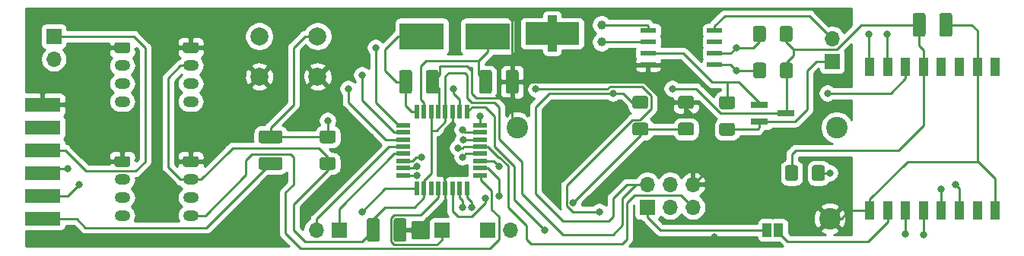
<source format=gbr>
G04 #@! TF.GenerationSoftware,KiCad,Pcbnew,5.1.6+dfsg1-1*
G04 #@! TF.CreationDate,2020-08-09T15:43:52+02:00*
G04 #@! TF.ProjectId,CaLoRa,43614c6f-5261-42e6-9b69-6361645f7063,rev?*
G04 #@! TF.SameCoordinates,Original*
G04 #@! TF.FileFunction,Copper,L1,Top*
G04 #@! TF.FilePolarity,Positive*
%FSLAX46Y46*%
G04 Gerber Fmt 4.6, Leading zero omitted, Abs format (unit mm)*
G04 Created by KiCad (PCBNEW 5.1.6+dfsg1-1) date 2020-08-09 15:43:52*
%MOMM*%
%LPD*%
G01*
G04 APERTURE LIST*
G04 #@! TA.AperFunction,ComponentPad*
%ADD10C,2.400000*%
G04 #@! TD*
G04 #@! TA.AperFunction,ComponentPad*
%ADD11R,1.000000X1.000000*%
G04 #@! TD*
G04 #@! TA.AperFunction,SMDPad,CuDef*
%ADD12R,6.000000X2.500000*%
G04 #@! TD*
G04 #@! TA.AperFunction,ComponentPad*
%ADD13C,1.000000*%
G04 #@! TD*
G04 #@! TA.AperFunction,SMDPad,CuDef*
%ADD14R,4.900000X3.000000*%
G04 #@! TD*
G04 #@! TA.AperFunction,SMDPad,CuDef*
%ADD15R,1.000000X2.000000*%
G04 #@! TD*
G04 #@! TA.AperFunction,SMDPad,CuDef*
%ADD16R,1.750000X0.550000*%
G04 #@! TD*
G04 #@! TA.AperFunction,SMDPad,CuDef*
%ADD17R,1.600000X0.550000*%
G04 #@! TD*
G04 #@! TA.AperFunction,SMDPad,CuDef*
%ADD18R,0.550000X1.600000*%
G04 #@! TD*
G04 #@! TA.AperFunction,ComponentPad*
%ADD19C,2.000000*%
G04 #@! TD*
G04 #@! TA.AperFunction,SMDPad,CuDef*
%ADD20R,1.900000X0.800000*%
G04 #@! TD*
G04 #@! TA.AperFunction,SMDPad,CuDef*
%ADD21R,1.000000X1.500000*%
G04 #@! TD*
G04 #@! TA.AperFunction,ComponentPad*
%ADD22O,1.700000X1.700000*%
G04 #@! TD*
G04 #@! TA.AperFunction,ComponentPad*
%ADD23R,1.700000X1.700000*%
G04 #@! TD*
G04 #@! TA.AperFunction,ComponentPad*
%ADD24O,1.750000X1.200000*%
G04 #@! TD*
G04 #@! TA.AperFunction,SMDPad,CuDef*
%ADD25R,4.000000X1.500000*%
G04 #@! TD*
G04 #@! TA.AperFunction,ViaPad*
%ADD26C,0.800000*%
G04 #@! TD*
G04 #@! TA.AperFunction,Conductor*
%ADD27C,0.250000*%
G04 #@! TD*
G04 #@! TA.AperFunction,Conductor*
%ADD28C,0.254000*%
G04 #@! TD*
G04 APERTURE END LIST*
D10*
X229870000Y-97790000D03*
G04 #@! TA.AperFunction,SMDPad,CuDef*
G36*
G01*
X227887500Y-93335000D02*
X227887500Y-92085000D01*
G75*
G02*
X228137500Y-91835000I250000J0D01*
G01*
X229062500Y-91835000D01*
G75*
G02*
X229312500Y-92085000I0J-250000D01*
G01*
X229312500Y-93335000D01*
G75*
G02*
X229062500Y-93585000I-250000J0D01*
G01*
X228137500Y-93585000D01*
G75*
G02*
X227887500Y-93335000I0J250000D01*
G01*
G37*
G04 #@! TD.AperFunction*
G04 #@! TA.AperFunction,SMDPad,CuDef*
G36*
G01*
X224912500Y-93335000D02*
X224912500Y-92085000D01*
G75*
G02*
X225162500Y-91835000I250000J0D01*
G01*
X226087500Y-91835000D01*
G75*
G02*
X226337500Y-92085000I0J-250000D01*
G01*
X226337500Y-93335000D01*
G75*
G02*
X226087500Y-93585000I-250000J0D01*
G01*
X225162500Y-93585000D01*
G75*
G02*
X224912500Y-93335000I0J250000D01*
G01*
G37*
G04 #@! TD.AperFunction*
G04 #@! TA.AperFunction,SMDPad,CuDef*
G36*
G01*
X214493000Y-85548500D02*
X213243000Y-85548500D01*
G75*
G02*
X212993000Y-85298500I0J250000D01*
G01*
X212993000Y-84373500D01*
G75*
G02*
X213243000Y-84123500I250000J0D01*
G01*
X214493000Y-84123500D01*
G75*
G02*
X214743000Y-84373500I0J-250000D01*
G01*
X214743000Y-85298500D01*
G75*
G02*
X214493000Y-85548500I-250000J0D01*
G01*
G37*
G04 #@! TD.AperFunction*
G04 #@! TA.AperFunction,SMDPad,CuDef*
G36*
G01*
X214493000Y-88523500D02*
X213243000Y-88523500D01*
G75*
G02*
X212993000Y-88273500I0J250000D01*
G01*
X212993000Y-87348500D01*
G75*
G02*
X213243000Y-87098500I250000J0D01*
G01*
X214493000Y-87098500D01*
G75*
G02*
X214743000Y-87348500I0J-250000D01*
G01*
X214743000Y-88273500D01*
G75*
G02*
X214493000Y-88523500I-250000J0D01*
G01*
G37*
G04 #@! TD.AperFunction*
G04 #@! TA.AperFunction,SMDPad,CuDef*
G36*
G01*
X208163000Y-87098500D02*
X209413000Y-87098500D01*
G75*
G02*
X209663000Y-87348500I0J-250000D01*
G01*
X209663000Y-88273500D01*
G75*
G02*
X209413000Y-88523500I-250000J0D01*
G01*
X208163000Y-88523500D01*
G75*
G02*
X207913000Y-88273500I0J250000D01*
G01*
X207913000Y-87348500D01*
G75*
G02*
X208163000Y-87098500I250000J0D01*
G01*
G37*
G04 #@! TD.AperFunction*
G04 #@! TA.AperFunction,SMDPad,CuDef*
G36*
G01*
X208163000Y-84123500D02*
X209413000Y-84123500D01*
G75*
G02*
X209663000Y-84373500I0J-250000D01*
G01*
X209663000Y-85298500D01*
G75*
G02*
X209413000Y-85548500I-250000J0D01*
G01*
X208163000Y-85548500D01*
G75*
G02*
X207913000Y-85298500I0J250000D01*
G01*
X207913000Y-84373500D01*
G75*
G02*
X208163000Y-84123500I250000J0D01*
G01*
G37*
G04 #@! TD.AperFunction*
G04 #@! TA.AperFunction,SMDPad,CuDef*
G36*
G01*
X183375000Y-81475000D02*
X183375000Y-83625000D01*
G75*
G02*
X183125000Y-83875000I-250000J0D01*
G01*
X182200000Y-83875000D01*
G75*
G02*
X181950000Y-83625000I0J250000D01*
G01*
X181950000Y-81475000D01*
G75*
G02*
X182200000Y-81225000I250000J0D01*
G01*
X183125000Y-81225000D01*
G75*
G02*
X183375000Y-81475000I0J-250000D01*
G01*
G37*
G04 #@! TD.AperFunction*
G04 #@! TA.AperFunction,SMDPad,CuDef*
G36*
G01*
X186350000Y-81475000D02*
X186350000Y-83625000D01*
G75*
G02*
X186100000Y-83875000I-250000J0D01*
G01*
X185175000Y-83875000D01*
G75*
G02*
X184925000Y-83625000I0J250000D01*
G01*
X184925000Y-81475000D01*
G75*
G02*
X185175000Y-81225000I250000J0D01*
G01*
X186100000Y-81225000D01*
G75*
G02*
X186350000Y-81475000I0J-250000D01*
G01*
G37*
G04 #@! TD.AperFunction*
D11*
X198970000Y-78650000D03*
X198970000Y-75650000D03*
D12*
X198970000Y-77150000D03*
D13*
X204470000Y-78100000D03*
X204470000Y-76200000D03*
D14*
X191770000Y-77470000D03*
X184470000Y-77470000D03*
D15*
X234300000Y-80900000D03*
X236300000Y-80900000D03*
X238300000Y-80900000D03*
X240300000Y-80900000D03*
X242300000Y-80900000D03*
X244300000Y-80900000D03*
X246300000Y-80900000D03*
X248300000Y-80900000D03*
X248300000Y-96900000D03*
X246300000Y-96900000D03*
X244300000Y-96900000D03*
X242300000Y-96900000D03*
X240300000Y-96900000D03*
X238300000Y-96900000D03*
X236300000Y-96900000D03*
X234300000Y-96900000D03*
D16*
X217060000Y-76835000D03*
X217060000Y-78105000D03*
X217060000Y-79375000D03*
X217060000Y-80645000D03*
X209660000Y-80645000D03*
X209660000Y-79375000D03*
X209660000Y-78105000D03*
X209660000Y-76835000D03*
D17*
X190940000Y-87370000D03*
X190940000Y-88170000D03*
X190940000Y-88970000D03*
X190940000Y-89770000D03*
X190940000Y-90570000D03*
X190940000Y-91370000D03*
X190940000Y-92170000D03*
X190940000Y-92970000D03*
D18*
X189490000Y-94420000D03*
X188690000Y-94420000D03*
X187890000Y-94420000D03*
X187090000Y-94420000D03*
X186290000Y-94420000D03*
X185490000Y-94420000D03*
X184690000Y-94420000D03*
X183890000Y-94420000D03*
D17*
X182440000Y-92970000D03*
X182440000Y-92170000D03*
X182440000Y-91370000D03*
X182440000Y-90570000D03*
X182440000Y-89770000D03*
X182440000Y-88970000D03*
X182440000Y-88170000D03*
X182440000Y-87370000D03*
D18*
X183890000Y-85920000D03*
X184690000Y-85920000D03*
X185490000Y-85920000D03*
X186290000Y-85920000D03*
X187090000Y-85920000D03*
X187890000Y-85920000D03*
X188690000Y-85920000D03*
X189490000Y-85920000D03*
D19*
X172870000Y-77470000D03*
X172870000Y-81970000D03*
X166370000Y-77470000D03*
X166370000Y-81970000D03*
G04 #@! TA.AperFunction,SMDPad,CuDef*
G36*
G01*
X222781500Y-80655000D02*
X222781500Y-81905000D01*
G75*
G02*
X222531500Y-82155000I-250000J0D01*
G01*
X221606500Y-82155000D01*
G75*
G02*
X221356500Y-81905000I0J250000D01*
G01*
X221356500Y-80655000D01*
G75*
G02*
X221606500Y-80405000I250000J0D01*
G01*
X222531500Y-80405000D01*
G75*
G02*
X222781500Y-80655000I0J-250000D01*
G01*
G37*
G04 #@! TD.AperFunction*
G04 #@! TA.AperFunction,SMDPad,CuDef*
G36*
G01*
X225756500Y-80655000D02*
X225756500Y-81905000D01*
G75*
G02*
X225506500Y-82155000I-250000J0D01*
G01*
X224581500Y-82155000D01*
G75*
G02*
X224331500Y-81905000I0J250000D01*
G01*
X224331500Y-80655000D01*
G75*
G02*
X224581500Y-80405000I250000J0D01*
G01*
X225506500Y-80405000D01*
G75*
G02*
X225756500Y-80655000I0J-250000D01*
G01*
G37*
G04 #@! TD.AperFunction*
G04 #@! TA.AperFunction,SMDPad,CuDef*
G36*
G01*
X222745000Y-76591000D02*
X222745000Y-77841000D01*
G75*
G02*
X222495000Y-78091000I-250000J0D01*
G01*
X221570000Y-78091000D01*
G75*
G02*
X221320000Y-77841000I0J250000D01*
G01*
X221320000Y-76591000D01*
G75*
G02*
X221570000Y-76341000I250000J0D01*
G01*
X222495000Y-76341000D01*
G75*
G02*
X222745000Y-76591000I0J-250000D01*
G01*
G37*
G04 #@! TD.AperFunction*
G04 #@! TA.AperFunction,SMDPad,CuDef*
G36*
G01*
X225720000Y-76591000D02*
X225720000Y-77841000D01*
G75*
G02*
X225470000Y-78091000I-250000J0D01*
G01*
X224545000Y-78091000D01*
G75*
G02*
X224295000Y-77841000I0J250000D01*
G01*
X224295000Y-76591000D01*
G75*
G02*
X224545000Y-76341000I250000J0D01*
G01*
X225470000Y-76341000D01*
G75*
G02*
X225720000Y-76591000I0J-250000D01*
G01*
G37*
G04 #@! TD.AperFunction*
G04 #@! TA.AperFunction,SMDPad,CuDef*
G36*
G01*
X174615000Y-89395000D02*
X173365000Y-89395000D01*
G75*
G02*
X173115000Y-89145000I0J250000D01*
G01*
X173115000Y-88220000D01*
G75*
G02*
X173365000Y-87970000I250000J0D01*
G01*
X174615000Y-87970000D01*
G75*
G02*
X174865000Y-88220000I0J-250000D01*
G01*
X174865000Y-89145000D01*
G75*
G02*
X174615000Y-89395000I-250000J0D01*
G01*
G37*
G04 #@! TD.AperFunction*
G04 #@! TA.AperFunction,SMDPad,CuDef*
G36*
G01*
X174615000Y-92370000D02*
X173365000Y-92370000D01*
G75*
G02*
X173115000Y-92120000I0J250000D01*
G01*
X173115000Y-91195000D01*
G75*
G02*
X173365000Y-90945000I250000J0D01*
G01*
X174615000Y-90945000D01*
G75*
G02*
X174865000Y-91195000I0J-250000D01*
G01*
X174865000Y-92120000D01*
G75*
G02*
X174615000Y-92370000I-250000J0D01*
G01*
G37*
G04 #@! TD.AperFunction*
G04 #@! TA.AperFunction,SMDPad,CuDef*
G36*
G01*
X219065000Y-85585000D02*
X217815000Y-85585000D01*
G75*
G02*
X217565000Y-85335000I0J250000D01*
G01*
X217565000Y-84410000D01*
G75*
G02*
X217815000Y-84160000I250000J0D01*
G01*
X219065000Y-84160000D01*
G75*
G02*
X219315000Y-84410000I0J-250000D01*
G01*
X219315000Y-85335000D01*
G75*
G02*
X219065000Y-85585000I-250000J0D01*
G01*
G37*
G04 #@! TD.AperFunction*
G04 #@! TA.AperFunction,SMDPad,CuDef*
G36*
G01*
X219065000Y-88560000D02*
X217815000Y-88560000D01*
G75*
G02*
X217565000Y-88310000I0J250000D01*
G01*
X217565000Y-87385000D01*
G75*
G02*
X217815000Y-87135000I250000J0D01*
G01*
X219065000Y-87135000D01*
G75*
G02*
X219315000Y-87385000I0J-250000D01*
G01*
X219315000Y-88310000D01*
G75*
G02*
X219065000Y-88560000I-250000J0D01*
G01*
G37*
G04 #@! TD.AperFunction*
D20*
X225020000Y-86040000D03*
X222020000Y-86990000D03*
X222020000Y-85090000D03*
D21*
X222870000Y-99060000D03*
X224170000Y-99060000D03*
D22*
X230124000Y-77724000D03*
D23*
X230124000Y-80264000D03*
D22*
X143510000Y-80010000D03*
D23*
X143510000Y-77470000D03*
D24*
X151130000Y-84740000D03*
X151130000Y-82740000D03*
X151130000Y-80740000D03*
G04 #@! TA.AperFunction,ComponentPad*
G36*
G01*
X150504999Y-78140000D02*
X151755001Y-78140000D01*
G75*
G02*
X152005000Y-78389999I0J-249999D01*
G01*
X152005000Y-79090001D01*
G75*
G02*
X151755001Y-79340000I-249999J0D01*
G01*
X150504999Y-79340000D01*
G75*
G02*
X150255000Y-79090001I0J249999D01*
G01*
X150255000Y-78389999D01*
G75*
G02*
X150504999Y-78140000I249999J0D01*
G01*
G37*
G04 #@! TD.AperFunction*
X158750000Y-84740000D03*
X158750000Y-82740000D03*
X158750000Y-80740000D03*
G04 #@! TA.AperFunction,ComponentPad*
G36*
G01*
X158124999Y-78140000D02*
X159375001Y-78140000D01*
G75*
G02*
X159625000Y-78389999I0J-249999D01*
G01*
X159625000Y-79090001D01*
G75*
G02*
X159375001Y-79340000I-249999J0D01*
G01*
X158124999Y-79340000D01*
G75*
G02*
X157875000Y-79090001I0J249999D01*
G01*
X157875000Y-78389999D01*
G75*
G02*
X158124999Y-78140000I249999J0D01*
G01*
G37*
G04 #@! TD.AperFunction*
X151130000Y-97440000D03*
X151130000Y-95440000D03*
X151130000Y-93440000D03*
G04 #@! TA.AperFunction,ComponentPad*
G36*
G01*
X150504999Y-90840000D02*
X151755001Y-90840000D01*
G75*
G02*
X152005000Y-91089999I0J-249999D01*
G01*
X152005000Y-91790001D01*
G75*
G02*
X151755001Y-92040000I-249999J0D01*
G01*
X150504999Y-92040000D01*
G75*
G02*
X150255000Y-91790001I0J249999D01*
G01*
X150255000Y-91089999D01*
G75*
G02*
X150504999Y-90840000I249999J0D01*
G01*
G37*
G04 #@! TD.AperFunction*
X158750000Y-97440000D03*
X158750000Y-95440000D03*
X158750000Y-93440000D03*
G04 #@! TA.AperFunction,ComponentPad*
G36*
G01*
X158124999Y-90840000D02*
X159375001Y-90840000D01*
G75*
G02*
X159625000Y-91089999I0J-249999D01*
G01*
X159625000Y-91790001D01*
G75*
G02*
X159375001Y-92040000I-249999J0D01*
G01*
X158124999Y-92040000D01*
G75*
G02*
X157875000Y-91790001I0J249999D01*
G01*
X157875000Y-91089999D01*
G75*
G02*
X158124999Y-90840000I249999J0D01*
G01*
G37*
G04 #@! TD.AperFunction*
D10*
X195072000Y-87630000D03*
D22*
X214630000Y-93980000D03*
X214630000Y-96520000D03*
X212090000Y-93980000D03*
X212090000Y-96520000D03*
X209550000Y-93980000D03*
D23*
X209550000Y-96520000D03*
D22*
X172720000Y-99060000D03*
D23*
X175260000Y-99060000D03*
D22*
X194310000Y-99060000D03*
D23*
X191770000Y-99060000D03*
D10*
X230632000Y-87630000D03*
D23*
X186690000Y-99060000D03*
D25*
X142240000Y-85090000D03*
X142240000Y-87630000D03*
X142240000Y-90170000D03*
X142240000Y-92710000D03*
X142240000Y-95250000D03*
X142240000Y-97790000D03*
G04 #@! TA.AperFunction,SMDPad,CuDef*
G36*
G01*
X242075000Y-77275000D02*
X242075000Y-75125000D01*
G75*
G02*
X242325000Y-74875000I250000J0D01*
G01*
X243250000Y-74875000D01*
G75*
G02*
X243500000Y-75125000I0J-250000D01*
G01*
X243500000Y-77275000D01*
G75*
G02*
X243250000Y-77525000I-250000J0D01*
G01*
X242325000Y-77525000D01*
G75*
G02*
X242075000Y-77275000I0J250000D01*
G01*
G37*
G04 #@! TD.AperFunction*
G04 #@! TA.AperFunction,SMDPad,CuDef*
G36*
G01*
X239100000Y-77275000D02*
X239100000Y-75125000D01*
G75*
G02*
X239350000Y-74875000I250000J0D01*
G01*
X240275000Y-74875000D01*
G75*
G02*
X240525000Y-75125000I0J-250000D01*
G01*
X240525000Y-77275000D01*
G75*
G02*
X240275000Y-77525000I-250000J0D01*
G01*
X239350000Y-77525000D01*
G75*
G02*
X239100000Y-77275000I0J250000D01*
G01*
G37*
G04 #@! TD.AperFunction*
G04 #@! TA.AperFunction,SMDPad,CuDef*
G36*
G01*
X181332500Y-100135000D02*
X181332500Y-97985000D01*
G75*
G02*
X181582500Y-97735000I250000J0D01*
G01*
X182507500Y-97735000D01*
G75*
G02*
X182757500Y-97985000I0J-250000D01*
G01*
X182757500Y-100135000D01*
G75*
G02*
X182507500Y-100385000I-250000J0D01*
G01*
X181582500Y-100385000D01*
G75*
G02*
X181332500Y-100135000I0J250000D01*
G01*
G37*
G04 #@! TD.AperFunction*
G04 #@! TA.AperFunction,SMDPad,CuDef*
G36*
G01*
X178357500Y-100135000D02*
X178357500Y-97985000D01*
G75*
G02*
X178607500Y-97735000I250000J0D01*
G01*
X179532500Y-97735000D01*
G75*
G02*
X179782500Y-97985000I0J-250000D01*
G01*
X179782500Y-100135000D01*
G75*
G02*
X179532500Y-100385000I-250000J0D01*
G01*
X178607500Y-100385000D01*
G75*
G02*
X178357500Y-100135000I0J250000D01*
G01*
G37*
G04 #@! TD.AperFunction*
G04 #@! TA.AperFunction,SMDPad,CuDef*
G36*
G01*
X168715000Y-89395000D02*
X166565000Y-89395000D01*
G75*
G02*
X166315000Y-89145000I0J250000D01*
G01*
X166315000Y-88220000D01*
G75*
G02*
X166565000Y-87970000I250000J0D01*
G01*
X168715000Y-87970000D01*
G75*
G02*
X168965000Y-88220000I0J-250000D01*
G01*
X168965000Y-89145000D01*
G75*
G02*
X168715000Y-89395000I-250000J0D01*
G01*
G37*
G04 #@! TD.AperFunction*
G04 #@! TA.AperFunction,SMDPad,CuDef*
G36*
G01*
X168715000Y-92370000D02*
X166565000Y-92370000D01*
G75*
G02*
X166315000Y-92120000I0J250000D01*
G01*
X166315000Y-91195000D01*
G75*
G02*
X166565000Y-90945000I250000J0D01*
G01*
X168715000Y-90945000D01*
G75*
G02*
X168965000Y-91195000I0J-250000D01*
G01*
X168965000Y-92120000D01*
G75*
G02*
X168715000Y-92370000I-250000J0D01*
G01*
G37*
G04 #@! TD.AperFunction*
G04 #@! TA.AperFunction,SMDPad,CuDef*
G36*
G01*
X193815000Y-83625000D02*
X193815000Y-81475000D01*
G75*
G02*
X194065000Y-81225000I250000J0D01*
G01*
X194990000Y-81225000D01*
G75*
G02*
X195240000Y-81475000I0J-250000D01*
G01*
X195240000Y-83625000D01*
G75*
G02*
X194990000Y-83875000I-250000J0D01*
G01*
X194065000Y-83875000D01*
G75*
G02*
X193815000Y-83625000I0J250000D01*
G01*
G37*
G04 #@! TD.AperFunction*
G04 #@! TA.AperFunction,SMDPad,CuDef*
G36*
G01*
X190840000Y-83625000D02*
X190840000Y-81475000D01*
G75*
G02*
X191090000Y-81225000I250000J0D01*
G01*
X192015000Y-81225000D01*
G75*
G02*
X192265000Y-81475000I0J-250000D01*
G01*
X192265000Y-83625000D01*
G75*
G02*
X192015000Y-83875000I-250000J0D01*
G01*
X191090000Y-83875000D01*
G75*
G02*
X190840000Y-83625000I0J250000D01*
G01*
G37*
G04 #@! TD.AperFunction*
D26*
X210820000Y-100330000D03*
X213360000Y-100330000D03*
X208280000Y-100330000D03*
X184150000Y-99060000D03*
X176530000Y-76200000D03*
X165100000Y-85090000D03*
X222250000Y-90170000D03*
X220980000Y-97155000D03*
X144780000Y-100330000D03*
X166370000Y-97790000D03*
X212090000Y-81280000D03*
X204470000Y-95250000D03*
X203200000Y-88900000D03*
X199390000Y-88900000D03*
X210820000Y-90170000D03*
X162560000Y-76200000D03*
X199390000Y-86360000D03*
X203200000Y-86360000D03*
X207010000Y-80010000D03*
X195580000Y-80010000D03*
X217043000Y-99822000D03*
X188468000Y-89916000D03*
X173990000Y-86868000D03*
X205740000Y-83820000D03*
X212344000Y-83312000D03*
X188976000Y-87884000D03*
X145101600Y-92269600D03*
X189046000Y-88970000D03*
X146304000Y-93980000D03*
X198120000Y-99060000D03*
X187960000Y-83312000D03*
X204216000Y-97028000D03*
X197161990Y-83369990D03*
X183896000Y-91948000D03*
X238300000Y-99520000D03*
X240300000Y-99552000D03*
X177800000Y-97028000D03*
X183890000Y-92970000D03*
X193040000Y-95250000D03*
X188976000Y-96520000D03*
X189992000Y-96520000D03*
X219456000Y-78740000D03*
X188976000Y-90932000D03*
X219456000Y-81280000D03*
X193040000Y-91948000D03*
X190940000Y-86428000D03*
X229616000Y-83820000D03*
X242300000Y-94472000D03*
X184404000Y-90932000D03*
X229870000Y-92710000D03*
X176276000Y-83312000D03*
X234188000Y-77216000D03*
X177800000Y-81788000D03*
X236220000Y-77216000D03*
X179324000Y-78740000D03*
X243840000Y-93980000D03*
X191516000Y-95504000D03*
X201299500Y-96012000D03*
D27*
X246300000Y-76814998D02*
X246300000Y-79650000D01*
X245685002Y-76200000D02*
X246300000Y-76814998D01*
X246300000Y-79650000D02*
X246300000Y-80900000D01*
X242787500Y-76200000D02*
X245685002Y-76200000D01*
X142240000Y-85090000D02*
X146050000Y-85090000D01*
X146050000Y-85090000D02*
X146050000Y-83820000D01*
X182757500Y-99060000D02*
X182045000Y-99060000D01*
X186350000Y-85860000D02*
X186290000Y-85920000D01*
X185637500Y-82550000D02*
X186350000Y-83262500D01*
X209660000Y-81170000D02*
X209660000Y-80645000D01*
X208280000Y-82550000D02*
X209660000Y-81170000D01*
X187090000Y-93559998D02*
X187090000Y-94420000D01*
X172870000Y-81970000D02*
X179910000Y-74930000D01*
X194545001Y-75709999D02*
X194545001Y-79774999D01*
X179910000Y-74930000D02*
X193765002Y-74930000D01*
X193765002Y-74930000D02*
X194545001Y-75709999D01*
X208280000Y-82550000D02*
X209210000Y-82550000D01*
X215479999Y-93130001D02*
X214630000Y-93980000D01*
X215830010Y-92779990D02*
X215479999Y-93130001D01*
X215493180Y-86809990D02*
X215830010Y-87146820D01*
X246300000Y-80900000D02*
X246300000Y-91360000D01*
X248300000Y-93360000D02*
X248300000Y-96900000D01*
X246300000Y-91360000D02*
X248300000Y-93360000D01*
X234300000Y-95650000D02*
X238510000Y-91440000D01*
X234300000Y-96900000D02*
X234300000Y-95650000D01*
X238510000Y-91440000D02*
X246380000Y-91440000D01*
X215830010Y-91509990D02*
X215830010Y-92779990D01*
X215830010Y-87146820D02*
X215830010Y-91509990D01*
X215129490Y-86809990D02*
X215493180Y-86809990D01*
X213868000Y-85548500D02*
X215129490Y-86809990D01*
X213868000Y-84836000D02*
X213868000Y-85548500D01*
X211496000Y-84836000D02*
X213868000Y-84836000D01*
X209210000Y-82550000D02*
X211496000Y-84836000D01*
X186350000Y-84414000D02*
X186419011Y-84344989D01*
X186350000Y-84414000D02*
X186350000Y-85860000D01*
X186350000Y-83262500D02*
X186350000Y-84414000D01*
X194527500Y-87085500D02*
X195072000Y-87630000D01*
X194547011Y-84344989D02*
X194564000Y-84328000D01*
X194564000Y-84328000D02*
X194527500Y-87085500D01*
X194527500Y-82550000D02*
X194564000Y-84328000D01*
X208280000Y-82550000D02*
X194527500Y-82550000D01*
X194527500Y-79792500D02*
X194527500Y-82550000D01*
X194545001Y-79774999D02*
X194527500Y-79792500D01*
X190500000Y-84328000D02*
X194564000Y-84328000D01*
X186436000Y-81751500D02*
X186436000Y-80772000D01*
X189992000Y-83820000D02*
X190500000Y-84328000D01*
X185637500Y-82550000D02*
X186436000Y-81751500D01*
X186436000Y-80772000D02*
X189484000Y-80772000D01*
X189992000Y-81280000D02*
X189992000Y-83820000D01*
X189484000Y-80772000D02*
X189992000Y-81280000D01*
X187890000Y-86970000D02*
X186976000Y-87884000D01*
X187890000Y-85920000D02*
X187890000Y-86970000D01*
X186976000Y-87884000D02*
X186976000Y-91916000D01*
X186976000Y-91916000D02*
X186944000Y-91948000D01*
X186976000Y-93445998D02*
X187090000Y-93559998D01*
X186976000Y-91916000D02*
X186976000Y-93445998D01*
X224790000Y-96520000D02*
X228600000Y-96520000D01*
X219779990Y-91509990D02*
X224790000Y-96520000D01*
X228600000Y-96520000D02*
X229870000Y-97790000D01*
X215830010Y-91509990D02*
X219779990Y-91509990D01*
X234300000Y-96900000D02*
X232030000Y-96900000D01*
X231140000Y-97790000D02*
X229870000Y-97790000D01*
X232030000Y-96900000D02*
X231140000Y-97790000D01*
X151130000Y-78740000D02*
X149860000Y-78740000D01*
X149860000Y-78740000D02*
X146050000Y-82550000D01*
X146050000Y-82550000D02*
X146050000Y-83820000D01*
X146050000Y-86360000D02*
X146050000Y-85090000D01*
X146050000Y-87630000D02*
X146050000Y-86360000D01*
X149860000Y-91440000D02*
X146050000Y-87630000D01*
X151130000Y-91440000D02*
X149860000Y-91440000D01*
X187090000Y-96120000D02*
X187090000Y-94420000D01*
X184150000Y-99060000D02*
X187090000Y-96120000D01*
X182757500Y-99060000D02*
X184150000Y-99060000D01*
X191770000Y-79220000D02*
X191770000Y-77470000D01*
X190762500Y-80227500D02*
X191770000Y-79220000D01*
X190463500Y-80227500D02*
X190762500Y-80227500D01*
X184948500Y-80227500D02*
X190463500Y-80227500D01*
X184367500Y-80808500D02*
X184948500Y-80227500D01*
X184367500Y-84547500D02*
X184367500Y-80808500D01*
X184690000Y-85920000D02*
X184690000Y-84870000D01*
X184690000Y-84870000D02*
X184367500Y-84547500D01*
X190762500Y-81760000D02*
X191552500Y-82550000D01*
X190762500Y-80227500D02*
X190762500Y-81760000D01*
X182662500Y-82550000D02*
X181610000Y-82550000D01*
X181610000Y-82550000D02*
X180340000Y-81280000D01*
X181770000Y-77470000D02*
X184470000Y-77470000D01*
X180340000Y-78900000D02*
X181770000Y-77470000D01*
X180340000Y-81280000D02*
X180340000Y-78900000D01*
X183365000Y-85920000D02*
X183890000Y-85920000D01*
X182662500Y-85217500D02*
X183365000Y-85920000D01*
X182662500Y-82550000D02*
X182662500Y-85217500D01*
X172870000Y-77470000D02*
X171450000Y-77470000D01*
X171450000Y-77470000D02*
X170180000Y-78740000D01*
X167640000Y-88682500D02*
X173990000Y-88682500D01*
X190940000Y-89770000D02*
X191800002Y-89770000D01*
X190940000Y-89770000D02*
X189122000Y-89770000D01*
X189122000Y-89770000D02*
X188976000Y-89916000D01*
X188976000Y-89916000D02*
X188976000Y-89916000D01*
X191800002Y-89770000D02*
X192962002Y-90932000D01*
X174244000Y-86868000D02*
X174244000Y-86868000D01*
X193097002Y-90932000D02*
X194056000Y-91890998D01*
X192962002Y-90932000D02*
X193097002Y-90932000D01*
X194056000Y-91890998D02*
X194056000Y-96520000D01*
X194056000Y-96520000D02*
X196088000Y-98552000D01*
X196088000Y-98552000D02*
X196088000Y-100076000D01*
X196088000Y-100076000D02*
X196596000Y-100584000D01*
X196596000Y-100584000D02*
X206756000Y-100584000D01*
X206756000Y-100584000D02*
X207264000Y-100076000D01*
X207264000Y-100076000D02*
X207264000Y-96012000D01*
X207264000Y-96012000D02*
X208120999Y-95155001D01*
X213780001Y-95670001D02*
X214630000Y-96520000D01*
X213265001Y-95155001D02*
X213780001Y-95670001D01*
X208120999Y-95155001D02*
X213265001Y-95155001D01*
X189033685Y-89916000D02*
X188468000Y-89916000D01*
X189122000Y-89827685D02*
X189033685Y-89916000D01*
X189122000Y-89770000D02*
X189122000Y-89827685D01*
X167640000Y-88682500D02*
X167640000Y-87630000D01*
X167640000Y-87630000D02*
X168910000Y-86360000D01*
X168910000Y-86360000D02*
X170180000Y-85090000D01*
X170180000Y-85090000D02*
X170180000Y-78740000D01*
X173990000Y-87122000D02*
X174244000Y-86868000D01*
X173990000Y-88682500D02*
X173990000Y-87122000D01*
X160507500Y-98790000D02*
X166927500Y-92370000D01*
X166927500Y-92370000D02*
X167640000Y-91657500D01*
X142240000Y-97790000D02*
X146050000Y-97790000D01*
X146050000Y-97790000D02*
X147050000Y-98790000D01*
X147050000Y-98790000D02*
X160507500Y-98790000D01*
X184690000Y-93559998D02*
X184690000Y-94420000D01*
X185490000Y-92759998D02*
X184690000Y-93559998D01*
X173990000Y-92370000D02*
X170180000Y-96180000D01*
X173990000Y-91657500D02*
X173990000Y-92370000D01*
X170180000Y-96180000D02*
X170180000Y-99060000D01*
X170180000Y-99060000D02*
X171450000Y-100330000D01*
X177800000Y-100330000D02*
X179070000Y-99060000D01*
X171450000Y-100330000D02*
X177800000Y-100330000D01*
X157625000Y-80740000D02*
X156210000Y-82155000D01*
X158750000Y-80740000D02*
X157625000Y-80740000D01*
X157625000Y-93440000D02*
X158750000Y-93440000D01*
X156210000Y-92025000D02*
X157625000Y-93440000D01*
X156210000Y-82155000D02*
X156210000Y-92025000D01*
X173215000Y-90170000D02*
X173990000Y-90945000D01*
X179070000Y-97790000D02*
X179070000Y-99060000D01*
X180340000Y-96520000D02*
X179070000Y-97790000D01*
X183640000Y-96520000D02*
X180340000Y-96520000D01*
X184690000Y-94420000D02*
X184690000Y-95470000D01*
X184690000Y-95470000D02*
X183640000Y-96520000D01*
X225007500Y-77216000D02*
X225007500Y-78091000D01*
X225007500Y-78091000D02*
X225815501Y-78899001D01*
X225044000Y-80405000D02*
X225815501Y-79633499D01*
X225815501Y-79633499D02*
X225815501Y-78899001D01*
X225044000Y-81280000D02*
X225044000Y-80405000D01*
X208788000Y-84836000D02*
X207913000Y-84836000D01*
X225044000Y-86016000D02*
X225020000Y-86040000D01*
X225044000Y-81280000D02*
X225044000Y-86016000D01*
X187090000Y-86970000D02*
X187090000Y-85920000D01*
X185490000Y-87954000D02*
X186106000Y-87954000D01*
X186106000Y-87954000D02*
X187090000Y-86970000D01*
X185490000Y-87954000D02*
X185490000Y-92759998D01*
X185490000Y-85920000D02*
X185490000Y-87954000D01*
X173990000Y-90945000D02*
X173990000Y-91657500D01*
X207913000Y-84836000D02*
X206897000Y-83820000D01*
X206897000Y-83820000D02*
X205740000Y-83820000D01*
X205740000Y-83820000D02*
X205740000Y-83820000D01*
X217706810Y-86040000D02*
X214978810Y-83312000D01*
X225020000Y-86040000D02*
X217706810Y-86040000D01*
X214978810Y-83312000D02*
X212344000Y-83312000D01*
X212344000Y-83312000D02*
X212344000Y-83312000D01*
X208347919Y-93980000D02*
X209550000Y-93980000D01*
X187452000Y-81572000D02*
X189268000Y-81572000D01*
X189268000Y-81572000D02*
X189484000Y-81788000D01*
X200152000Y-99568000D02*
X205740000Y-99568000D01*
X187090000Y-81934000D02*
X187452000Y-81572000D01*
X189484000Y-81788000D02*
X189484000Y-84328000D01*
X189484000Y-84328000D02*
X189992000Y-84836000D01*
X195580000Y-94996000D02*
X200152000Y-99568000D01*
X205740000Y-99568000D02*
X206813991Y-98494009D01*
X187090000Y-85920000D02*
X187090000Y-81934000D01*
X189992000Y-84836000D02*
X192532000Y-84836000D01*
X193040000Y-85344000D02*
X193040000Y-88900000D01*
X192532000Y-84836000D02*
X193040000Y-85344000D01*
X195580000Y-91440000D02*
X195580000Y-94996000D01*
X206813991Y-98494009D02*
X206813991Y-95513928D01*
X193040000Y-88900000D02*
X195580000Y-91440000D01*
X206813991Y-95513928D02*
X208347919Y-93980000D01*
X230688001Y-78899001D02*
X233387002Y-76200000D01*
X225815501Y-78899001D02*
X230688001Y-78899001D01*
X233387002Y-76200000D02*
X239812500Y-76200000D01*
X204216000Y-83820000D02*
X205740000Y-83820000D01*
X198628000Y-83820000D02*
X204216000Y-83820000D01*
X197104000Y-94996000D02*
X197104000Y-85344000D01*
X207264000Y-93980000D02*
X205740000Y-95504000D01*
X208347919Y-93980000D02*
X207264000Y-93980000D01*
X205740000Y-97536000D02*
X205232000Y-98044000D01*
X205740000Y-95504000D02*
X205740000Y-97536000D01*
X200152000Y-98044000D02*
X197104000Y-94996000D01*
X197104000Y-85344000D02*
X198628000Y-83820000D01*
X205232000Y-98044000D02*
X200152000Y-98044000D01*
X159875000Y-93440000D02*
X158750000Y-93440000D01*
X163145000Y-90170000D02*
X159875000Y-93440000D01*
X163449000Y-89916000D02*
X163195000Y-90170000D01*
X163195000Y-90170000D02*
X163145000Y-90170000D01*
X173990000Y-90945000D02*
X172961000Y-89916000D01*
X172961000Y-89916000D02*
X163449000Y-89916000D01*
X237490000Y-90170000D02*
X226060000Y-90170000D01*
X240300000Y-87360000D02*
X237490000Y-90170000D01*
X240300000Y-80900000D02*
X240300000Y-87360000D01*
X225625000Y-92710000D02*
X225625000Y-90605000D01*
X225625000Y-90605000D02*
X226060000Y-90170000D01*
X240300000Y-80900000D02*
X240300000Y-79010000D01*
X239812500Y-78522500D02*
X239812500Y-76200000D01*
X240300000Y-79010000D02*
X239812500Y-78522500D01*
X144780000Y-90170000D02*
X142240000Y-90170000D01*
X147124990Y-92514990D02*
X144780000Y-90170000D01*
X152595010Y-92514990D02*
X147124990Y-92514990D01*
X153670000Y-91440000D02*
X152595010Y-92514990D01*
X153670000Y-78740000D02*
X153670000Y-91440000D01*
X152400000Y-77470000D02*
X153670000Y-78740000D01*
X143510000Y-77470000D02*
X152400000Y-77470000D01*
X190940000Y-88170000D02*
X189262000Y-88170000D01*
X142680400Y-92269600D02*
X142240000Y-92710000D01*
X145101600Y-92269600D02*
X142680400Y-92269600D01*
X189262000Y-88170000D02*
X188976000Y-87884000D01*
X190940000Y-88970000D02*
X189046000Y-88970000D01*
X189046000Y-88970000D02*
X189046000Y-88970000D01*
X142494000Y-94996000D02*
X142240000Y-95250000D01*
X145034000Y-95250000D02*
X142240000Y-95250000D01*
X146304000Y-93980000D02*
X145034000Y-95250000D01*
X186690000Y-100160000D02*
X186690000Y-99060000D01*
X186139990Y-100710010D02*
X186690000Y-100160000D01*
X181344320Y-100710010D02*
X186139990Y-100710010D01*
X181007490Y-100373180D02*
X181344320Y-100710010D01*
X181007490Y-97746820D02*
X181007490Y-100373180D01*
X184323602Y-97409990D02*
X181344320Y-97409990D01*
X186290000Y-95443592D02*
X184323602Y-97409990D01*
X181344320Y-97409990D02*
X181007490Y-97746820D01*
X186290000Y-94420000D02*
X186290000Y-95443592D01*
X217060000Y-76310000D02*
X218186000Y-75184000D01*
X217060000Y-76835000D02*
X217060000Y-76310000D01*
X227584000Y-75184000D02*
X230124000Y-77724000D01*
X218186000Y-75184000D02*
X227584000Y-75184000D01*
X192532000Y-89730588D02*
X194749412Y-91948000D01*
X192532000Y-87301998D02*
X192532000Y-89730588D01*
X194749412Y-91948000D02*
X194749412Y-95689412D01*
X194749412Y-95689412D02*
X198120000Y-99060000D01*
X198120000Y-99060000D02*
X198120000Y-99060000D01*
X189992000Y-85344000D02*
X189992000Y-85418000D01*
X191516000Y-85344000D02*
X189992000Y-85344000D01*
X192532000Y-87376000D02*
X192532000Y-86360000D01*
X189992000Y-85418000D02*
X189490000Y-85920000D01*
X192532000Y-86360000D02*
X191516000Y-85344000D01*
X188690000Y-85920000D02*
X188690000Y-85058000D01*
X188690000Y-85920000D02*
X188690000Y-84550000D01*
X188690000Y-84550000D02*
X187960000Y-83820000D01*
X187960000Y-83820000D02*
X187960000Y-83312000D01*
X187960000Y-83312000D02*
X187960000Y-83312000D01*
X205117008Y-83369990D02*
X197161990Y-83369990D01*
X205391999Y-83094999D02*
X205117008Y-83369990D01*
X208947689Y-83094999D02*
X205391999Y-83094999D01*
X209988010Y-84135320D02*
X208947689Y-83094999D01*
X209988010Y-85536680D02*
X209988010Y-84135320D01*
X201242498Y-97028000D02*
X200574499Y-96360001D01*
X204216000Y-97028000D02*
X201242498Y-97028000D01*
X200574499Y-96360001D02*
X200574499Y-94123811D01*
X200574499Y-94123811D02*
X207924820Y-86773490D01*
X207924820Y-86773490D02*
X208751200Y-86773490D01*
X208751200Y-86773490D02*
X209988010Y-85536680D01*
X197161990Y-83369990D02*
X197161990Y-83369990D01*
X172720000Y-97857919D02*
X172720000Y-99060000D01*
X180807919Y-89770000D02*
X172720000Y-97857919D01*
X182440000Y-89770000D02*
X180807919Y-89770000D01*
X175260000Y-97960000D02*
X175260000Y-99060000D01*
X181390000Y-90570000D02*
X175260000Y-96700000D01*
X175260000Y-96700000D02*
X175260000Y-97960000D01*
X182440000Y-90570000D02*
X181390000Y-90570000D01*
X182440000Y-92170000D02*
X183674000Y-92170000D01*
X183674000Y-92170000D02*
X183896000Y-91948000D01*
X183896000Y-91948000D02*
X183896000Y-91948000D01*
X238300000Y-96900000D02*
X238300000Y-99520000D01*
X238300000Y-99520000D02*
X238300000Y-99520000D01*
X240300000Y-96900000D02*
X240300000Y-99552000D01*
X240300000Y-99552000D02*
X240300000Y-99552000D01*
X180408000Y-94420000D02*
X177800000Y-97028000D01*
X183890000Y-94420000D02*
X180408000Y-94420000D01*
X209550000Y-97620000D02*
X209550000Y-96520000D01*
X210990000Y-99060000D02*
X209550000Y-97620000D01*
X222870000Y-99060000D02*
X210990000Y-99060000D01*
X182440000Y-92970000D02*
X183890000Y-92970000D01*
X183890000Y-92970000D02*
X183890000Y-92970000D01*
X170180000Y-90932000D02*
X169867990Y-90619990D01*
X170180000Y-93980000D02*
X170180000Y-90932000D01*
X169867990Y-90619990D02*
X165549990Y-90619990D01*
X190940000Y-92970000D02*
X191031000Y-93061000D01*
X192024000Y-101091002D02*
X186944998Y-101091002D01*
X191031000Y-93061000D02*
X191031000Y-93495000D01*
X191031000Y-93495000D02*
X192241001Y-94705001D01*
X165549990Y-90619990D02*
X164914990Y-91254990D01*
X192241001Y-96794003D02*
X193040000Y-97593002D01*
X160370000Y-97440000D02*
X158750000Y-97440000D01*
X186875980Y-101160020D02*
X171010020Y-101160020D01*
X193040000Y-97593002D02*
X193040000Y-100075002D01*
X193040000Y-100075002D02*
X192024000Y-101091002D01*
X186944998Y-101091002D02*
X186875980Y-101160020D01*
X171010020Y-101160020D02*
X169290010Y-99440010D01*
X164914990Y-92895010D02*
X160370000Y-97440000D01*
X192241001Y-94705001D02*
X192241001Y-96794003D01*
X169290010Y-99440010D02*
X169290010Y-94869990D01*
X164914990Y-91254990D02*
X164914990Y-92895010D01*
X169290010Y-94869990D02*
X170180000Y-93980000D01*
X191800002Y-92170000D02*
X193040000Y-93409998D01*
X190940000Y-92170000D02*
X191800002Y-92170000D01*
X193040000Y-93409998D02*
X193040000Y-95250000D01*
X188690000Y-95470000D02*
X188976000Y-95756000D01*
X188690000Y-94420000D02*
X188690000Y-95470000D01*
X188976000Y-95756000D02*
X188976000Y-96520000D01*
X188976000Y-96520000D02*
X188976000Y-96520000D01*
X189490000Y-95470000D02*
X189992000Y-95972000D01*
X189490000Y-94420000D02*
X189490000Y-95470000D01*
X189992000Y-95972000D02*
X189992000Y-96520000D01*
X189992000Y-96520000D02*
X189992000Y-96520000D01*
X217060000Y-79375000D02*
X218821000Y-79375000D01*
X218821000Y-79375000D02*
X219456000Y-78740000D01*
X219456000Y-78740000D02*
X219456000Y-78740000D01*
X222032500Y-78091000D02*
X222032500Y-77216000D01*
X221383500Y-78740000D02*
X222032500Y-78091000D01*
X219456000Y-78740000D02*
X221383500Y-78740000D01*
X190940000Y-90570000D02*
X189338000Y-90570000D01*
X189338000Y-90570000D02*
X188976000Y-90932000D01*
X188976000Y-90932000D02*
X188976000Y-90932000D01*
X217060000Y-80645000D02*
X218821000Y-80645000D01*
X218821000Y-80645000D02*
X219456000Y-81280000D01*
X219456000Y-81280000D02*
X219456000Y-81280000D01*
X219456000Y-81280000D02*
X222069000Y-81280000D01*
X192462000Y-91370000D02*
X190940000Y-91370000D01*
X193040000Y-91948000D02*
X192462000Y-91370000D01*
X222020000Y-87640000D02*
X222020000Y-86990000D01*
X221812500Y-87847500D02*
X222020000Y-87640000D01*
X218440000Y-87847500D02*
X221812500Y-87847500D01*
X228346000Y-80264000D02*
X230124000Y-80264000D01*
X227330000Y-81280000D02*
X228346000Y-80264000D01*
X227330000Y-85665002D02*
X227330000Y-81280000D01*
X222020000Y-86990000D02*
X226005002Y-86990000D01*
X226005002Y-86990000D02*
X227330000Y-85665002D01*
X224170000Y-99310000D02*
X225190000Y-100330000D01*
X224170000Y-99060000D02*
X224170000Y-99310000D01*
X236300000Y-98150000D02*
X236300000Y-96900000D01*
X234120000Y-100330000D02*
X236300000Y-98150000D01*
X225190000Y-100330000D02*
X234120000Y-100330000D01*
X213573190Y-79375000D02*
X216748190Y-82550000D01*
X209660000Y-79375000D02*
X213573190Y-79375000D01*
X219710000Y-82550000D02*
X222250000Y-85090000D01*
X222250000Y-85090000D02*
X222020000Y-85090000D01*
X218440000Y-82550000D02*
X218440000Y-84872500D01*
X218440000Y-82550000D02*
X219710000Y-82550000D01*
X216748190Y-82550000D02*
X218440000Y-82550000D01*
X190940000Y-87370000D02*
X190940000Y-86428000D01*
X190940000Y-86428000D02*
X190940000Y-86428000D01*
X238300000Y-82150000D02*
X238300000Y-80900000D01*
X236630000Y-83820000D02*
X238300000Y-82150000D01*
X229616000Y-83820000D02*
X236630000Y-83820000D01*
X242316000Y-94488000D02*
X242300000Y-94472000D01*
X242300000Y-94472000D02*
X242300000Y-94472000D01*
X242300000Y-96900000D02*
X242300000Y-94472000D01*
X183400998Y-91370000D02*
X183838998Y-90932000D01*
X182440000Y-91370000D02*
X183400998Y-91370000D01*
X183838998Y-90932000D02*
X183896000Y-90932000D01*
X183896000Y-90932000D02*
X183896000Y-90932000D01*
X183838998Y-90932000D02*
X184404000Y-90932000D01*
X228600000Y-92710000D02*
X229870000Y-92710000D01*
X229870000Y-92710000D02*
X229870000Y-92710000D01*
X179324000Y-87884000D02*
X179324000Y-87884000D01*
X176276000Y-84836000D02*
X176276000Y-83312000D01*
X182440000Y-88970000D02*
X180410000Y-88970000D01*
X180410000Y-88970000D02*
X176276000Y-84836000D01*
X234188000Y-80788000D02*
X234300000Y-80900000D01*
X234188000Y-77216000D02*
X234188000Y-80788000D01*
X182440000Y-88170000D02*
X181390000Y-88170000D01*
X178056000Y-81788000D02*
X177800000Y-81788000D01*
X177800000Y-81788000D02*
X177800000Y-81788000D01*
X179706000Y-86486000D02*
X177800000Y-84580000D01*
X179706000Y-86486000D02*
X179580000Y-86360000D01*
X177800000Y-84580000D02*
X177800000Y-81788000D01*
X181390000Y-88170000D02*
X179706000Y-86486000D01*
X236220000Y-80820000D02*
X236300000Y-80900000D01*
X236220000Y-77216000D02*
X236220000Y-80820000D01*
X244300000Y-96900000D02*
X244300000Y-96980000D01*
X244300000Y-94440000D02*
X243840000Y-93980000D01*
X244300000Y-96900000D02*
X244300000Y-94440000D01*
X179324000Y-84824000D02*
X179324000Y-78740000D01*
X182440000Y-87370000D02*
X181870000Y-87370000D01*
X181870000Y-87370000D02*
X179324000Y-84824000D01*
X209655000Y-78100000D02*
X209660000Y-78105000D01*
X204470000Y-78100000D02*
X209655000Y-78100000D01*
X209660000Y-76310000D02*
X209660000Y-76835000D01*
X209550000Y-76200000D02*
X209660000Y-76310000D01*
X204470000Y-76200000D02*
X209550000Y-76200000D01*
X208788000Y-87811000D02*
X213868000Y-87811000D01*
X208788000Y-88523500D02*
X201299500Y-96012000D01*
X208788000Y-87811000D02*
X208788000Y-88523500D01*
X190049685Y-97536000D02*
X191516000Y-96069685D01*
X188468000Y-97536000D02*
X190049685Y-97536000D01*
X191516000Y-96069685D02*
X191516000Y-95504000D01*
X187890000Y-94420000D02*
X187890000Y-96958000D01*
X187890000Y-96958000D02*
X188468000Y-97536000D01*
X201299500Y-96012000D02*
X201299500Y-96012000D01*
D28*
G36*
X208061928Y-97370000D02*
G01*
X208074188Y-97494482D01*
X208110498Y-97614180D01*
X208169463Y-97724494D01*
X208248815Y-97821185D01*
X208345506Y-97900537D01*
X208455820Y-97959502D01*
X208575518Y-97995812D01*
X208700000Y-98008072D01*
X208895674Y-98008072D01*
X208915026Y-98044276D01*
X208948000Y-98084454D01*
X209009999Y-98160001D01*
X209039003Y-98183804D01*
X210426200Y-99571002D01*
X210449999Y-99600001D01*
X210565724Y-99694974D01*
X210697753Y-99765546D01*
X210841014Y-99809003D01*
X210942484Y-99818997D01*
X210990000Y-99823677D01*
X211027333Y-99820000D01*
X221732913Y-99820000D01*
X221744188Y-99934482D01*
X221780498Y-100054180D01*
X221839463Y-100164494D01*
X221918815Y-100261185D01*
X222015506Y-100340537D01*
X222125820Y-100399502D01*
X222245518Y-100435812D01*
X222370000Y-100448072D01*
X223370000Y-100448072D01*
X223494482Y-100435812D01*
X223520000Y-100428071D01*
X223545518Y-100435812D01*
X223670000Y-100448072D01*
X224233270Y-100448072D01*
X224626201Y-100841003D01*
X224649999Y-100870001D01*
X224674368Y-100890000D01*
X207524801Y-100890000D01*
X207775003Y-100639798D01*
X207804001Y-100616001D01*
X207898974Y-100500276D01*
X207969546Y-100368247D01*
X208013003Y-100224986D01*
X208024000Y-100113333D01*
X208024000Y-100113324D01*
X208027676Y-100076001D01*
X208024000Y-100038678D01*
X208024000Y-96326801D01*
X208061928Y-96288873D01*
X208061928Y-97370000D01*
G37*
X208061928Y-97370000D02*
X208074188Y-97494482D01*
X208110498Y-97614180D01*
X208169463Y-97724494D01*
X208248815Y-97821185D01*
X208345506Y-97900537D01*
X208455820Y-97959502D01*
X208575518Y-97995812D01*
X208700000Y-98008072D01*
X208895674Y-98008072D01*
X208915026Y-98044276D01*
X208948000Y-98084454D01*
X209009999Y-98160001D01*
X209039003Y-98183804D01*
X210426200Y-99571002D01*
X210449999Y-99600001D01*
X210565724Y-99694974D01*
X210697753Y-99765546D01*
X210841014Y-99809003D01*
X210942484Y-99818997D01*
X210990000Y-99823677D01*
X211027333Y-99820000D01*
X221732913Y-99820000D01*
X221744188Y-99934482D01*
X221780498Y-100054180D01*
X221839463Y-100164494D01*
X221918815Y-100261185D01*
X222015506Y-100340537D01*
X222125820Y-100399502D01*
X222245518Y-100435812D01*
X222370000Y-100448072D01*
X223370000Y-100448072D01*
X223494482Y-100435812D01*
X223520000Y-100428071D01*
X223545518Y-100435812D01*
X223670000Y-100448072D01*
X224233270Y-100448072D01*
X224626201Y-100841003D01*
X224649999Y-100870001D01*
X224674368Y-100890000D01*
X207524801Y-100890000D01*
X207775003Y-100639798D01*
X207804001Y-100616001D01*
X207898974Y-100500276D01*
X207969546Y-100368247D01*
X208013003Y-100224986D01*
X208024000Y-100113333D01*
X208024000Y-100113324D01*
X208027676Y-100076001D01*
X208024000Y-100038678D01*
X208024000Y-96326801D01*
X208061928Y-96288873D01*
X208061928Y-97370000D01*
G36*
X169420000Y-93665198D02*
G01*
X168779008Y-94306191D01*
X168750010Y-94329989D01*
X168726212Y-94358987D01*
X168726211Y-94358988D01*
X168655036Y-94445714D01*
X168584464Y-94577744D01*
X168558357Y-94663812D01*
X168541008Y-94721004D01*
X168536682Y-94764925D01*
X168526334Y-94869990D01*
X168530011Y-94907322D01*
X168530010Y-99402687D01*
X168526334Y-99440010D01*
X168530010Y-99477332D01*
X168530010Y-99477342D01*
X168541007Y-99588995D01*
X168573155Y-99694973D01*
X168584464Y-99732256D01*
X168655036Y-99864286D01*
X168666664Y-99878454D01*
X168750009Y-99980011D01*
X168779012Y-100003813D01*
X169665198Y-100890000D01*
X140410000Y-100890000D01*
X140410000Y-99178072D01*
X144240000Y-99178072D01*
X144364482Y-99165812D01*
X144484180Y-99129502D01*
X144594494Y-99070537D01*
X144691185Y-98991185D01*
X144770537Y-98894494D01*
X144829502Y-98784180D01*
X144865812Y-98664482D01*
X144877087Y-98550000D01*
X145735199Y-98550000D01*
X146486200Y-99301002D01*
X146509999Y-99330001D01*
X146538997Y-99353799D01*
X146625724Y-99424974D01*
X146757753Y-99495546D01*
X146901014Y-99539003D01*
X147050000Y-99553677D01*
X147087333Y-99550000D01*
X160470178Y-99550000D01*
X160507500Y-99553676D01*
X160544822Y-99550000D01*
X160544833Y-99550000D01*
X160656486Y-99539003D01*
X160799747Y-99495546D01*
X160931776Y-99424974D01*
X161047501Y-99330001D01*
X161071304Y-99300997D01*
X167364230Y-93008072D01*
X168715000Y-93008072D01*
X168888254Y-92991008D01*
X169054850Y-92940472D01*
X169208386Y-92858405D01*
X169342962Y-92747962D01*
X169420000Y-92654090D01*
X169420000Y-93665198D01*
G37*
X169420000Y-93665198D02*
X168779008Y-94306191D01*
X168750010Y-94329989D01*
X168726212Y-94358987D01*
X168726211Y-94358988D01*
X168655036Y-94445714D01*
X168584464Y-94577744D01*
X168558357Y-94663812D01*
X168541008Y-94721004D01*
X168536682Y-94764925D01*
X168526334Y-94869990D01*
X168530011Y-94907322D01*
X168530010Y-99402687D01*
X168526334Y-99440010D01*
X168530010Y-99477332D01*
X168530010Y-99477342D01*
X168541007Y-99588995D01*
X168573155Y-99694973D01*
X168584464Y-99732256D01*
X168655036Y-99864286D01*
X168666664Y-99878454D01*
X168750009Y-99980011D01*
X168779012Y-100003813D01*
X169665198Y-100890000D01*
X140410000Y-100890000D01*
X140410000Y-99178072D01*
X144240000Y-99178072D01*
X144364482Y-99165812D01*
X144484180Y-99129502D01*
X144594494Y-99070537D01*
X144691185Y-98991185D01*
X144770537Y-98894494D01*
X144829502Y-98784180D01*
X144865812Y-98664482D01*
X144877087Y-98550000D01*
X145735199Y-98550000D01*
X146486200Y-99301002D01*
X146509999Y-99330001D01*
X146538997Y-99353799D01*
X146625724Y-99424974D01*
X146757753Y-99495546D01*
X146901014Y-99539003D01*
X147050000Y-99553677D01*
X147087333Y-99550000D01*
X160470178Y-99550000D01*
X160507500Y-99553676D01*
X160544822Y-99550000D01*
X160544833Y-99550000D01*
X160656486Y-99539003D01*
X160799747Y-99495546D01*
X160931776Y-99424974D01*
X161047501Y-99330001D01*
X161071304Y-99300997D01*
X167364230Y-93008072D01*
X168715000Y-93008072D01*
X168888254Y-92991008D01*
X169054850Y-92940472D01*
X169208386Y-92858405D01*
X169342962Y-92747962D01*
X169420000Y-92654090D01*
X169420000Y-93665198D01*
G36*
X187130000Y-95629982D02*
G01*
X187130001Y-96920668D01*
X187126324Y-96958000D01*
X187130001Y-96995333D01*
X187140998Y-97106986D01*
X187146243Y-97124276D01*
X187184454Y-97250246D01*
X187255026Y-97382276D01*
X187314360Y-97454574D01*
X187350000Y-97498001D01*
X187378997Y-97521798D01*
X187429127Y-97571928D01*
X185840000Y-97571928D01*
X185715518Y-97584188D01*
X185595820Y-97620498D01*
X185485506Y-97679463D01*
X185388815Y-97758815D01*
X185309463Y-97855506D01*
X185250498Y-97965820D01*
X185214188Y-98085518D01*
X185201928Y-98210000D01*
X185201928Y-99910000D01*
X185205869Y-99950010D01*
X183394286Y-99950010D01*
X183392500Y-99345750D01*
X183233750Y-99187000D01*
X182172000Y-99187000D01*
X182172000Y-99207000D01*
X181918000Y-99207000D01*
X181918000Y-99187000D01*
X181898000Y-99187000D01*
X181898000Y-98933000D01*
X181918000Y-98933000D01*
X181918000Y-98913000D01*
X182172000Y-98913000D01*
X182172000Y-98933000D01*
X183233750Y-98933000D01*
X183392500Y-98774250D01*
X183394286Y-98169990D01*
X184286280Y-98169990D01*
X184323602Y-98173666D01*
X184360924Y-98169990D01*
X184360935Y-98169990D01*
X184472588Y-98158993D01*
X184615849Y-98115536D01*
X184747878Y-98044964D01*
X184863603Y-97949991D01*
X184887406Y-97920987D01*
X186801003Y-96007391D01*
X186830001Y-95983593D01*
X186924974Y-95867868D01*
X186995546Y-95735839D01*
X187014818Y-95672307D01*
X187016185Y-95671185D01*
X187090000Y-95581241D01*
X187130000Y-95629982D01*
G37*
X187130000Y-95629982D02*
X187130001Y-96920668D01*
X187126324Y-96958000D01*
X187130001Y-96995333D01*
X187140998Y-97106986D01*
X187146243Y-97124276D01*
X187184454Y-97250246D01*
X187255026Y-97382276D01*
X187314360Y-97454574D01*
X187350000Y-97498001D01*
X187378997Y-97521798D01*
X187429127Y-97571928D01*
X185840000Y-97571928D01*
X185715518Y-97584188D01*
X185595820Y-97620498D01*
X185485506Y-97679463D01*
X185388815Y-97758815D01*
X185309463Y-97855506D01*
X185250498Y-97965820D01*
X185214188Y-98085518D01*
X185201928Y-98210000D01*
X185201928Y-99910000D01*
X185205869Y-99950010D01*
X183394286Y-99950010D01*
X183392500Y-99345750D01*
X183233750Y-99187000D01*
X182172000Y-99187000D01*
X182172000Y-99207000D01*
X181918000Y-99207000D01*
X181918000Y-99187000D01*
X181898000Y-99187000D01*
X181898000Y-98933000D01*
X181918000Y-98933000D01*
X181918000Y-98913000D01*
X182172000Y-98913000D01*
X182172000Y-98933000D01*
X183233750Y-98933000D01*
X183392500Y-98774250D01*
X183394286Y-98169990D01*
X184286280Y-98169990D01*
X184323602Y-98173666D01*
X184360924Y-98169990D01*
X184360935Y-98169990D01*
X184472588Y-98158993D01*
X184615849Y-98115536D01*
X184747878Y-98044964D01*
X184863603Y-97949991D01*
X184887406Y-97920987D01*
X186801003Y-96007391D01*
X186830001Y-95983593D01*
X186924974Y-95867868D01*
X186995546Y-95735839D01*
X187014818Y-95672307D01*
X187016185Y-95671185D01*
X187090000Y-95581241D01*
X187130000Y-95629982D01*
G36*
X232283000Y-76229200D02*
G01*
X231455110Y-77057091D01*
X231439990Y-77020589D01*
X231277475Y-76777368D01*
X231070632Y-76570525D01*
X230827411Y-76408010D01*
X230557158Y-76296068D01*
X230270260Y-76239000D01*
X229977740Y-76239000D01*
X229757593Y-76282790D01*
X228147804Y-74673003D01*
X228124001Y-74643999D01*
X228008276Y-74549026D01*
X227876247Y-74478454D01*
X227732986Y-74434997D01*
X227621333Y-74424000D01*
X227621322Y-74424000D01*
X227584000Y-74420324D01*
X227546678Y-74424000D01*
X218223322Y-74424000D01*
X218185999Y-74420324D01*
X218148676Y-74424000D01*
X218148667Y-74424000D01*
X218037014Y-74434997D01*
X217893753Y-74478454D01*
X217761724Y-74549026D01*
X217761722Y-74549027D01*
X217761723Y-74549027D01*
X217674996Y-74620201D01*
X217674992Y-74620205D01*
X217645999Y-74643999D01*
X217622205Y-74672992D01*
X216548998Y-75746201D01*
X216520000Y-75769999D01*
X216425026Y-75885724D01*
X216405674Y-75921928D01*
X216185000Y-75921928D01*
X216060518Y-75934188D01*
X215940820Y-75970498D01*
X215830506Y-76029463D01*
X215733815Y-76108815D01*
X215654463Y-76205506D01*
X215595498Y-76315820D01*
X215559188Y-76435518D01*
X215546928Y-76560000D01*
X215546928Y-77110000D01*
X215559188Y-77234482D01*
X215595498Y-77354180D01*
X215654463Y-77464494D01*
X215658982Y-77470000D01*
X215654463Y-77475506D01*
X215595498Y-77585820D01*
X215559188Y-77705518D01*
X215546928Y-77830000D01*
X215546928Y-78380000D01*
X215559188Y-78504482D01*
X215595498Y-78624180D01*
X215654463Y-78734494D01*
X215658982Y-78740000D01*
X215654463Y-78745506D01*
X215595498Y-78855820D01*
X215559188Y-78975518D01*
X215546928Y-79100000D01*
X215546928Y-79650000D01*
X215559188Y-79774482D01*
X215595498Y-79894180D01*
X215654463Y-80004494D01*
X215658982Y-80010000D01*
X215654463Y-80015506D01*
X215595498Y-80125820D01*
X215559188Y-80245518D01*
X215555541Y-80282549D01*
X214136994Y-78864003D01*
X214113191Y-78834999D01*
X213997466Y-78740026D01*
X213865437Y-78669454D01*
X213722176Y-78625997D01*
X213610523Y-78615000D01*
X213610512Y-78615000D01*
X213573190Y-78611324D01*
X213535868Y-78615000D01*
X211127287Y-78615000D01*
X211160812Y-78504482D01*
X211173072Y-78380000D01*
X211173072Y-77830000D01*
X211160812Y-77705518D01*
X211124502Y-77585820D01*
X211065537Y-77475506D01*
X211061018Y-77470000D01*
X211065537Y-77464494D01*
X211124502Y-77354180D01*
X211160812Y-77234482D01*
X211173072Y-77110000D01*
X211173072Y-76560000D01*
X211160812Y-76435518D01*
X211124502Y-76315820D01*
X211065537Y-76205506D01*
X210986185Y-76108815D01*
X210889494Y-76029463D01*
X210779180Y-75970498D01*
X210659482Y-75934188D01*
X210535000Y-75921928D01*
X210314326Y-75921928D01*
X210294974Y-75885724D01*
X210200001Y-75769999D01*
X210171002Y-75746200D01*
X210113802Y-75689001D01*
X210090001Y-75659999D01*
X209974276Y-75565026D01*
X209842247Y-75494454D01*
X209698986Y-75450997D01*
X209587333Y-75440000D01*
X209587322Y-75440000D01*
X209550000Y-75436324D01*
X209512678Y-75440000D01*
X205315132Y-75440000D01*
X205193520Y-75318388D01*
X205007624Y-75194176D01*
X204801067Y-75108617D01*
X204581788Y-75065000D01*
X204358212Y-75065000D01*
X204138933Y-75108617D01*
X203932376Y-75194176D01*
X203746480Y-75318388D01*
X203588388Y-75476480D01*
X203464176Y-75662376D01*
X203378617Y-75868933D01*
X203335000Y-76088212D01*
X203335000Y-76311788D01*
X203378617Y-76531067D01*
X203464176Y-76737624D01*
X203588388Y-76923520D01*
X203746480Y-77081612D01*
X203848830Y-77150000D01*
X203746480Y-77218388D01*
X203588388Y-77376480D01*
X203464176Y-77562376D01*
X203378617Y-77768933D01*
X203335000Y-77988212D01*
X203335000Y-78211788D01*
X203378617Y-78431067D01*
X203464176Y-78637624D01*
X203588388Y-78823520D01*
X203746480Y-78981612D01*
X203932376Y-79105824D01*
X204138933Y-79191383D01*
X204358212Y-79235000D01*
X204581788Y-79235000D01*
X204801067Y-79191383D01*
X205007624Y-79105824D01*
X205193520Y-78981612D01*
X205315132Y-78860000D01*
X208194230Y-78860000D01*
X208159188Y-78975518D01*
X208146928Y-79100000D01*
X208146928Y-79650000D01*
X208159188Y-79774482D01*
X208195498Y-79894180D01*
X208254463Y-80004494D01*
X208258816Y-80009798D01*
X208256066Y-80013119D01*
X208196605Y-80123166D01*
X208159756Y-80242699D01*
X208150000Y-80359250D01*
X208308750Y-80518000D01*
X209533000Y-80518000D01*
X209533000Y-80498000D01*
X209787000Y-80498000D01*
X209787000Y-80518000D01*
X211011250Y-80518000D01*
X211170000Y-80359250D01*
X211160244Y-80242699D01*
X211127043Y-80135000D01*
X213258389Y-80135000D01*
X216184390Y-83061002D01*
X216208189Y-83090001D01*
X216237187Y-83113799D01*
X216323913Y-83184974D01*
X216391320Y-83221004D01*
X216455943Y-83255546D01*
X216599204Y-83299003D01*
X216710857Y-83310000D01*
X216710866Y-83310000D01*
X216748189Y-83313676D01*
X216785512Y-83310000D01*
X217680000Y-83310000D01*
X217680000Y-83535224D01*
X217641746Y-83538992D01*
X217475150Y-83589528D01*
X217321614Y-83671595D01*
X217187038Y-83782038D01*
X217076595Y-83916614D01*
X216994528Y-84070150D01*
X216951990Y-84210379D01*
X215542614Y-82801003D01*
X215518811Y-82771999D01*
X215403086Y-82677026D01*
X215271057Y-82606454D01*
X215127796Y-82562997D01*
X215016143Y-82552000D01*
X215016132Y-82552000D01*
X214978810Y-82548324D01*
X214941488Y-82552000D01*
X213047711Y-82552000D01*
X213003774Y-82508063D01*
X212834256Y-82394795D01*
X212645898Y-82316774D01*
X212445939Y-82277000D01*
X212242061Y-82277000D01*
X212042102Y-82316774D01*
X211853744Y-82394795D01*
X211684226Y-82508063D01*
X211540063Y-82652226D01*
X211426795Y-82821744D01*
X211348774Y-83010102D01*
X211309000Y-83210061D01*
X211309000Y-83413939D01*
X211348774Y-83613898D01*
X211426795Y-83802256D01*
X211540063Y-83971774D01*
X211684226Y-84115937D01*
X211853744Y-84229205D01*
X212042102Y-84307226D01*
X212242061Y-84347000D01*
X212356537Y-84347000D01*
X212358000Y-84550250D01*
X212516750Y-84709000D01*
X213741000Y-84709000D01*
X213741000Y-84689000D01*
X213995000Y-84689000D01*
X213995000Y-84709000D01*
X215219250Y-84709000D01*
X215260129Y-84668121D01*
X217143011Y-86551003D01*
X217166809Y-86580001D01*
X217195807Y-86603799D01*
X217282534Y-86674974D01*
X217285259Y-86676431D01*
X217187038Y-86757038D01*
X217076595Y-86891614D01*
X216994528Y-87045150D01*
X216943992Y-87211746D01*
X216926928Y-87385000D01*
X216926928Y-88310000D01*
X216943992Y-88483254D01*
X216994528Y-88649850D01*
X217076595Y-88803386D01*
X217187038Y-88937962D01*
X217321614Y-89048405D01*
X217475150Y-89130472D01*
X217641746Y-89181008D01*
X217815000Y-89198072D01*
X219065000Y-89198072D01*
X219238254Y-89181008D01*
X219404850Y-89130472D01*
X219558386Y-89048405D01*
X219692962Y-88937962D01*
X219803405Y-88803386D01*
X219885472Y-88649850D01*
X219898319Y-88607500D01*
X221775178Y-88607500D01*
X221812500Y-88611176D01*
X221849822Y-88607500D01*
X221849833Y-88607500D01*
X221961486Y-88596503D01*
X222104747Y-88553046D01*
X222236776Y-88482474D01*
X222352501Y-88387501D01*
X222376304Y-88358497D01*
X222530998Y-88203803D01*
X222560001Y-88180001D01*
X222654974Y-88064276D01*
X222674326Y-88028072D01*
X222970000Y-88028072D01*
X223094482Y-88015812D01*
X223214180Y-87979502D01*
X223324494Y-87920537D01*
X223421185Y-87841185D01*
X223496018Y-87750000D01*
X225967680Y-87750000D01*
X226005002Y-87753676D01*
X226042324Y-87750000D01*
X226042335Y-87750000D01*
X226153988Y-87739003D01*
X226297249Y-87695546D01*
X226429278Y-87624974D01*
X226545003Y-87530001D01*
X226568806Y-87500997D01*
X227841004Y-86228800D01*
X227870001Y-86205003D01*
X227924320Y-86138815D01*
X227964974Y-86089279D01*
X228035546Y-85957249D01*
X228045921Y-85923046D01*
X228079003Y-85813988D01*
X228090000Y-85702335D01*
X228090000Y-85702326D01*
X228093676Y-85665003D01*
X228090000Y-85627680D01*
X228090000Y-81594801D01*
X228635928Y-81048874D01*
X228635928Y-81114000D01*
X228648188Y-81238482D01*
X228684498Y-81358180D01*
X228743463Y-81468494D01*
X228822815Y-81565185D01*
X228919506Y-81644537D01*
X229029820Y-81703502D01*
X229149518Y-81739812D01*
X229274000Y-81752072D01*
X230974000Y-81752072D01*
X231098482Y-81739812D01*
X231218180Y-81703502D01*
X231328494Y-81644537D01*
X231425185Y-81565185D01*
X231504537Y-81468494D01*
X231563502Y-81358180D01*
X231599812Y-81238482D01*
X231612072Y-81114000D01*
X231612072Y-79414000D01*
X231599812Y-79289518D01*
X231563502Y-79169820D01*
X231538590Y-79123213D01*
X232283000Y-78378803D01*
X232283000Y-83060000D01*
X230319711Y-83060000D01*
X230275774Y-83016063D01*
X230106256Y-82902795D01*
X229917898Y-82824774D01*
X229717939Y-82785000D01*
X229514061Y-82785000D01*
X229314102Y-82824774D01*
X229125744Y-82902795D01*
X228956226Y-83016063D01*
X228812063Y-83160226D01*
X228698795Y-83329744D01*
X228620774Y-83518102D01*
X228581000Y-83718061D01*
X228581000Y-83921939D01*
X228620774Y-84121898D01*
X228698795Y-84310256D01*
X228812063Y-84479774D01*
X228956226Y-84623937D01*
X229125744Y-84737205D01*
X229314102Y-84815226D01*
X229514061Y-84855000D01*
X229717939Y-84855000D01*
X229917898Y-84815226D01*
X230106256Y-84737205D01*
X230275774Y-84623937D01*
X230319711Y-84580000D01*
X232283000Y-84580000D01*
X232283000Y-86820780D01*
X232258156Y-86760801D01*
X232057338Y-86460256D01*
X231801744Y-86204662D01*
X231501199Y-86003844D01*
X231167250Y-85865518D01*
X230812732Y-85795000D01*
X230451268Y-85795000D01*
X230096750Y-85865518D01*
X229762801Y-86003844D01*
X229462256Y-86204662D01*
X229206662Y-86460256D01*
X229005844Y-86760801D01*
X228867518Y-87094750D01*
X228797000Y-87449268D01*
X228797000Y-87810732D01*
X228867518Y-88165250D01*
X229005844Y-88499199D01*
X229206662Y-88799744D01*
X229462256Y-89055338D01*
X229762801Y-89256156D01*
X230096750Y-89394482D01*
X230174764Y-89410000D01*
X226097323Y-89410000D01*
X226060000Y-89406324D01*
X226022677Y-89410000D01*
X226022667Y-89410000D01*
X225911014Y-89420997D01*
X225767753Y-89464454D01*
X225635723Y-89535026D01*
X225593146Y-89569969D01*
X225519999Y-89629999D01*
X225496196Y-89659003D01*
X225113998Y-90041201D01*
X225085000Y-90064999D01*
X225061202Y-90093997D01*
X225061201Y-90093998D01*
X224990026Y-90180724D01*
X224919454Y-90312754D01*
X224891473Y-90404999D01*
X224875998Y-90456014D01*
X224868711Y-90530000D01*
X224861324Y-90605000D01*
X224865001Y-90642332D01*
X224865001Y-91251681D01*
X224822650Y-91264528D01*
X224669114Y-91346595D01*
X224534538Y-91457038D01*
X224424095Y-91591614D01*
X224342028Y-91745150D01*
X224291492Y-91911746D01*
X224274428Y-92085000D01*
X224274428Y-93335000D01*
X224291492Y-93508254D01*
X224342028Y-93674850D01*
X224424095Y-93828386D01*
X224534538Y-93962962D01*
X224669114Y-94073405D01*
X224822650Y-94155472D01*
X224989246Y-94206008D01*
X225162500Y-94223072D01*
X226087500Y-94223072D01*
X226260754Y-94206008D01*
X226427350Y-94155472D01*
X226580886Y-94073405D01*
X226715462Y-93962962D01*
X226825905Y-93828386D01*
X226907972Y-93674850D01*
X226958508Y-93508254D01*
X226975572Y-93335000D01*
X226975572Y-92085000D01*
X227249428Y-92085000D01*
X227249428Y-93335000D01*
X227266492Y-93508254D01*
X227317028Y-93674850D01*
X227399095Y-93828386D01*
X227509538Y-93962962D01*
X227644114Y-94073405D01*
X227797650Y-94155472D01*
X227964246Y-94206008D01*
X228137500Y-94223072D01*
X229062500Y-94223072D01*
X229235754Y-94206008D01*
X229402350Y-94155472D01*
X229555886Y-94073405D01*
X229690462Y-93962962D01*
X229800905Y-93828386D01*
X229845476Y-93745000D01*
X229971939Y-93745000D01*
X230171898Y-93705226D01*
X230360256Y-93627205D01*
X230529774Y-93513937D01*
X230673937Y-93369774D01*
X230787205Y-93200256D01*
X230865226Y-93011898D01*
X230905000Y-92811939D01*
X230905000Y-92608061D01*
X230865226Y-92408102D01*
X230787205Y-92219744D01*
X230673937Y-92050226D01*
X230529774Y-91906063D01*
X230360256Y-91792795D01*
X230171898Y-91714774D01*
X229971939Y-91675000D01*
X229845476Y-91675000D01*
X229800905Y-91591614D01*
X229690462Y-91457038D01*
X229555886Y-91346595D01*
X229402350Y-91264528D01*
X229235754Y-91213992D01*
X229062500Y-91196928D01*
X228137500Y-91196928D01*
X227964246Y-91213992D01*
X227797650Y-91264528D01*
X227644114Y-91346595D01*
X227509538Y-91457038D01*
X227399095Y-91591614D01*
X227317028Y-91745150D01*
X227266492Y-91911746D01*
X227249428Y-92085000D01*
X226975572Y-92085000D01*
X226958508Y-91911746D01*
X226907972Y-91745150D01*
X226825905Y-91591614D01*
X226715462Y-91457038D01*
X226580886Y-91346595D01*
X226427350Y-91264528D01*
X226385000Y-91251681D01*
X226385000Y-90930000D01*
X232283000Y-90930000D01*
X232283000Y-99570000D01*
X230333743Y-99570000D01*
X230625833Y-99471846D01*
X230848486Y-99352836D01*
X230968374Y-99067980D01*
X229870000Y-97969605D01*
X228771626Y-99067980D01*
X228891514Y-99352836D01*
X229215210Y-99513699D01*
X229422782Y-99570000D01*
X225504802Y-99570000D01*
X225308072Y-99373270D01*
X225308072Y-98310000D01*
X225295812Y-98185518D01*
X225259502Y-98065820D01*
X225200537Y-97955506D01*
X225121185Y-97858815D01*
X225103967Y-97844684D01*
X228026933Y-97844684D01*
X228073015Y-98203198D01*
X228188154Y-98545833D01*
X228307164Y-98768486D01*
X228592020Y-98888374D01*
X229690395Y-97790000D01*
X230049605Y-97790000D01*
X231147980Y-98888374D01*
X231432836Y-98768486D01*
X231593699Y-98444790D01*
X231688322Y-98095931D01*
X231713067Y-97735316D01*
X231666985Y-97376802D01*
X231551846Y-97034167D01*
X231432836Y-96811514D01*
X231147980Y-96691626D01*
X230049605Y-97790000D01*
X229690395Y-97790000D01*
X228592020Y-96691626D01*
X228307164Y-96811514D01*
X228146301Y-97135210D01*
X228051678Y-97484069D01*
X228026933Y-97844684D01*
X225103967Y-97844684D01*
X225024494Y-97779463D01*
X224914180Y-97720498D01*
X224794482Y-97684188D01*
X224670000Y-97671928D01*
X223670000Y-97671928D01*
X223545518Y-97684188D01*
X223520000Y-97691929D01*
X223494482Y-97684188D01*
X223370000Y-97671928D01*
X222370000Y-97671928D01*
X222245518Y-97684188D01*
X222125820Y-97720498D01*
X222015506Y-97779463D01*
X221918815Y-97858815D01*
X221839463Y-97955506D01*
X221780498Y-98065820D01*
X221744188Y-98185518D01*
X221732913Y-98300000D01*
X211304802Y-98300000D01*
X210837345Y-97832543D01*
X210851185Y-97821185D01*
X210930537Y-97724494D01*
X210989502Y-97614180D01*
X211011513Y-97541620D01*
X211143368Y-97673475D01*
X211386589Y-97835990D01*
X211656842Y-97947932D01*
X211943740Y-98005000D01*
X212236260Y-98005000D01*
X212523158Y-97947932D01*
X212793411Y-97835990D01*
X213036632Y-97673475D01*
X213243475Y-97466632D01*
X213360000Y-97292240D01*
X213476525Y-97466632D01*
X213683368Y-97673475D01*
X213926589Y-97835990D01*
X214196842Y-97947932D01*
X214483740Y-98005000D01*
X214776260Y-98005000D01*
X215063158Y-97947932D01*
X215333411Y-97835990D01*
X215576632Y-97673475D01*
X215783475Y-97466632D01*
X215945990Y-97223411D01*
X216057932Y-96953158D01*
X216115000Y-96666260D01*
X216115000Y-96512020D01*
X228771626Y-96512020D01*
X229870000Y-97610395D01*
X230968374Y-96512020D01*
X230848486Y-96227164D01*
X230524790Y-96066301D01*
X230175931Y-95971678D01*
X229815316Y-95946933D01*
X229456802Y-95993015D01*
X229114167Y-96108154D01*
X228891514Y-96227164D01*
X228771626Y-96512020D01*
X216115000Y-96512020D01*
X216115000Y-96373740D01*
X216057932Y-96086842D01*
X215945990Y-95816589D01*
X215783475Y-95573368D01*
X215576632Y-95366525D01*
X215400594Y-95248900D01*
X215630269Y-95077588D01*
X215825178Y-94861355D01*
X215974157Y-94611252D01*
X216071481Y-94336891D01*
X215950814Y-94107000D01*
X214757000Y-94107000D01*
X214757000Y-94127000D01*
X214503000Y-94127000D01*
X214503000Y-94107000D01*
X214483000Y-94107000D01*
X214483000Y-93853000D01*
X214503000Y-93853000D01*
X214503000Y-92659845D01*
X214757000Y-92659845D01*
X214757000Y-93853000D01*
X215950814Y-93853000D01*
X216071481Y-93623109D01*
X215974157Y-93348748D01*
X215825178Y-93098645D01*
X215630269Y-92882412D01*
X215396920Y-92708359D01*
X215134099Y-92583175D01*
X214986890Y-92538524D01*
X214757000Y-92659845D01*
X214503000Y-92659845D01*
X214273110Y-92538524D01*
X214125901Y-92583175D01*
X213863080Y-92708359D01*
X213629731Y-92882412D01*
X213434822Y-93098645D01*
X213365195Y-93215534D01*
X213243475Y-93033368D01*
X213036632Y-92826525D01*
X212793411Y-92664010D01*
X212523158Y-92552068D01*
X212236260Y-92495000D01*
X211943740Y-92495000D01*
X211656842Y-92552068D01*
X211386589Y-92664010D01*
X211143368Y-92826525D01*
X210936525Y-93033368D01*
X210820000Y-93207760D01*
X210703475Y-93033368D01*
X210496632Y-92826525D01*
X210253411Y-92664010D01*
X209983158Y-92552068D01*
X209696260Y-92495000D01*
X209403740Y-92495000D01*
X209116842Y-92552068D01*
X208846589Y-92664010D01*
X208603368Y-92826525D01*
X208396525Y-93033368D01*
X208271822Y-93220000D01*
X207301322Y-93220000D01*
X207263999Y-93216324D01*
X207226676Y-93220000D01*
X207226667Y-93220000D01*
X207115014Y-93230997D01*
X206971753Y-93274454D01*
X206839724Y-93345026D01*
X206839722Y-93345027D01*
X206839723Y-93345027D01*
X206752996Y-93416201D01*
X206752992Y-93416205D01*
X206723999Y-93439999D01*
X206700205Y-93468992D01*
X205229002Y-94940197D01*
X205199999Y-94963999D01*
X205168053Y-95002926D01*
X205105026Y-95079724D01*
X205062653Y-95158998D01*
X205034454Y-95211754D01*
X204990997Y-95355015D01*
X204980000Y-95466668D01*
X204980000Y-95466678D01*
X204976324Y-95504000D01*
X204980000Y-95541323D01*
X204980000Y-96328289D01*
X204875774Y-96224063D01*
X204706256Y-96110795D01*
X204517898Y-96032774D01*
X204317939Y-95993000D01*
X204114061Y-95993000D01*
X203914102Y-96032774D01*
X203725744Y-96110795D01*
X203556226Y-96224063D01*
X203512289Y-96268000D01*
X202303856Y-96268000D01*
X202334500Y-96113939D01*
X202334500Y-96051801D01*
X209224730Y-89161572D01*
X209413000Y-89161572D01*
X209586254Y-89144508D01*
X209752850Y-89093972D01*
X209906386Y-89011905D01*
X210040962Y-88901462D01*
X210151405Y-88766886D01*
X210233472Y-88613350D01*
X210246319Y-88571000D01*
X212409681Y-88571000D01*
X212422528Y-88613350D01*
X212504595Y-88766886D01*
X212615038Y-88901462D01*
X212749614Y-89011905D01*
X212903150Y-89093972D01*
X213069746Y-89144508D01*
X213243000Y-89161572D01*
X214493000Y-89161572D01*
X214666254Y-89144508D01*
X214832850Y-89093972D01*
X214986386Y-89011905D01*
X215120962Y-88901462D01*
X215231405Y-88766886D01*
X215313472Y-88613350D01*
X215364008Y-88446754D01*
X215381072Y-88273500D01*
X215381072Y-87348500D01*
X215364008Y-87175246D01*
X215313472Y-87008650D01*
X215231405Y-86855114D01*
X215120962Y-86720538D01*
X214986386Y-86610095D01*
X214832850Y-86528028D01*
X214666254Y-86477492D01*
X214493000Y-86460428D01*
X213243000Y-86460428D01*
X213069746Y-86477492D01*
X212903150Y-86528028D01*
X212749614Y-86610095D01*
X212615038Y-86720538D01*
X212504595Y-86855114D01*
X212422528Y-87008650D01*
X212409681Y-87051000D01*
X210246319Y-87051000D01*
X210233472Y-87008650D01*
X210151405Y-86855114D01*
X210040962Y-86720538D01*
X209951980Y-86647512D01*
X210499019Y-86100474D01*
X210528011Y-86076681D01*
X210551805Y-86047688D01*
X210551809Y-86047684D01*
X210620090Y-85964482D01*
X210622984Y-85960956D01*
X210693556Y-85828927D01*
X210737013Y-85685666D01*
X210748010Y-85574013D01*
X210748010Y-85574004D01*
X210750521Y-85548500D01*
X212354928Y-85548500D01*
X212367188Y-85672982D01*
X212403498Y-85792680D01*
X212462463Y-85902994D01*
X212541815Y-85999685D01*
X212638506Y-86079037D01*
X212748820Y-86138002D01*
X212868518Y-86174312D01*
X212993000Y-86186572D01*
X213582250Y-86183500D01*
X213741000Y-86024750D01*
X213741000Y-84963000D01*
X213995000Y-84963000D01*
X213995000Y-86024750D01*
X214153750Y-86183500D01*
X214743000Y-86186572D01*
X214867482Y-86174312D01*
X214987180Y-86138002D01*
X215097494Y-86079037D01*
X215194185Y-85999685D01*
X215273537Y-85902994D01*
X215332502Y-85792680D01*
X215368812Y-85672982D01*
X215381072Y-85548500D01*
X215378000Y-85121750D01*
X215219250Y-84963000D01*
X213995000Y-84963000D01*
X213741000Y-84963000D01*
X212516750Y-84963000D01*
X212358000Y-85121750D01*
X212354928Y-85548500D01*
X210750521Y-85548500D01*
X210751686Y-85536681D01*
X210748010Y-85499358D01*
X210748010Y-84172642D01*
X210751686Y-84135319D01*
X210748010Y-84097996D01*
X210748010Y-84097987D01*
X210737013Y-83986334D01*
X210693556Y-83843073D01*
X210669730Y-83798498D01*
X210622984Y-83711043D01*
X210551809Y-83624317D01*
X210528011Y-83595319D01*
X210499013Y-83571521D01*
X209511493Y-82584001D01*
X209487690Y-82554998D01*
X209371965Y-82460025D01*
X209239936Y-82389453D01*
X209096675Y-82345996D01*
X208985022Y-82334999D01*
X208985011Y-82334999D01*
X208947689Y-82331323D01*
X208910367Y-82334999D01*
X205429321Y-82334999D01*
X205391998Y-82331323D01*
X205354676Y-82334999D01*
X205354666Y-82334999D01*
X205243013Y-82345996D01*
X205099752Y-82389453D01*
X204967723Y-82460025D01*
X204851998Y-82554998D01*
X204828195Y-82584002D01*
X204802207Y-82609990D01*
X197865701Y-82609990D01*
X197821764Y-82566053D01*
X197652246Y-82452785D01*
X197463888Y-82374764D01*
X197263929Y-82334990D01*
X197060051Y-82334990D01*
X196860092Y-82374764D01*
X196671734Y-82452785D01*
X196502216Y-82566053D01*
X196358053Y-82710216D01*
X196244785Y-82879734D01*
X196166764Y-83068092D01*
X196126990Y-83268051D01*
X196126990Y-83471929D01*
X196166764Y-83671888D01*
X196244785Y-83860246D01*
X196358053Y-84029764D01*
X196502216Y-84173927D01*
X196671734Y-84287195D01*
X196860092Y-84365216D01*
X196983446Y-84389752D01*
X196592998Y-84780201D01*
X196564000Y-84803999D01*
X196540202Y-84832997D01*
X196540201Y-84832998D01*
X196469026Y-84919724D01*
X196398454Y-85051754D01*
X196375251Y-85128247D01*
X196354998Y-85195014D01*
X196346085Y-85285506D01*
X196340324Y-85344000D01*
X196344001Y-85381332D01*
X196344001Y-86295233D01*
X196285580Y-86236812D01*
X196170373Y-86352019D01*
X196050486Y-86067164D01*
X195726790Y-85906301D01*
X195377931Y-85811678D01*
X195017316Y-85786933D01*
X194658802Y-85833015D01*
X194316167Y-85948154D01*
X194093514Y-86067164D01*
X193973627Y-86352019D01*
X193858420Y-86236812D01*
X193800000Y-86295232D01*
X193800000Y-85381322D01*
X193803676Y-85343999D01*
X193800000Y-85306676D01*
X193800000Y-85306667D01*
X193789003Y-85195014D01*
X193745546Y-85051753D01*
X193674974Y-84919724D01*
X193580001Y-84803999D01*
X193551003Y-84780201D01*
X193095803Y-84325002D01*
X193072001Y-84295999D01*
X192956276Y-84201026D01*
X192824247Y-84130454D01*
X192757738Y-84110279D01*
X192835472Y-83964850D01*
X192862727Y-83875000D01*
X193176928Y-83875000D01*
X193189188Y-83999482D01*
X193225498Y-84119180D01*
X193284463Y-84229494D01*
X193363815Y-84326185D01*
X193460506Y-84405537D01*
X193570820Y-84464502D01*
X193690518Y-84500812D01*
X193815000Y-84513072D01*
X194241750Y-84510000D01*
X194400500Y-84351250D01*
X194400500Y-82677000D01*
X194654500Y-82677000D01*
X194654500Y-84351250D01*
X194813250Y-84510000D01*
X195240000Y-84513072D01*
X195364482Y-84500812D01*
X195484180Y-84464502D01*
X195594494Y-84405537D01*
X195691185Y-84326185D01*
X195770537Y-84229494D01*
X195829502Y-84119180D01*
X195865812Y-83999482D01*
X195878072Y-83875000D01*
X195875000Y-82835750D01*
X195716250Y-82677000D01*
X194654500Y-82677000D01*
X194400500Y-82677000D01*
X193338750Y-82677000D01*
X193180000Y-82835750D01*
X193176928Y-83875000D01*
X192862727Y-83875000D01*
X192886008Y-83798254D01*
X192903072Y-83625000D01*
X192903072Y-81475000D01*
X192886008Y-81301746D01*
X192862728Y-81225000D01*
X193176928Y-81225000D01*
X193180000Y-82264250D01*
X193338750Y-82423000D01*
X194400500Y-82423000D01*
X194400500Y-80748750D01*
X194654500Y-80748750D01*
X194654500Y-82423000D01*
X195716250Y-82423000D01*
X195875000Y-82264250D01*
X195878072Y-81225000D01*
X195865812Y-81100518D01*
X195829502Y-80980820D01*
X195802739Y-80930750D01*
X208150000Y-80930750D01*
X208159756Y-81047301D01*
X208196605Y-81166834D01*
X208256066Y-81276881D01*
X208335853Y-81373214D01*
X208432901Y-81452130D01*
X208543480Y-81510596D01*
X208663340Y-81546366D01*
X208787876Y-81558066D01*
X209374250Y-81555000D01*
X209533000Y-81396250D01*
X209533000Y-80772000D01*
X209787000Y-80772000D01*
X209787000Y-81396250D01*
X209945750Y-81555000D01*
X210532124Y-81558066D01*
X210656660Y-81546366D01*
X210776520Y-81510596D01*
X210887099Y-81452130D01*
X210984147Y-81373214D01*
X211063934Y-81276881D01*
X211123395Y-81166834D01*
X211160244Y-81047301D01*
X211170000Y-80930750D01*
X211011250Y-80772000D01*
X209787000Y-80772000D01*
X209533000Y-80772000D01*
X208308750Y-80772000D01*
X208150000Y-80930750D01*
X195802739Y-80930750D01*
X195770537Y-80870506D01*
X195691185Y-80773815D01*
X195594494Y-80694463D01*
X195484180Y-80635498D01*
X195364482Y-80599188D01*
X195240000Y-80586928D01*
X194813250Y-80590000D01*
X194654500Y-80748750D01*
X194400500Y-80748750D01*
X194241750Y-80590000D01*
X193815000Y-80586928D01*
X193690518Y-80599188D01*
X193570820Y-80635498D01*
X193460506Y-80694463D01*
X193363815Y-80773815D01*
X193284463Y-80870506D01*
X193225498Y-80980820D01*
X193189188Y-81100518D01*
X193176928Y-81225000D01*
X192862728Y-81225000D01*
X192835472Y-81135150D01*
X192753405Y-80981614D01*
X192642962Y-80847038D01*
X192508386Y-80736595D01*
X192354850Y-80654528D01*
X192188254Y-80603992D01*
X192015000Y-80586928D01*
X191522500Y-80586928D01*
X191522500Y-80542301D01*
X192281004Y-79783798D01*
X192310001Y-79760001D01*
X192404974Y-79644276D01*
X192424326Y-79608072D01*
X194220000Y-79608072D01*
X194344482Y-79595812D01*
X194464180Y-79559502D01*
X194574494Y-79500537D01*
X194671185Y-79421185D01*
X194750537Y-79324494D01*
X194809502Y-79214180D01*
X194845812Y-79094482D01*
X194858072Y-78970000D01*
X194858072Y-75970000D01*
X194851178Y-75900000D01*
X195331928Y-75900000D01*
X195331928Y-78400000D01*
X195344188Y-78524482D01*
X195380498Y-78644180D01*
X195439463Y-78754494D01*
X195518815Y-78851185D01*
X195615506Y-78930537D01*
X195725820Y-78989502D01*
X195845518Y-79025812D01*
X195970000Y-79038072D01*
X197831928Y-79038072D01*
X197831928Y-79150000D01*
X197844188Y-79274482D01*
X197880498Y-79394180D01*
X197939463Y-79504494D01*
X198018815Y-79601185D01*
X198115506Y-79680537D01*
X198225820Y-79739502D01*
X198345518Y-79775812D01*
X198470000Y-79788072D01*
X199470000Y-79788072D01*
X199594482Y-79775812D01*
X199714180Y-79739502D01*
X199824494Y-79680537D01*
X199921185Y-79601185D01*
X200000537Y-79504494D01*
X200059502Y-79394180D01*
X200095812Y-79274482D01*
X200108072Y-79150000D01*
X200108072Y-79038072D01*
X201970000Y-79038072D01*
X202094482Y-79025812D01*
X202214180Y-78989502D01*
X202324494Y-78930537D01*
X202421185Y-78851185D01*
X202500537Y-78754494D01*
X202559502Y-78644180D01*
X202595812Y-78524482D01*
X202608072Y-78400000D01*
X202608072Y-75900000D01*
X202595812Y-75775518D01*
X202559502Y-75655820D01*
X202500537Y-75545506D01*
X202421185Y-75448815D01*
X202324494Y-75369463D01*
X202214180Y-75310498D01*
X202094482Y-75274188D01*
X201970000Y-75261928D01*
X200108072Y-75261928D01*
X200108072Y-75150000D01*
X200095812Y-75025518D01*
X200059502Y-74905820D01*
X200000537Y-74795506D01*
X199921185Y-74698815D01*
X199824494Y-74619463D01*
X199714180Y-74560498D01*
X199594482Y-74524188D01*
X199470000Y-74511928D01*
X198470000Y-74511928D01*
X198345518Y-74524188D01*
X198225820Y-74560498D01*
X198115506Y-74619463D01*
X198018815Y-74698815D01*
X197939463Y-74795506D01*
X197880498Y-74905820D01*
X197844188Y-75025518D01*
X197831928Y-75150000D01*
X197831928Y-75261928D01*
X195970000Y-75261928D01*
X195845518Y-75274188D01*
X195725820Y-75310498D01*
X195615506Y-75369463D01*
X195518815Y-75448815D01*
X195439463Y-75545506D01*
X195380498Y-75655820D01*
X195344188Y-75775518D01*
X195331928Y-75900000D01*
X194851178Y-75900000D01*
X194845812Y-75845518D01*
X194809502Y-75725820D01*
X194750537Y-75615506D01*
X194671185Y-75518815D01*
X194574494Y-75439463D01*
X194464180Y-75380498D01*
X194344482Y-75344188D01*
X194220000Y-75331928D01*
X189320000Y-75331928D01*
X189195518Y-75344188D01*
X189075820Y-75380498D01*
X188965506Y-75439463D01*
X188868815Y-75518815D01*
X188789463Y-75615506D01*
X188730498Y-75725820D01*
X188694188Y-75845518D01*
X188681928Y-75970000D01*
X188681928Y-78970000D01*
X188694188Y-79094482D01*
X188730498Y-79214180D01*
X188789463Y-79324494D01*
X188868815Y-79421185D01*
X188925250Y-79467500D01*
X187314750Y-79467500D01*
X187371185Y-79421185D01*
X187450537Y-79324494D01*
X187509502Y-79214180D01*
X187545812Y-79094482D01*
X187558072Y-78970000D01*
X187558072Y-75970000D01*
X187545812Y-75845518D01*
X187509502Y-75725820D01*
X187450537Y-75615506D01*
X187371185Y-75518815D01*
X187274494Y-75439463D01*
X187164180Y-75380498D01*
X187044482Y-75344188D01*
X186920000Y-75331928D01*
X182020000Y-75331928D01*
X181895518Y-75344188D01*
X181775820Y-75380498D01*
X181665506Y-75439463D01*
X181568815Y-75518815D01*
X181489463Y-75615506D01*
X181430498Y-75725820D01*
X181394188Y-75845518D01*
X181381928Y-75970000D01*
X181381928Y-76815674D01*
X181345724Y-76835026D01*
X181345722Y-76835027D01*
X181345723Y-76835027D01*
X181258996Y-76906201D01*
X181258992Y-76906205D01*
X181229999Y-76929999D01*
X181206205Y-76958992D01*
X180106455Y-78058744D01*
X179983774Y-77936063D01*
X179814256Y-77822795D01*
X179625898Y-77744774D01*
X179425939Y-77705000D01*
X179222061Y-77705000D01*
X179022102Y-77744774D01*
X178833744Y-77822795D01*
X178664226Y-77936063D01*
X178520063Y-78080226D01*
X178406795Y-78249744D01*
X178328774Y-78438102D01*
X178289000Y-78638061D01*
X178289000Y-78841939D01*
X178328774Y-79041898D01*
X178406795Y-79230256D01*
X178520063Y-79399774D01*
X178564001Y-79443712D01*
X178564001Y-81088290D01*
X178459774Y-80984063D01*
X178290256Y-80870795D01*
X178101898Y-80792774D01*
X177901939Y-80753000D01*
X177698061Y-80753000D01*
X177498102Y-80792774D01*
X177309744Y-80870795D01*
X177140226Y-80984063D01*
X176996063Y-81128226D01*
X176882795Y-81297744D01*
X176804774Y-81486102D01*
X176765000Y-81686061D01*
X176765000Y-81889939D01*
X176804774Y-82089898D01*
X176882795Y-82278256D01*
X176996063Y-82447774D01*
X177040001Y-82491712D01*
X177040001Y-82612290D01*
X176935774Y-82508063D01*
X176766256Y-82394795D01*
X176577898Y-82316774D01*
X176377939Y-82277000D01*
X176174061Y-82277000D01*
X175974102Y-82316774D01*
X175785744Y-82394795D01*
X175616226Y-82508063D01*
X175472063Y-82652226D01*
X175358795Y-82821744D01*
X175280774Y-83010102D01*
X175241000Y-83210061D01*
X175241000Y-83413939D01*
X175280774Y-83613898D01*
X175358795Y-83802256D01*
X175472063Y-83971774D01*
X175516001Y-84015712D01*
X175516000Y-84798677D01*
X175512324Y-84836000D01*
X175516000Y-84873322D01*
X175516000Y-84873332D01*
X175526997Y-84984985D01*
X175568884Y-85123069D01*
X175570454Y-85128246D01*
X175641026Y-85260276D01*
X175670757Y-85296503D01*
X175735999Y-85376001D01*
X175765003Y-85399804D01*
X178760200Y-88395001D01*
X178783999Y-88424001D01*
X178812999Y-88447800D01*
X179846201Y-89481003D01*
X179869999Y-89510001D01*
X179937621Y-89565497D01*
X172209003Y-97294115D01*
X172179999Y-97317918D01*
X172140766Y-97365724D01*
X172085026Y-97433643D01*
X172047420Y-97503999D01*
X172014454Y-97565673D01*
X171970997Y-97708934D01*
X171964087Y-97779091D01*
X171773368Y-97906525D01*
X171566525Y-98113368D01*
X171404010Y-98356589D01*
X171292068Y-98626842D01*
X171235000Y-98913740D01*
X171235000Y-99040199D01*
X170940000Y-98745199D01*
X170940000Y-96494801D01*
X174426730Y-93008072D01*
X174615000Y-93008072D01*
X174788254Y-92991008D01*
X174954850Y-92940472D01*
X175108386Y-92858405D01*
X175242962Y-92747962D01*
X175353405Y-92613386D01*
X175435472Y-92459850D01*
X175486008Y-92293254D01*
X175503072Y-92120000D01*
X175503072Y-91195000D01*
X175486008Y-91021746D01*
X175435472Y-90855150D01*
X175353405Y-90701614D01*
X175242962Y-90567038D01*
X175108386Y-90456595D01*
X174954850Y-90374528D01*
X174788254Y-90323992D01*
X174615000Y-90306928D01*
X174426730Y-90306928D01*
X174152874Y-90033072D01*
X174615000Y-90033072D01*
X174788254Y-90016008D01*
X174954850Y-89965472D01*
X175108386Y-89883405D01*
X175242962Y-89772962D01*
X175353405Y-89638386D01*
X175435472Y-89484850D01*
X175486008Y-89318254D01*
X175503072Y-89145000D01*
X175503072Y-88220000D01*
X175486008Y-88046746D01*
X175435472Y-87880150D01*
X175353405Y-87726614D01*
X175242962Y-87592038D01*
X175108386Y-87481595D01*
X174954850Y-87399528D01*
X174892305Y-87380555D01*
X174907205Y-87358256D01*
X174985226Y-87169898D01*
X175025000Y-86969939D01*
X175025000Y-86766061D01*
X174985226Y-86566102D01*
X174907205Y-86377744D01*
X174793937Y-86208226D01*
X174649774Y-86064063D01*
X174480256Y-85950795D01*
X174291898Y-85872774D01*
X174091939Y-85833000D01*
X173888061Y-85833000D01*
X173688102Y-85872774D01*
X173499744Y-85950795D01*
X173330226Y-86064063D01*
X173186063Y-86208226D01*
X173072795Y-86377744D01*
X172994774Y-86566102D01*
X172955000Y-86766061D01*
X172955000Y-86969939D01*
X172994774Y-87169898D01*
X173072795Y-87358256D01*
X173087695Y-87380555D01*
X173025150Y-87399528D01*
X172871614Y-87481595D01*
X172737038Y-87592038D01*
X172626595Y-87726614D01*
X172544528Y-87880150D01*
X172531681Y-87922500D01*
X169548319Y-87922500D01*
X169535472Y-87880150D01*
X169453405Y-87726614D01*
X169342962Y-87592038D01*
X169208386Y-87481595D01*
X169054850Y-87399528D01*
X168970777Y-87374025D01*
X169473799Y-86871003D01*
X169473803Y-86870998D01*
X170691004Y-85653798D01*
X170720001Y-85630001D01*
X170814974Y-85514276D01*
X170885546Y-85382247D01*
X170929003Y-85238986D01*
X170940000Y-85127333D01*
X170940000Y-85127324D01*
X170943676Y-85090001D01*
X170940000Y-85052678D01*
X170940000Y-83105413D01*
X171914192Y-83105413D01*
X172009956Y-83369814D01*
X172299571Y-83510704D01*
X172611108Y-83592384D01*
X172932595Y-83611718D01*
X173251675Y-83567961D01*
X173556088Y-83462795D01*
X173730044Y-83369814D01*
X173825808Y-83105413D01*
X172870000Y-82149605D01*
X171914192Y-83105413D01*
X170940000Y-83105413D01*
X170940000Y-82032595D01*
X171228282Y-82032595D01*
X171272039Y-82351675D01*
X171377205Y-82656088D01*
X171470186Y-82830044D01*
X171734587Y-82925808D01*
X172690395Y-81970000D01*
X173049605Y-81970000D01*
X174005413Y-82925808D01*
X174269814Y-82830044D01*
X174410704Y-82540429D01*
X174492384Y-82228892D01*
X174511718Y-81907405D01*
X174467961Y-81588325D01*
X174362795Y-81283912D01*
X174269814Y-81109956D01*
X174005413Y-81014192D01*
X173049605Y-81970000D01*
X172690395Y-81970000D01*
X171734587Y-81014192D01*
X171470186Y-81109956D01*
X171329296Y-81399571D01*
X171247616Y-81711108D01*
X171228282Y-82032595D01*
X170940000Y-82032595D01*
X170940000Y-80834587D01*
X171914192Y-80834587D01*
X172870000Y-81790395D01*
X173825808Y-80834587D01*
X173730044Y-80570186D01*
X173440429Y-80429296D01*
X173128892Y-80347616D01*
X172807405Y-80328282D01*
X172488325Y-80372039D01*
X172183912Y-80477205D01*
X172009956Y-80570186D01*
X171914192Y-80834587D01*
X170940000Y-80834587D01*
X170940000Y-79054801D01*
X171552964Y-78441838D01*
X171600013Y-78512252D01*
X171827748Y-78739987D01*
X172095537Y-78918918D01*
X172393088Y-79042168D01*
X172708967Y-79105000D01*
X173031033Y-79105000D01*
X173346912Y-79042168D01*
X173644463Y-78918918D01*
X173912252Y-78739987D01*
X174139987Y-78512252D01*
X174318918Y-78244463D01*
X174442168Y-77946912D01*
X174505000Y-77631033D01*
X174505000Y-77308967D01*
X174442168Y-76993088D01*
X174318918Y-76695537D01*
X174139987Y-76427748D01*
X173912252Y-76200013D01*
X173644463Y-76021082D01*
X173346912Y-75897832D01*
X173031033Y-75835000D01*
X172708967Y-75835000D01*
X172393088Y-75897832D01*
X172095537Y-76021082D01*
X171827748Y-76200013D01*
X171600013Y-76427748D01*
X171421082Y-76695537D01*
X171415194Y-76709752D01*
X171412676Y-76710000D01*
X171412667Y-76710000D01*
X171301014Y-76720997D01*
X171157753Y-76764454D01*
X171025724Y-76835026D01*
X170909999Y-76929999D01*
X170886201Y-76958997D01*
X169668998Y-78176201D01*
X169640000Y-78199999D01*
X169616202Y-78228997D01*
X169616201Y-78228998D01*
X169545026Y-78315724D01*
X169474454Y-78447754D01*
X169455422Y-78510498D01*
X169430998Y-78591014D01*
X169427552Y-78625998D01*
X169416324Y-78740000D01*
X169420001Y-78777332D01*
X169420000Y-84775198D01*
X168399002Y-85796197D01*
X168398997Y-85796201D01*
X167128998Y-87066201D01*
X167100000Y-87089999D01*
X167076202Y-87118997D01*
X167076201Y-87118998D01*
X167005026Y-87205724D01*
X166937568Y-87331928D01*
X166565000Y-87331928D01*
X166391746Y-87348992D01*
X166225150Y-87399528D01*
X166071614Y-87481595D01*
X165937038Y-87592038D01*
X165826595Y-87726614D01*
X165744528Y-87880150D01*
X165693992Y-88046746D01*
X165676928Y-88220000D01*
X165676928Y-89145000D01*
X165678011Y-89156000D01*
X163486322Y-89156000D01*
X163448999Y-89152324D01*
X163411676Y-89156000D01*
X163411667Y-89156000D01*
X163300014Y-89166997D01*
X163156753Y-89210454D01*
X163024724Y-89281026D01*
X162908999Y-89375999D01*
X162885196Y-89405003D01*
X162794731Y-89495468D01*
X162720724Y-89535026D01*
X162604999Y-89629999D01*
X162581201Y-89658997D01*
X160262463Y-91977735D01*
X160260000Y-91725750D01*
X160101250Y-91567000D01*
X158877000Y-91567000D01*
X158877000Y-91587000D01*
X158623000Y-91587000D01*
X158623000Y-91567000D01*
X157398750Y-91567000D01*
X157240000Y-91725750D01*
X157237537Y-91977735D01*
X156970000Y-91710199D01*
X156970000Y-90840000D01*
X157236928Y-90840000D01*
X157240000Y-91154250D01*
X157398750Y-91313000D01*
X158623000Y-91313000D01*
X158623000Y-90363750D01*
X158877000Y-90363750D01*
X158877000Y-91313000D01*
X160101250Y-91313000D01*
X160260000Y-91154250D01*
X160263072Y-90840000D01*
X160250812Y-90715518D01*
X160214502Y-90595820D01*
X160155537Y-90485506D01*
X160076185Y-90388815D01*
X159979494Y-90309463D01*
X159869180Y-90250498D01*
X159749482Y-90214188D01*
X159625000Y-90201928D01*
X159035750Y-90205000D01*
X158877000Y-90363750D01*
X158623000Y-90363750D01*
X158464250Y-90205000D01*
X157875000Y-90201928D01*
X157750518Y-90214188D01*
X157630820Y-90250498D01*
X157520506Y-90309463D01*
X157423815Y-90388815D01*
X157344463Y-90485506D01*
X157285498Y-90595820D01*
X157249188Y-90715518D01*
X157236928Y-90840000D01*
X156970000Y-90840000D01*
X156970000Y-82469801D01*
X157720969Y-81718832D01*
X157746762Y-81740000D01*
X157597498Y-81862498D01*
X157443167Y-82050551D01*
X157328489Y-82265099D01*
X157257870Y-82497898D01*
X157234025Y-82740000D01*
X157257870Y-82982102D01*
X157328489Y-83214901D01*
X157443167Y-83429449D01*
X157597498Y-83617502D01*
X157746762Y-83740000D01*
X157597498Y-83862498D01*
X157443167Y-84050551D01*
X157328489Y-84265099D01*
X157257870Y-84497898D01*
X157234025Y-84740000D01*
X157257870Y-84982102D01*
X157328489Y-85214901D01*
X157443167Y-85429449D01*
X157597498Y-85617502D01*
X157785551Y-85771833D01*
X158000099Y-85886511D01*
X158232898Y-85957130D01*
X158414335Y-85975000D01*
X159085665Y-85975000D01*
X159267102Y-85957130D01*
X159499901Y-85886511D01*
X159714449Y-85771833D01*
X159902502Y-85617502D01*
X160056833Y-85429449D01*
X160171511Y-85214901D01*
X160242130Y-84982102D01*
X160265975Y-84740000D01*
X160242130Y-84497898D01*
X160171511Y-84265099D01*
X160056833Y-84050551D01*
X159902502Y-83862498D01*
X159753238Y-83740000D01*
X159902502Y-83617502D01*
X160056833Y-83429449D01*
X160171511Y-83214901D01*
X160204723Y-83105413D01*
X165414192Y-83105413D01*
X165509956Y-83369814D01*
X165799571Y-83510704D01*
X166111108Y-83592384D01*
X166432595Y-83611718D01*
X166751675Y-83567961D01*
X167056088Y-83462795D01*
X167230044Y-83369814D01*
X167325808Y-83105413D01*
X166370000Y-82149605D01*
X165414192Y-83105413D01*
X160204723Y-83105413D01*
X160242130Y-82982102D01*
X160265975Y-82740000D01*
X160242130Y-82497898D01*
X160171511Y-82265099D01*
X160056833Y-82050551D01*
X160042097Y-82032595D01*
X164728282Y-82032595D01*
X164772039Y-82351675D01*
X164877205Y-82656088D01*
X164970186Y-82830044D01*
X165234587Y-82925808D01*
X166190395Y-81970000D01*
X166549605Y-81970000D01*
X167505413Y-82925808D01*
X167769814Y-82830044D01*
X167910704Y-82540429D01*
X167992384Y-82228892D01*
X168011718Y-81907405D01*
X167967961Y-81588325D01*
X167862795Y-81283912D01*
X167769814Y-81109956D01*
X167505413Y-81014192D01*
X166549605Y-81970000D01*
X166190395Y-81970000D01*
X165234587Y-81014192D01*
X164970186Y-81109956D01*
X164829296Y-81399571D01*
X164747616Y-81711108D01*
X164728282Y-82032595D01*
X160042097Y-82032595D01*
X159902502Y-81862498D01*
X159753238Y-81740000D01*
X159902502Y-81617502D01*
X160056833Y-81429449D01*
X160171511Y-81214901D01*
X160242130Y-80982102D01*
X160256658Y-80834587D01*
X165414192Y-80834587D01*
X166370000Y-81790395D01*
X167325808Y-80834587D01*
X167230044Y-80570186D01*
X166940429Y-80429296D01*
X166628892Y-80347616D01*
X166307405Y-80328282D01*
X165988325Y-80372039D01*
X165683912Y-80477205D01*
X165509956Y-80570186D01*
X165414192Y-80834587D01*
X160256658Y-80834587D01*
X160265975Y-80740000D01*
X160242130Y-80497898D01*
X160171511Y-80265099D01*
X160056833Y-80050551D01*
X159930564Y-79896691D01*
X159979494Y-79870537D01*
X160076185Y-79791185D01*
X160155537Y-79694494D01*
X160214502Y-79584180D01*
X160250812Y-79464482D01*
X160263072Y-79340000D01*
X160260000Y-79025750D01*
X160101250Y-78867000D01*
X158877000Y-78867000D01*
X158877000Y-78887000D01*
X158623000Y-78887000D01*
X158623000Y-78867000D01*
X157398750Y-78867000D01*
X157240000Y-79025750D01*
X157236928Y-79340000D01*
X157249188Y-79464482D01*
X157285498Y-79584180D01*
X157344463Y-79694494D01*
X157423815Y-79791185D01*
X157520506Y-79870537D01*
X157569436Y-79896691D01*
X157493451Y-79989280D01*
X157476014Y-79990997D01*
X157332753Y-80034454D01*
X157200724Y-80105026D01*
X157084999Y-80199999D01*
X157061201Y-80228997D01*
X155699003Y-81591196D01*
X155669999Y-81614999D01*
X155614871Y-81682174D01*
X155575026Y-81730724D01*
X155537464Y-81800997D01*
X155504454Y-81862754D01*
X155460997Y-82006015D01*
X155450000Y-82117668D01*
X155450000Y-82117678D01*
X155446324Y-82155000D01*
X155450000Y-82192322D01*
X155450001Y-91987668D01*
X155446324Y-92025000D01*
X155450001Y-92062333D01*
X155460998Y-92173986D01*
X155471923Y-92210000D01*
X155504454Y-92317246D01*
X155575026Y-92449276D01*
X155646201Y-92536002D01*
X155670000Y-92565001D01*
X155698998Y-92588799D01*
X157061201Y-93951003D01*
X157084999Y-93980001D01*
X157200724Y-94074974D01*
X157332753Y-94145546D01*
X157476014Y-94189003D01*
X157493451Y-94190720D01*
X157597498Y-94317502D01*
X157746762Y-94440000D01*
X157597498Y-94562498D01*
X157443167Y-94750551D01*
X157328489Y-94965099D01*
X157257870Y-95197898D01*
X157234025Y-95440000D01*
X157257870Y-95682102D01*
X157328489Y-95914901D01*
X157443167Y-96129449D01*
X157597498Y-96317502D01*
X157746762Y-96440000D01*
X157597498Y-96562498D01*
X157443167Y-96750551D01*
X157328489Y-96965099D01*
X157257870Y-97197898D01*
X157234025Y-97440000D01*
X157257870Y-97682102D01*
X157328489Y-97914901D01*
X157390011Y-98030000D01*
X152489989Y-98030000D01*
X152551511Y-97914901D01*
X152622130Y-97682102D01*
X152645975Y-97440000D01*
X152622130Y-97197898D01*
X152551511Y-96965099D01*
X152436833Y-96750551D01*
X152282502Y-96562498D01*
X152133238Y-96440000D01*
X152282502Y-96317502D01*
X152436833Y-96129449D01*
X152551511Y-95914901D01*
X152622130Y-95682102D01*
X152645975Y-95440000D01*
X152622130Y-95197898D01*
X152551511Y-94965099D01*
X152436833Y-94750551D01*
X152282502Y-94562498D01*
X152133238Y-94440000D01*
X152282502Y-94317502D01*
X152436833Y-94129449D01*
X152551511Y-93914901D01*
X152622130Y-93682102D01*
X152645975Y-93440000D01*
X152629748Y-93275245D01*
X152632332Y-93274990D01*
X152632343Y-93274990D01*
X152743996Y-93263993D01*
X152887257Y-93220536D01*
X153019286Y-93149964D01*
X153135011Y-93054991D01*
X153158813Y-93025988D01*
X154181008Y-92003795D01*
X154210001Y-91980001D01*
X154233795Y-91951008D01*
X154233799Y-91951004D01*
X154304973Y-91864277D01*
X154304974Y-91864276D01*
X154375546Y-91732247D01*
X154419003Y-91588986D01*
X154430000Y-91477333D01*
X154430000Y-91477324D01*
X154433676Y-91440001D01*
X154430000Y-91402678D01*
X154430000Y-78777322D01*
X154433676Y-78739999D01*
X154430000Y-78702676D01*
X154430000Y-78702667D01*
X154419003Y-78591014D01*
X154375546Y-78447753D01*
X154304974Y-78315724D01*
X154210001Y-78199999D01*
X154181003Y-78176201D01*
X154144802Y-78140000D01*
X157236928Y-78140000D01*
X157240000Y-78454250D01*
X157398750Y-78613000D01*
X158623000Y-78613000D01*
X158623000Y-77663750D01*
X158877000Y-77663750D01*
X158877000Y-78613000D01*
X160101250Y-78613000D01*
X160260000Y-78454250D01*
X160263072Y-78140000D01*
X160250812Y-78015518D01*
X160214502Y-77895820D01*
X160155537Y-77785506D01*
X160076185Y-77688815D01*
X159979494Y-77609463D01*
X159869180Y-77550498D01*
X159749482Y-77514188D01*
X159625000Y-77501928D01*
X159035750Y-77505000D01*
X158877000Y-77663750D01*
X158623000Y-77663750D01*
X158464250Y-77505000D01*
X157875000Y-77501928D01*
X157750518Y-77514188D01*
X157630820Y-77550498D01*
X157520506Y-77609463D01*
X157423815Y-77688815D01*
X157344463Y-77785506D01*
X157285498Y-77895820D01*
X157249188Y-78015518D01*
X157236928Y-78140000D01*
X154144802Y-78140000D01*
X153313769Y-77308967D01*
X164735000Y-77308967D01*
X164735000Y-77631033D01*
X164797832Y-77946912D01*
X164921082Y-78244463D01*
X165100013Y-78512252D01*
X165327748Y-78739987D01*
X165595537Y-78918918D01*
X165893088Y-79042168D01*
X166208967Y-79105000D01*
X166531033Y-79105000D01*
X166846912Y-79042168D01*
X167144463Y-78918918D01*
X167412252Y-78739987D01*
X167639987Y-78512252D01*
X167818918Y-78244463D01*
X167942168Y-77946912D01*
X168005000Y-77631033D01*
X168005000Y-77308967D01*
X167942168Y-76993088D01*
X167818918Y-76695537D01*
X167639987Y-76427748D01*
X167412252Y-76200013D01*
X167144463Y-76021082D01*
X166846912Y-75897832D01*
X166531033Y-75835000D01*
X166208967Y-75835000D01*
X165893088Y-75897832D01*
X165595537Y-76021082D01*
X165327748Y-76200013D01*
X165100013Y-76427748D01*
X164921082Y-76695537D01*
X164797832Y-76993088D01*
X164735000Y-77308967D01*
X153313769Y-77308967D01*
X152963804Y-76959003D01*
X152940001Y-76929999D01*
X152824276Y-76835026D01*
X152692247Y-76764454D01*
X152548986Y-76720997D01*
X152437333Y-76710000D01*
X152437322Y-76710000D01*
X152400000Y-76706324D01*
X152362678Y-76710000D01*
X144998072Y-76710000D01*
X144998072Y-76620000D01*
X144985812Y-76495518D01*
X144949502Y-76375820D01*
X144890537Y-76265506D01*
X144811185Y-76168815D01*
X144714494Y-76089463D01*
X144604180Y-76030498D01*
X144484482Y-75994188D01*
X144360000Y-75981928D01*
X142660000Y-75981928D01*
X142535518Y-75994188D01*
X142415820Y-76030498D01*
X142305506Y-76089463D01*
X142208815Y-76168815D01*
X142129463Y-76265506D01*
X142070498Y-76375820D01*
X142034188Y-76495518D01*
X142021928Y-76620000D01*
X142021928Y-78320000D01*
X142034188Y-78444482D01*
X142070498Y-78564180D01*
X142129463Y-78674494D01*
X142208815Y-78771185D01*
X142305506Y-78850537D01*
X142415820Y-78909502D01*
X142488380Y-78931513D01*
X142356525Y-79063368D01*
X142194010Y-79306589D01*
X142082068Y-79576842D01*
X142025000Y-79863740D01*
X142025000Y-80156260D01*
X142082068Y-80443158D01*
X142194010Y-80713411D01*
X142356525Y-80956632D01*
X142563368Y-81163475D01*
X142806589Y-81325990D01*
X143076842Y-81437932D01*
X143363740Y-81495000D01*
X143656260Y-81495000D01*
X143943158Y-81437932D01*
X144213411Y-81325990D01*
X144456632Y-81163475D01*
X144663475Y-80956632D01*
X144825990Y-80713411D01*
X144937932Y-80443158D01*
X144995000Y-80156260D01*
X144995000Y-79863740D01*
X144937932Y-79576842D01*
X144825990Y-79306589D01*
X144663475Y-79063368D01*
X144531620Y-78931513D01*
X144604180Y-78909502D01*
X144714494Y-78850537D01*
X144811185Y-78771185D01*
X144890537Y-78674494D01*
X144949502Y-78564180D01*
X144985812Y-78444482D01*
X144998072Y-78320000D01*
X144998072Y-78230000D01*
X149617808Y-78230000D01*
X149620000Y-78454250D01*
X149778750Y-78613000D01*
X151003000Y-78613000D01*
X151003000Y-78593000D01*
X151257000Y-78593000D01*
X151257000Y-78613000D01*
X151277000Y-78613000D01*
X151277000Y-78867000D01*
X151257000Y-78867000D01*
X151257000Y-78887000D01*
X151003000Y-78887000D01*
X151003000Y-78867000D01*
X149778750Y-78867000D01*
X149620000Y-79025750D01*
X149616928Y-79340000D01*
X149629188Y-79464482D01*
X149665498Y-79584180D01*
X149724463Y-79694494D01*
X149803815Y-79791185D01*
X149900506Y-79870537D01*
X149949436Y-79896691D01*
X149823167Y-80050551D01*
X149708489Y-80265099D01*
X149637870Y-80497898D01*
X149614025Y-80740000D01*
X149637870Y-80982102D01*
X149708489Y-81214901D01*
X149823167Y-81429449D01*
X149977498Y-81617502D01*
X150126762Y-81740000D01*
X149977498Y-81862498D01*
X149823167Y-82050551D01*
X149708489Y-82265099D01*
X149637870Y-82497898D01*
X149614025Y-82740000D01*
X149637870Y-82982102D01*
X149708489Y-83214901D01*
X149823167Y-83429449D01*
X149977498Y-83617502D01*
X150126762Y-83740000D01*
X149977498Y-83862498D01*
X149823167Y-84050551D01*
X149708489Y-84265099D01*
X149637870Y-84497898D01*
X149614025Y-84740000D01*
X149637870Y-84982102D01*
X149708489Y-85214901D01*
X149823167Y-85429449D01*
X149977498Y-85617502D01*
X150165551Y-85771833D01*
X150380099Y-85886511D01*
X150612898Y-85957130D01*
X150794335Y-85975000D01*
X151465665Y-85975000D01*
X151647102Y-85957130D01*
X151879901Y-85886511D01*
X152094449Y-85771833D01*
X152282502Y-85617502D01*
X152436833Y-85429449D01*
X152551511Y-85214901D01*
X152622130Y-84982102D01*
X152645975Y-84740000D01*
X152622130Y-84497898D01*
X152551511Y-84265099D01*
X152436833Y-84050551D01*
X152282502Y-83862498D01*
X152133238Y-83740000D01*
X152282502Y-83617502D01*
X152436833Y-83429449D01*
X152551511Y-83214901D01*
X152622130Y-82982102D01*
X152645975Y-82740000D01*
X152622130Y-82497898D01*
X152551511Y-82265099D01*
X152436833Y-82050551D01*
X152282502Y-81862498D01*
X152133238Y-81740000D01*
X152282502Y-81617502D01*
X152436833Y-81429449D01*
X152551511Y-81214901D01*
X152622130Y-80982102D01*
X152645975Y-80740000D01*
X152622130Y-80497898D01*
X152551511Y-80265099D01*
X152436833Y-80050551D01*
X152310564Y-79896691D01*
X152359494Y-79870537D01*
X152456185Y-79791185D01*
X152535537Y-79694494D01*
X152594502Y-79584180D01*
X152630812Y-79464482D01*
X152643072Y-79340000D01*
X152640000Y-79025750D01*
X152481252Y-78867002D01*
X152640000Y-78867002D01*
X152640000Y-78784801D01*
X152910000Y-79054802D01*
X152910001Y-91125196D01*
X152640000Y-91395198D01*
X152640000Y-91312998D01*
X152481252Y-91312998D01*
X152640000Y-91154250D01*
X152643072Y-90840000D01*
X152630812Y-90715518D01*
X152594502Y-90595820D01*
X152535537Y-90485506D01*
X152456185Y-90388815D01*
X152359494Y-90309463D01*
X152249180Y-90250498D01*
X152129482Y-90214188D01*
X152005000Y-90201928D01*
X151415750Y-90205000D01*
X151257000Y-90363750D01*
X151257000Y-91313000D01*
X151277000Y-91313000D01*
X151277000Y-91567000D01*
X151257000Y-91567000D01*
X151257000Y-91587000D01*
X151003000Y-91587000D01*
X151003000Y-91567000D01*
X149778750Y-91567000D01*
X149620000Y-91725750D01*
X149619714Y-91754990D01*
X147439792Y-91754990D01*
X146524802Y-90840000D01*
X149616928Y-90840000D01*
X149620000Y-91154250D01*
X149778750Y-91313000D01*
X151003000Y-91313000D01*
X151003000Y-90363750D01*
X150844250Y-90205000D01*
X150255000Y-90201928D01*
X150130518Y-90214188D01*
X150010820Y-90250498D01*
X149900506Y-90309463D01*
X149803815Y-90388815D01*
X149724463Y-90485506D01*
X149665498Y-90595820D01*
X149629188Y-90715518D01*
X149616928Y-90840000D01*
X146524802Y-90840000D01*
X145343804Y-89659003D01*
X145320001Y-89629999D01*
X145204276Y-89535026D01*
X145072247Y-89464454D01*
X144928986Y-89420997D01*
X144877672Y-89415943D01*
X144865812Y-89295518D01*
X144829502Y-89175820D01*
X144770537Y-89065506D01*
X144691185Y-88968815D01*
X144607333Y-88900000D01*
X144691185Y-88831185D01*
X144770537Y-88734494D01*
X144829502Y-88624180D01*
X144865812Y-88504482D01*
X144878072Y-88380000D01*
X144878072Y-86880000D01*
X144865812Y-86755518D01*
X144829502Y-86635820D01*
X144770537Y-86525506D01*
X144691185Y-86428815D01*
X144607333Y-86360000D01*
X144691185Y-86291185D01*
X144770537Y-86194494D01*
X144829502Y-86084180D01*
X144865812Y-85964482D01*
X144878072Y-85840000D01*
X144875000Y-85375750D01*
X144716250Y-85217000D01*
X142367000Y-85217000D01*
X142367000Y-85237000D01*
X142113000Y-85237000D01*
X142113000Y-85217000D01*
X142093000Y-85217000D01*
X142093000Y-84963000D01*
X142113000Y-84963000D01*
X142113000Y-83863750D01*
X142367000Y-83863750D01*
X142367000Y-84963000D01*
X144716250Y-84963000D01*
X144875000Y-84804250D01*
X144878072Y-84340000D01*
X144865812Y-84215518D01*
X144829502Y-84095820D01*
X144770537Y-83985506D01*
X144691185Y-83888815D01*
X144594494Y-83809463D01*
X144484180Y-83750498D01*
X144364482Y-83714188D01*
X144240000Y-83701928D01*
X142525750Y-83705000D01*
X142367000Y-83863750D01*
X142113000Y-83863750D01*
X141954250Y-83705000D01*
X140410000Y-83702233D01*
X140410000Y-74370000D01*
X232283000Y-74370000D01*
X232283000Y-76229200D01*
G37*
X232283000Y-76229200D02*
X231455110Y-77057091D01*
X231439990Y-77020589D01*
X231277475Y-76777368D01*
X231070632Y-76570525D01*
X230827411Y-76408010D01*
X230557158Y-76296068D01*
X230270260Y-76239000D01*
X229977740Y-76239000D01*
X229757593Y-76282790D01*
X228147804Y-74673003D01*
X228124001Y-74643999D01*
X228008276Y-74549026D01*
X227876247Y-74478454D01*
X227732986Y-74434997D01*
X227621333Y-74424000D01*
X227621322Y-74424000D01*
X227584000Y-74420324D01*
X227546678Y-74424000D01*
X218223322Y-74424000D01*
X218185999Y-74420324D01*
X218148676Y-74424000D01*
X218148667Y-74424000D01*
X218037014Y-74434997D01*
X217893753Y-74478454D01*
X217761724Y-74549026D01*
X217761722Y-74549027D01*
X217761723Y-74549027D01*
X217674996Y-74620201D01*
X217674992Y-74620205D01*
X217645999Y-74643999D01*
X217622205Y-74672992D01*
X216548998Y-75746201D01*
X216520000Y-75769999D01*
X216425026Y-75885724D01*
X216405674Y-75921928D01*
X216185000Y-75921928D01*
X216060518Y-75934188D01*
X215940820Y-75970498D01*
X215830506Y-76029463D01*
X215733815Y-76108815D01*
X215654463Y-76205506D01*
X215595498Y-76315820D01*
X215559188Y-76435518D01*
X215546928Y-76560000D01*
X215546928Y-77110000D01*
X215559188Y-77234482D01*
X215595498Y-77354180D01*
X215654463Y-77464494D01*
X215658982Y-77470000D01*
X215654463Y-77475506D01*
X215595498Y-77585820D01*
X215559188Y-77705518D01*
X215546928Y-77830000D01*
X215546928Y-78380000D01*
X215559188Y-78504482D01*
X215595498Y-78624180D01*
X215654463Y-78734494D01*
X215658982Y-78740000D01*
X215654463Y-78745506D01*
X215595498Y-78855820D01*
X215559188Y-78975518D01*
X215546928Y-79100000D01*
X215546928Y-79650000D01*
X215559188Y-79774482D01*
X215595498Y-79894180D01*
X215654463Y-80004494D01*
X215658982Y-80010000D01*
X215654463Y-80015506D01*
X215595498Y-80125820D01*
X215559188Y-80245518D01*
X215555541Y-80282549D01*
X214136994Y-78864003D01*
X214113191Y-78834999D01*
X213997466Y-78740026D01*
X213865437Y-78669454D01*
X213722176Y-78625997D01*
X213610523Y-78615000D01*
X213610512Y-78615000D01*
X213573190Y-78611324D01*
X213535868Y-78615000D01*
X211127287Y-78615000D01*
X211160812Y-78504482D01*
X211173072Y-78380000D01*
X211173072Y-77830000D01*
X211160812Y-77705518D01*
X211124502Y-77585820D01*
X211065537Y-77475506D01*
X211061018Y-77470000D01*
X211065537Y-77464494D01*
X211124502Y-77354180D01*
X211160812Y-77234482D01*
X211173072Y-77110000D01*
X211173072Y-76560000D01*
X211160812Y-76435518D01*
X211124502Y-76315820D01*
X211065537Y-76205506D01*
X210986185Y-76108815D01*
X210889494Y-76029463D01*
X210779180Y-75970498D01*
X210659482Y-75934188D01*
X210535000Y-75921928D01*
X210314326Y-75921928D01*
X210294974Y-75885724D01*
X210200001Y-75769999D01*
X210171002Y-75746200D01*
X210113802Y-75689001D01*
X210090001Y-75659999D01*
X209974276Y-75565026D01*
X209842247Y-75494454D01*
X209698986Y-75450997D01*
X209587333Y-75440000D01*
X209587322Y-75440000D01*
X209550000Y-75436324D01*
X209512678Y-75440000D01*
X205315132Y-75440000D01*
X205193520Y-75318388D01*
X205007624Y-75194176D01*
X204801067Y-75108617D01*
X204581788Y-75065000D01*
X204358212Y-75065000D01*
X204138933Y-75108617D01*
X203932376Y-75194176D01*
X203746480Y-75318388D01*
X203588388Y-75476480D01*
X203464176Y-75662376D01*
X203378617Y-75868933D01*
X203335000Y-76088212D01*
X203335000Y-76311788D01*
X203378617Y-76531067D01*
X203464176Y-76737624D01*
X203588388Y-76923520D01*
X203746480Y-77081612D01*
X203848830Y-77150000D01*
X203746480Y-77218388D01*
X203588388Y-77376480D01*
X203464176Y-77562376D01*
X203378617Y-77768933D01*
X203335000Y-77988212D01*
X203335000Y-78211788D01*
X203378617Y-78431067D01*
X203464176Y-78637624D01*
X203588388Y-78823520D01*
X203746480Y-78981612D01*
X203932376Y-79105824D01*
X204138933Y-79191383D01*
X204358212Y-79235000D01*
X204581788Y-79235000D01*
X204801067Y-79191383D01*
X205007624Y-79105824D01*
X205193520Y-78981612D01*
X205315132Y-78860000D01*
X208194230Y-78860000D01*
X208159188Y-78975518D01*
X208146928Y-79100000D01*
X208146928Y-79650000D01*
X208159188Y-79774482D01*
X208195498Y-79894180D01*
X208254463Y-80004494D01*
X208258816Y-80009798D01*
X208256066Y-80013119D01*
X208196605Y-80123166D01*
X208159756Y-80242699D01*
X208150000Y-80359250D01*
X208308750Y-80518000D01*
X209533000Y-80518000D01*
X209533000Y-80498000D01*
X209787000Y-80498000D01*
X209787000Y-80518000D01*
X211011250Y-80518000D01*
X211170000Y-80359250D01*
X211160244Y-80242699D01*
X211127043Y-80135000D01*
X213258389Y-80135000D01*
X216184390Y-83061002D01*
X216208189Y-83090001D01*
X216237187Y-83113799D01*
X216323913Y-83184974D01*
X216391320Y-83221004D01*
X216455943Y-83255546D01*
X216599204Y-83299003D01*
X216710857Y-83310000D01*
X216710866Y-83310000D01*
X216748189Y-83313676D01*
X216785512Y-83310000D01*
X217680000Y-83310000D01*
X217680000Y-83535224D01*
X217641746Y-83538992D01*
X217475150Y-83589528D01*
X217321614Y-83671595D01*
X217187038Y-83782038D01*
X217076595Y-83916614D01*
X216994528Y-84070150D01*
X216951990Y-84210379D01*
X215542614Y-82801003D01*
X215518811Y-82771999D01*
X215403086Y-82677026D01*
X215271057Y-82606454D01*
X215127796Y-82562997D01*
X215016143Y-82552000D01*
X215016132Y-82552000D01*
X214978810Y-82548324D01*
X214941488Y-82552000D01*
X213047711Y-82552000D01*
X213003774Y-82508063D01*
X212834256Y-82394795D01*
X212645898Y-82316774D01*
X212445939Y-82277000D01*
X212242061Y-82277000D01*
X212042102Y-82316774D01*
X211853744Y-82394795D01*
X211684226Y-82508063D01*
X211540063Y-82652226D01*
X211426795Y-82821744D01*
X211348774Y-83010102D01*
X211309000Y-83210061D01*
X211309000Y-83413939D01*
X211348774Y-83613898D01*
X211426795Y-83802256D01*
X211540063Y-83971774D01*
X211684226Y-84115937D01*
X211853744Y-84229205D01*
X212042102Y-84307226D01*
X212242061Y-84347000D01*
X212356537Y-84347000D01*
X212358000Y-84550250D01*
X212516750Y-84709000D01*
X213741000Y-84709000D01*
X213741000Y-84689000D01*
X213995000Y-84689000D01*
X213995000Y-84709000D01*
X215219250Y-84709000D01*
X215260129Y-84668121D01*
X217143011Y-86551003D01*
X217166809Y-86580001D01*
X217195807Y-86603799D01*
X217282534Y-86674974D01*
X217285259Y-86676431D01*
X217187038Y-86757038D01*
X217076595Y-86891614D01*
X216994528Y-87045150D01*
X216943992Y-87211746D01*
X216926928Y-87385000D01*
X216926928Y-88310000D01*
X216943992Y-88483254D01*
X216994528Y-88649850D01*
X217076595Y-88803386D01*
X217187038Y-88937962D01*
X217321614Y-89048405D01*
X217475150Y-89130472D01*
X217641746Y-89181008D01*
X217815000Y-89198072D01*
X219065000Y-89198072D01*
X219238254Y-89181008D01*
X219404850Y-89130472D01*
X219558386Y-89048405D01*
X219692962Y-88937962D01*
X219803405Y-88803386D01*
X219885472Y-88649850D01*
X219898319Y-88607500D01*
X221775178Y-88607500D01*
X221812500Y-88611176D01*
X221849822Y-88607500D01*
X221849833Y-88607500D01*
X221961486Y-88596503D01*
X222104747Y-88553046D01*
X222236776Y-88482474D01*
X222352501Y-88387501D01*
X222376304Y-88358497D01*
X222530998Y-88203803D01*
X222560001Y-88180001D01*
X222654974Y-88064276D01*
X222674326Y-88028072D01*
X222970000Y-88028072D01*
X223094482Y-88015812D01*
X223214180Y-87979502D01*
X223324494Y-87920537D01*
X223421185Y-87841185D01*
X223496018Y-87750000D01*
X225967680Y-87750000D01*
X226005002Y-87753676D01*
X226042324Y-87750000D01*
X226042335Y-87750000D01*
X226153988Y-87739003D01*
X226297249Y-87695546D01*
X226429278Y-87624974D01*
X226545003Y-87530001D01*
X226568806Y-87500997D01*
X227841004Y-86228800D01*
X227870001Y-86205003D01*
X227924320Y-86138815D01*
X227964974Y-86089279D01*
X228035546Y-85957249D01*
X228045921Y-85923046D01*
X228079003Y-85813988D01*
X228090000Y-85702335D01*
X228090000Y-85702326D01*
X228093676Y-85665003D01*
X228090000Y-85627680D01*
X228090000Y-81594801D01*
X228635928Y-81048874D01*
X228635928Y-81114000D01*
X228648188Y-81238482D01*
X228684498Y-81358180D01*
X228743463Y-81468494D01*
X228822815Y-81565185D01*
X228919506Y-81644537D01*
X229029820Y-81703502D01*
X229149518Y-81739812D01*
X229274000Y-81752072D01*
X230974000Y-81752072D01*
X231098482Y-81739812D01*
X231218180Y-81703502D01*
X231328494Y-81644537D01*
X231425185Y-81565185D01*
X231504537Y-81468494D01*
X231563502Y-81358180D01*
X231599812Y-81238482D01*
X231612072Y-81114000D01*
X231612072Y-79414000D01*
X231599812Y-79289518D01*
X231563502Y-79169820D01*
X231538590Y-79123213D01*
X232283000Y-78378803D01*
X232283000Y-83060000D01*
X230319711Y-83060000D01*
X230275774Y-83016063D01*
X230106256Y-82902795D01*
X229917898Y-82824774D01*
X229717939Y-82785000D01*
X229514061Y-82785000D01*
X229314102Y-82824774D01*
X229125744Y-82902795D01*
X228956226Y-83016063D01*
X228812063Y-83160226D01*
X228698795Y-83329744D01*
X228620774Y-83518102D01*
X228581000Y-83718061D01*
X228581000Y-83921939D01*
X228620774Y-84121898D01*
X228698795Y-84310256D01*
X228812063Y-84479774D01*
X228956226Y-84623937D01*
X229125744Y-84737205D01*
X229314102Y-84815226D01*
X229514061Y-84855000D01*
X229717939Y-84855000D01*
X229917898Y-84815226D01*
X230106256Y-84737205D01*
X230275774Y-84623937D01*
X230319711Y-84580000D01*
X232283000Y-84580000D01*
X232283000Y-86820780D01*
X232258156Y-86760801D01*
X232057338Y-86460256D01*
X231801744Y-86204662D01*
X231501199Y-86003844D01*
X231167250Y-85865518D01*
X230812732Y-85795000D01*
X230451268Y-85795000D01*
X230096750Y-85865518D01*
X229762801Y-86003844D01*
X229462256Y-86204662D01*
X229206662Y-86460256D01*
X229005844Y-86760801D01*
X228867518Y-87094750D01*
X228797000Y-87449268D01*
X228797000Y-87810732D01*
X228867518Y-88165250D01*
X229005844Y-88499199D01*
X229206662Y-88799744D01*
X229462256Y-89055338D01*
X229762801Y-89256156D01*
X230096750Y-89394482D01*
X230174764Y-89410000D01*
X226097323Y-89410000D01*
X226060000Y-89406324D01*
X226022677Y-89410000D01*
X226022667Y-89410000D01*
X225911014Y-89420997D01*
X225767753Y-89464454D01*
X225635723Y-89535026D01*
X225593146Y-89569969D01*
X225519999Y-89629999D01*
X225496196Y-89659003D01*
X225113998Y-90041201D01*
X225085000Y-90064999D01*
X225061202Y-90093997D01*
X225061201Y-90093998D01*
X224990026Y-90180724D01*
X224919454Y-90312754D01*
X224891473Y-90404999D01*
X224875998Y-90456014D01*
X224868711Y-90530000D01*
X224861324Y-90605000D01*
X224865001Y-90642332D01*
X224865001Y-91251681D01*
X224822650Y-91264528D01*
X224669114Y-91346595D01*
X224534538Y-91457038D01*
X224424095Y-91591614D01*
X224342028Y-91745150D01*
X224291492Y-91911746D01*
X224274428Y-92085000D01*
X224274428Y-93335000D01*
X224291492Y-93508254D01*
X224342028Y-93674850D01*
X224424095Y-93828386D01*
X224534538Y-93962962D01*
X224669114Y-94073405D01*
X224822650Y-94155472D01*
X224989246Y-94206008D01*
X225162500Y-94223072D01*
X226087500Y-94223072D01*
X226260754Y-94206008D01*
X226427350Y-94155472D01*
X226580886Y-94073405D01*
X226715462Y-93962962D01*
X226825905Y-93828386D01*
X226907972Y-93674850D01*
X226958508Y-93508254D01*
X226975572Y-93335000D01*
X226975572Y-92085000D01*
X227249428Y-92085000D01*
X227249428Y-93335000D01*
X227266492Y-93508254D01*
X227317028Y-93674850D01*
X227399095Y-93828386D01*
X227509538Y-93962962D01*
X227644114Y-94073405D01*
X227797650Y-94155472D01*
X227964246Y-94206008D01*
X228137500Y-94223072D01*
X229062500Y-94223072D01*
X229235754Y-94206008D01*
X229402350Y-94155472D01*
X229555886Y-94073405D01*
X229690462Y-93962962D01*
X229800905Y-93828386D01*
X229845476Y-93745000D01*
X229971939Y-93745000D01*
X230171898Y-93705226D01*
X230360256Y-93627205D01*
X230529774Y-93513937D01*
X230673937Y-93369774D01*
X230787205Y-93200256D01*
X230865226Y-93011898D01*
X230905000Y-92811939D01*
X230905000Y-92608061D01*
X230865226Y-92408102D01*
X230787205Y-92219744D01*
X230673937Y-92050226D01*
X230529774Y-91906063D01*
X230360256Y-91792795D01*
X230171898Y-91714774D01*
X229971939Y-91675000D01*
X229845476Y-91675000D01*
X229800905Y-91591614D01*
X229690462Y-91457038D01*
X229555886Y-91346595D01*
X229402350Y-91264528D01*
X229235754Y-91213992D01*
X229062500Y-91196928D01*
X228137500Y-91196928D01*
X227964246Y-91213992D01*
X227797650Y-91264528D01*
X227644114Y-91346595D01*
X227509538Y-91457038D01*
X227399095Y-91591614D01*
X227317028Y-91745150D01*
X227266492Y-91911746D01*
X227249428Y-92085000D01*
X226975572Y-92085000D01*
X226958508Y-91911746D01*
X226907972Y-91745150D01*
X226825905Y-91591614D01*
X226715462Y-91457038D01*
X226580886Y-91346595D01*
X226427350Y-91264528D01*
X226385000Y-91251681D01*
X226385000Y-90930000D01*
X232283000Y-90930000D01*
X232283000Y-99570000D01*
X230333743Y-99570000D01*
X230625833Y-99471846D01*
X230848486Y-99352836D01*
X230968374Y-99067980D01*
X229870000Y-97969605D01*
X228771626Y-99067980D01*
X228891514Y-99352836D01*
X229215210Y-99513699D01*
X229422782Y-99570000D01*
X225504802Y-99570000D01*
X225308072Y-99373270D01*
X225308072Y-98310000D01*
X225295812Y-98185518D01*
X225259502Y-98065820D01*
X225200537Y-97955506D01*
X225121185Y-97858815D01*
X225103967Y-97844684D01*
X228026933Y-97844684D01*
X228073015Y-98203198D01*
X228188154Y-98545833D01*
X228307164Y-98768486D01*
X228592020Y-98888374D01*
X229690395Y-97790000D01*
X230049605Y-97790000D01*
X231147980Y-98888374D01*
X231432836Y-98768486D01*
X231593699Y-98444790D01*
X231688322Y-98095931D01*
X231713067Y-97735316D01*
X231666985Y-97376802D01*
X231551846Y-97034167D01*
X231432836Y-96811514D01*
X231147980Y-96691626D01*
X230049605Y-97790000D01*
X229690395Y-97790000D01*
X228592020Y-96691626D01*
X228307164Y-96811514D01*
X228146301Y-97135210D01*
X228051678Y-97484069D01*
X228026933Y-97844684D01*
X225103967Y-97844684D01*
X225024494Y-97779463D01*
X224914180Y-97720498D01*
X224794482Y-97684188D01*
X224670000Y-97671928D01*
X223670000Y-97671928D01*
X223545518Y-97684188D01*
X223520000Y-97691929D01*
X223494482Y-97684188D01*
X223370000Y-97671928D01*
X222370000Y-97671928D01*
X222245518Y-97684188D01*
X222125820Y-97720498D01*
X222015506Y-97779463D01*
X221918815Y-97858815D01*
X221839463Y-97955506D01*
X221780498Y-98065820D01*
X221744188Y-98185518D01*
X221732913Y-98300000D01*
X211304802Y-98300000D01*
X210837345Y-97832543D01*
X210851185Y-97821185D01*
X210930537Y-97724494D01*
X210989502Y-97614180D01*
X211011513Y-97541620D01*
X211143368Y-97673475D01*
X211386589Y-97835990D01*
X211656842Y-97947932D01*
X211943740Y-98005000D01*
X212236260Y-98005000D01*
X212523158Y-97947932D01*
X212793411Y-97835990D01*
X213036632Y-97673475D01*
X213243475Y-97466632D01*
X213360000Y-97292240D01*
X213476525Y-97466632D01*
X213683368Y-97673475D01*
X213926589Y-97835990D01*
X214196842Y-97947932D01*
X214483740Y-98005000D01*
X214776260Y-98005000D01*
X215063158Y-97947932D01*
X215333411Y-97835990D01*
X215576632Y-97673475D01*
X215783475Y-97466632D01*
X215945990Y-97223411D01*
X216057932Y-96953158D01*
X216115000Y-96666260D01*
X216115000Y-96512020D01*
X228771626Y-96512020D01*
X229870000Y-97610395D01*
X230968374Y-96512020D01*
X230848486Y-96227164D01*
X230524790Y-96066301D01*
X230175931Y-95971678D01*
X229815316Y-95946933D01*
X229456802Y-95993015D01*
X229114167Y-96108154D01*
X228891514Y-96227164D01*
X228771626Y-96512020D01*
X216115000Y-96512020D01*
X216115000Y-96373740D01*
X216057932Y-96086842D01*
X215945990Y-95816589D01*
X215783475Y-95573368D01*
X215576632Y-95366525D01*
X215400594Y-95248900D01*
X215630269Y-95077588D01*
X215825178Y-94861355D01*
X215974157Y-94611252D01*
X216071481Y-94336891D01*
X215950814Y-94107000D01*
X214757000Y-94107000D01*
X214757000Y-94127000D01*
X214503000Y-94127000D01*
X214503000Y-94107000D01*
X214483000Y-94107000D01*
X214483000Y-93853000D01*
X214503000Y-93853000D01*
X214503000Y-92659845D01*
X214757000Y-92659845D01*
X214757000Y-93853000D01*
X215950814Y-93853000D01*
X216071481Y-93623109D01*
X215974157Y-93348748D01*
X215825178Y-93098645D01*
X215630269Y-92882412D01*
X215396920Y-92708359D01*
X215134099Y-92583175D01*
X214986890Y-92538524D01*
X214757000Y-92659845D01*
X214503000Y-92659845D01*
X214273110Y-92538524D01*
X214125901Y-92583175D01*
X213863080Y-92708359D01*
X213629731Y-92882412D01*
X213434822Y-93098645D01*
X213365195Y-93215534D01*
X213243475Y-93033368D01*
X213036632Y-92826525D01*
X212793411Y-92664010D01*
X212523158Y-92552068D01*
X212236260Y-92495000D01*
X211943740Y-92495000D01*
X211656842Y-92552068D01*
X211386589Y-92664010D01*
X211143368Y-92826525D01*
X210936525Y-93033368D01*
X210820000Y-93207760D01*
X210703475Y-93033368D01*
X210496632Y-92826525D01*
X210253411Y-92664010D01*
X209983158Y-92552068D01*
X209696260Y-92495000D01*
X209403740Y-92495000D01*
X209116842Y-92552068D01*
X208846589Y-92664010D01*
X208603368Y-92826525D01*
X208396525Y-93033368D01*
X208271822Y-93220000D01*
X207301322Y-93220000D01*
X207263999Y-93216324D01*
X207226676Y-93220000D01*
X207226667Y-93220000D01*
X207115014Y-93230997D01*
X206971753Y-93274454D01*
X206839724Y-93345026D01*
X206839722Y-93345027D01*
X206839723Y-93345027D01*
X206752996Y-93416201D01*
X206752992Y-93416205D01*
X206723999Y-93439999D01*
X206700205Y-93468992D01*
X205229002Y-94940197D01*
X205199999Y-94963999D01*
X205168053Y-95002926D01*
X205105026Y-95079724D01*
X205062653Y-95158998D01*
X205034454Y-95211754D01*
X204990997Y-95355015D01*
X204980000Y-95466668D01*
X204980000Y-95466678D01*
X204976324Y-95504000D01*
X204980000Y-95541323D01*
X204980000Y-96328289D01*
X204875774Y-96224063D01*
X204706256Y-96110795D01*
X204517898Y-96032774D01*
X204317939Y-95993000D01*
X204114061Y-95993000D01*
X203914102Y-96032774D01*
X203725744Y-96110795D01*
X203556226Y-96224063D01*
X203512289Y-96268000D01*
X202303856Y-96268000D01*
X202334500Y-96113939D01*
X202334500Y-96051801D01*
X209224730Y-89161572D01*
X209413000Y-89161572D01*
X209586254Y-89144508D01*
X209752850Y-89093972D01*
X209906386Y-89011905D01*
X210040962Y-88901462D01*
X210151405Y-88766886D01*
X210233472Y-88613350D01*
X210246319Y-88571000D01*
X212409681Y-88571000D01*
X212422528Y-88613350D01*
X212504595Y-88766886D01*
X212615038Y-88901462D01*
X212749614Y-89011905D01*
X212903150Y-89093972D01*
X213069746Y-89144508D01*
X213243000Y-89161572D01*
X214493000Y-89161572D01*
X214666254Y-89144508D01*
X214832850Y-89093972D01*
X214986386Y-89011905D01*
X215120962Y-88901462D01*
X215231405Y-88766886D01*
X215313472Y-88613350D01*
X215364008Y-88446754D01*
X215381072Y-88273500D01*
X215381072Y-87348500D01*
X215364008Y-87175246D01*
X215313472Y-87008650D01*
X215231405Y-86855114D01*
X215120962Y-86720538D01*
X214986386Y-86610095D01*
X214832850Y-86528028D01*
X214666254Y-86477492D01*
X214493000Y-86460428D01*
X213243000Y-86460428D01*
X213069746Y-86477492D01*
X212903150Y-86528028D01*
X212749614Y-86610095D01*
X212615038Y-86720538D01*
X212504595Y-86855114D01*
X212422528Y-87008650D01*
X212409681Y-87051000D01*
X210246319Y-87051000D01*
X210233472Y-87008650D01*
X210151405Y-86855114D01*
X210040962Y-86720538D01*
X209951980Y-86647512D01*
X210499019Y-86100474D01*
X210528011Y-86076681D01*
X210551805Y-86047688D01*
X210551809Y-86047684D01*
X210620090Y-85964482D01*
X210622984Y-85960956D01*
X210693556Y-85828927D01*
X210737013Y-85685666D01*
X210748010Y-85574013D01*
X210748010Y-85574004D01*
X210750521Y-85548500D01*
X212354928Y-85548500D01*
X212367188Y-85672982D01*
X212403498Y-85792680D01*
X212462463Y-85902994D01*
X212541815Y-85999685D01*
X212638506Y-86079037D01*
X212748820Y-86138002D01*
X212868518Y-86174312D01*
X212993000Y-86186572D01*
X213582250Y-86183500D01*
X213741000Y-86024750D01*
X213741000Y-84963000D01*
X213995000Y-84963000D01*
X213995000Y-86024750D01*
X214153750Y-86183500D01*
X214743000Y-86186572D01*
X214867482Y-86174312D01*
X214987180Y-86138002D01*
X215097494Y-86079037D01*
X215194185Y-85999685D01*
X215273537Y-85902994D01*
X215332502Y-85792680D01*
X215368812Y-85672982D01*
X215381072Y-85548500D01*
X215378000Y-85121750D01*
X215219250Y-84963000D01*
X213995000Y-84963000D01*
X213741000Y-84963000D01*
X212516750Y-84963000D01*
X212358000Y-85121750D01*
X212354928Y-85548500D01*
X210750521Y-85548500D01*
X210751686Y-85536681D01*
X210748010Y-85499358D01*
X210748010Y-84172642D01*
X210751686Y-84135319D01*
X210748010Y-84097996D01*
X210748010Y-84097987D01*
X210737013Y-83986334D01*
X210693556Y-83843073D01*
X210669730Y-83798498D01*
X210622984Y-83711043D01*
X210551809Y-83624317D01*
X210528011Y-83595319D01*
X210499013Y-83571521D01*
X209511493Y-82584001D01*
X209487690Y-82554998D01*
X209371965Y-82460025D01*
X209239936Y-82389453D01*
X209096675Y-82345996D01*
X208985022Y-82334999D01*
X208985011Y-82334999D01*
X208947689Y-82331323D01*
X208910367Y-82334999D01*
X205429321Y-82334999D01*
X205391998Y-82331323D01*
X205354676Y-82334999D01*
X205354666Y-82334999D01*
X205243013Y-82345996D01*
X205099752Y-82389453D01*
X204967723Y-82460025D01*
X204851998Y-82554998D01*
X204828195Y-82584002D01*
X204802207Y-82609990D01*
X197865701Y-82609990D01*
X197821764Y-82566053D01*
X197652246Y-82452785D01*
X197463888Y-82374764D01*
X197263929Y-82334990D01*
X197060051Y-82334990D01*
X196860092Y-82374764D01*
X196671734Y-82452785D01*
X196502216Y-82566053D01*
X196358053Y-82710216D01*
X196244785Y-82879734D01*
X196166764Y-83068092D01*
X196126990Y-83268051D01*
X196126990Y-83471929D01*
X196166764Y-83671888D01*
X196244785Y-83860246D01*
X196358053Y-84029764D01*
X196502216Y-84173927D01*
X196671734Y-84287195D01*
X196860092Y-84365216D01*
X196983446Y-84389752D01*
X196592998Y-84780201D01*
X196564000Y-84803999D01*
X196540202Y-84832997D01*
X196540201Y-84832998D01*
X196469026Y-84919724D01*
X196398454Y-85051754D01*
X196375251Y-85128247D01*
X196354998Y-85195014D01*
X196346085Y-85285506D01*
X196340324Y-85344000D01*
X196344001Y-85381332D01*
X196344001Y-86295233D01*
X196285580Y-86236812D01*
X196170373Y-86352019D01*
X196050486Y-86067164D01*
X195726790Y-85906301D01*
X195377931Y-85811678D01*
X195017316Y-85786933D01*
X194658802Y-85833015D01*
X194316167Y-85948154D01*
X194093514Y-86067164D01*
X193973627Y-86352019D01*
X193858420Y-86236812D01*
X193800000Y-86295232D01*
X193800000Y-85381322D01*
X193803676Y-85343999D01*
X193800000Y-85306676D01*
X193800000Y-85306667D01*
X193789003Y-85195014D01*
X193745546Y-85051753D01*
X193674974Y-84919724D01*
X193580001Y-84803999D01*
X193551003Y-84780201D01*
X193095803Y-84325002D01*
X193072001Y-84295999D01*
X192956276Y-84201026D01*
X192824247Y-84130454D01*
X192757738Y-84110279D01*
X192835472Y-83964850D01*
X192862727Y-83875000D01*
X193176928Y-83875000D01*
X193189188Y-83999482D01*
X193225498Y-84119180D01*
X193284463Y-84229494D01*
X193363815Y-84326185D01*
X193460506Y-84405537D01*
X193570820Y-84464502D01*
X193690518Y-84500812D01*
X193815000Y-84513072D01*
X194241750Y-84510000D01*
X194400500Y-84351250D01*
X194400500Y-82677000D01*
X194654500Y-82677000D01*
X194654500Y-84351250D01*
X194813250Y-84510000D01*
X195240000Y-84513072D01*
X195364482Y-84500812D01*
X195484180Y-84464502D01*
X195594494Y-84405537D01*
X195691185Y-84326185D01*
X195770537Y-84229494D01*
X195829502Y-84119180D01*
X195865812Y-83999482D01*
X195878072Y-83875000D01*
X195875000Y-82835750D01*
X195716250Y-82677000D01*
X194654500Y-82677000D01*
X194400500Y-82677000D01*
X193338750Y-82677000D01*
X193180000Y-82835750D01*
X193176928Y-83875000D01*
X192862727Y-83875000D01*
X192886008Y-83798254D01*
X192903072Y-83625000D01*
X192903072Y-81475000D01*
X192886008Y-81301746D01*
X192862728Y-81225000D01*
X193176928Y-81225000D01*
X193180000Y-82264250D01*
X193338750Y-82423000D01*
X194400500Y-82423000D01*
X194400500Y-80748750D01*
X194654500Y-80748750D01*
X194654500Y-82423000D01*
X195716250Y-82423000D01*
X195875000Y-82264250D01*
X195878072Y-81225000D01*
X195865812Y-81100518D01*
X195829502Y-80980820D01*
X195802739Y-80930750D01*
X208150000Y-80930750D01*
X208159756Y-81047301D01*
X208196605Y-81166834D01*
X208256066Y-81276881D01*
X208335853Y-81373214D01*
X208432901Y-81452130D01*
X208543480Y-81510596D01*
X208663340Y-81546366D01*
X208787876Y-81558066D01*
X209374250Y-81555000D01*
X209533000Y-81396250D01*
X209533000Y-80772000D01*
X209787000Y-80772000D01*
X209787000Y-81396250D01*
X209945750Y-81555000D01*
X210532124Y-81558066D01*
X210656660Y-81546366D01*
X210776520Y-81510596D01*
X210887099Y-81452130D01*
X210984147Y-81373214D01*
X211063934Y-81276881D01*
X211123395Y-81166834D01*
X211160244Y-81047301D01*
X211170000Y-80930750D01*
X211011250Y-80772000D01*
X209787000Y-80772000D01*
X209533000Y-80772000D01*
X208308750Y-80772000D01*
X208150000Y-80930750D01*
X195802739Y-80930750D01*
X195770537Y-80870506D01*
X195691185Y-80773815D01*
X195594494Y-80694463D01*
X195484180Y-80635498D01*
X195364482Y-80599188D01*
X195240000Y-80586928D01*
X194813250Y-80590000D01*
X194654500Y-80748750D01*
X194400500Y-80748750D01*
X194241750Y-80590000D01*
X193815000Y-80586928D01*
X193690518Y-80599188D01*
X193570820Y-80635498D01*
X193460506Y-80694463D01*
X193363815Y-80773815D01*
X193284463Y-80870506D01*
X193225498Y-80980820D01*
X193189188Y-81100518D01*
X193176928Y-81225000D01*
X192862728Y-81225000D01*
X192835472Y-81135150D01*
X192753405Y-80981614D01*
X192642962Y-80847038D01*
X192508386Y-80736595D01*
X192354850Y-80654528D01*
X192188254Y-80603992D01*
X192015000Y-80586928D01*
X191522500Y-80586928D01*
X191522500Y-80542301D01*
X192281004Y-79783798D01*
X192310001Y-79760001D01*
X192404974Y-79644276D01*
X192424326Y-79608072D01*
X194220000Y-79608072D01*
X194344482Y-79595812D01*
X194464180Y-79559502D01*
X194574494Y-79500537D01*
X194671185Y-79421185D01*
X194750537Y-79324494D01*
X194809502Y-79214180D01*
X194845812Y-79094482D01*
X194858072Y-78970000D01*
X194858072Y-75970000D01*
X194851178Y-75900000D01*
X195331928Y-75900000D01*
X195331928Y-78400000D01*
X195344188Y-78524482D01*
X195380498Y-78644180D01*
X195439463Y-78754494D01*
X195518815Y-78851185D01*
X195615506Y-78930537D01*
X195725820Y-78989502D01*
X195845518Y-79025812D01*
X195970000Y-79038072D01*
X197831928Y-79038072D01*
X197831928Y-79150000D01*
X197844188Y-79274482D01*
X197880498Y-79394180D01*
X197939463Y-79504494D01*
X198018815Y-79601185D01*
X198115506Y-79680537D01*
X198225820Y-79739502D01*
X198345518Y-79775812D01*
X198470000Y-79788072D01*
X199470000Y-79788072D01*
X199594482Y-79775812D01*
X199714180Y-79739502D01*
X199824494Y-79680537D01*
X199921185Y-79601185D01*
X200000537Y-79504494D01*
X200059502Y-79394180D01*
X200095812Y-79274482D01*
X200108072Y-79150000D01*
X200108072Y-79038072D01*
X201970000Y-79038072D01*
X202094482Y-79025812D01*
X202214180Y-78989502D01*
X202324494Y-78930537D01*
X202421185Y-78851185D01*
X202500537Y-78754494D01*
X202559502Y-78644180D01*
X202595812Y-78524482D01*
X202608072Y-78400000D01*
X202608072Y-75900000D01*
X202595812Y-75775518D01*
X202559502Y-75655820D01*
X202500537Y-75545506D01*
X202421185Y-75448815D01*
X202324494Y-75369463D01*
X202214180Y-75310498D01*
X202094482Y-75274188D01*
X201970000Y-75261928D01*
X200108072Y-75261928D01*
X200108072Y-75150000D01*
X200095812Y-75025518D01*
X200059502Y-74905820D01*
X200000537Y-74795506D01*
X199921185Y-74698815D01*
X199824494Y-74619463D01*
X199714180Y-74560498D01*
X199594482Y-74524188D01*
X199470000Y-74511928D01*
X198470000Y-74511928D01*
X198345518Y-74524188D01*
X198225820Y-74560498D01*
X198115506Y-74619463D01*
X198018815Y-74698815D01*
X197939463Y-74795506D01*
X197880498Y-74905820D01*
X197844188Y-75025518D01*
X197831928Y-75150000D01*
X197831928Y-75261928D01*
X195970000Y-75261928D01*
X195845518Y-75274188D01*
X195725820Y-75310498D01*
X195615506Y-75369463D01*
X195518815Y-75448815D01*
X195439463Y-75545506D01*
X195380498Y-75655820D01*
X195344188Y-75775518D01*
X195331928Y-75900000D01*
X194851178Y-75900000D01*
X194845812Y-75845518D01*
X194809502Y-75725820D01*
X194750537Y-75615506D01*
X194671185Y-75518815D01*
X194574494Y-75439463D01*
X194464180Y-75380498D01*
X194344482Y-75344188D01*
X194220000Y-75331928D01*
X189320000Y-75331928D01*
X189195518Y-75344188D01*
X189075820Y-75380498D01*
X188965506Y-75439463D01*
X188868815Y-75518815D01*
X188789463Y-75615506D01*
X188730498Y-75725820D01*
X188694188Y-75845518D01*
X188681928Y-75970000D01*
X188681928Y-78970000D01*
X188694188Y-79094482D01*
X188730498Y-79214180D01*
X188789463Y-79324494D01*
X188868815Y-79421185D01*
X188925250Y-79467500D01*
X187314750Y-79467500D01*
X187371185Y-79421185D01*
X187450537Y-79324494D01*
X187509502Y-79214180D01*
X187545812Y-79094482D01*
X187558072Y-78970000D01*
X187558072Y-75970000D01*
X187545812Y-75845518D01*
X187509502Y-75725820D01*
X187450537Y-75615506D01*
X187371185Y-75518815D01*
X187274494Y-75439463D01*
X187164180Y-75380498D01*
X187044482Y-75344188D01*
X186920000Y-75331928D01*
X182020000Y-75331928D01*
X181895518Y-75344188D01*
X181775820Y-75380498D01*
X181665506Y-75439463D01*
X181568815Y-75518815D01*
X181489463Y-75615506D01*
X181430498Y-75725820D01*
X181394188Y-75845518D01*
X181381928Y-75970000D01*
X181381928Y-76815674D01*
X181345724Y-76835026D01*
X181345722Y-76835027D01*
X181345723Y-76835027D01*
X181258996Y-76906201D01*
X181258992Y-76906205D01*
X181229999Y-76929999D01*
X181206205Y-76958992D01*
X180106455Y-78058744D01*
X179983774Y-77936063D01*
X179814256Y-77822795D01*
X179625898Y-77744774D01*
X179425939Y-77705000D01*
X179222061Y-77705000D01*
X179022102Y-77744774D01*
X178833744Y-77822795D01*
X178664226Y-77936063D01*
X178520063Y-78080226D01*
X178406795Y-78249744D01*
X178328774Y-78438102D01*
X178289000Y-78638061D01*
X178289000Y-78841939D01*
X178328774Y-79041898D01*
X178406795Y-79230256D01*
X178520063Y-79399774D01*
X178564001Y-79443712D01*
X178564001Y-81088290D01*
X178459774Y-80984063D01*
X178290256Y-80870795D01*
X178101898Y-80792774D01*
X177901939Y-80753000D01*
X177698061Y-80753000D01*
X177498102Y-80792774D01*
X177309744Y-80870795D01*
X177140226Y-80984063D01*
X176996063Y-81128226D01*
X176882795Y-81297744D01*
X176804774Y-81486102D01*
X176765000Y-81686061D01*
X176765000Y-81889939D01*
X176804774Y-82089898D01*
X176882795Y-82278256D01*
X176996063Y-82447774D01*
X177040001Y-82491712D01*
X177040001Y-82612290D01*
X176935774Y-82508063D01*
X176766256Y-82394795D01*
X176577898Y-82316774D01*
X176377939Y-82277000D01*
X176174061Y-82277000D01*
X175974102Y-82316774D01*
X175785744Y-82394795D01*
X175616226Y-82508063D01*
X175472063Y-82652226D01*
X175358795Y-82821744D01*
X175280774Y-83010102D01*
X175241000Y-83210061D01*
X175241000Y-83413939D01*
X175280774Y-83613898D01*
X175358795Y-83802256D01*
X175472063Y-83971774D01*
X175516001Y-84015712D01*
X175516000Y-84798677D01*
X175512324Y-84836000D01*
X175516000Y-84873322D01*
X175516000Y-84873332D01*
X175526997Y-84984985D01*
X175568884Y-85123069D01*
X175570454Y-85128246D01*
X175641026Y-85260276D01*
X175670757Y-85296503D01*
X175735999Y-85376001D01*
X175765003Y-85399804D01*
X178760200Y-88395001D01*
X178783999Y-88424001D01*
X178812999Y-88447800D01*
X179846201Y-89481003D01*
X179869999Y-89510001D01*
X179937621Y-89565497D01*
X172209003Y-97294115D01*
X172179999Y-97317918D01*
X172140766Y-97365724D01*
X172085026Y-97433643D01*
X172047420Y-97503999D01*
X172014454Y-97565673D01*
X171970997Y-97708934D01*
X171964087Y-97779091D01*
X171773368Y-97906525D01*
X171566525Y-98113368D01*
X171404010Y-98356589D01*
X171292068Y-98626842D01*
X171235000Y-98913740D01*
X171235000Y-99040199D01*
X170940000Y-98745199D01*
X170940000Y-96494801D01*
X174426730Y-93008072D01*
X174615000Y-93008072D01*
X174788254Y-92991008D01*
X174954850Y-92940472D01*
X175108386Y-92858405D01*
X175242962Y-92747962D01*
X175353405Y-92613386D01*
X175435472Y-92459850D01*
X175486008Y-92293254D01*
X175503072Y-92120000D01*
X175503072Y-91195000D01*
X175486008Y-91021746D01*
X175435472Y-90855150D01*
X175353405Y-90701614D01*
X175242962Y-90567038D01*
X175108386Y-90456595D01*
X174954850Y-90374528D01*
X174788254Y-90323992D01*
X174615000Y-90306928D01*
X174426730Y-90306928D01*
X174152874Y-90033072D01*
X174615000Y-90033072D01*
X174788254Y-90016008D01*
X174954850Y-89965472D01*
X175108386Y-89883405D01*
X175242962Y-89772962D01*
X175353405Y-89638386D01*
X175435472Y-89484850D01*
X175486008Y-89318254D01*
X175503072Y-89145000D01*
X175503072Y-88220000D01*
X175486008Y-88046746D01*
X175435472Y-87880150D01*
X175353405Y-87726614D01*
X175242962Y-87592038D01*
X175108386Y-87481595D01*
X174954850Y-87399528D01*
X174892305Y-87380555D01*
X174907205Y-87358256D01*
X174985226Y-87169898D01*
X175025000Y-86969939D01*
X175025000Y-86766061D01*
X174985226Y-86566102D01*
X174907205Y-86377744D01*
X174793937Y-86208226D01*
X174649774Y-86064063D01*
X174480256Y-85950795D01*
X174291898Y-85872774D01*
X174091939Y-85833000D01*
X173888061Y-85833000D01*
X173688102Y-85872774D01*
X173499744Y-85950795D01*
X173330226Y-86064063D01*
X173186063Y-86208226D01*
X173072795Y-86377744D01*
X172994774Y-86566102D01*
X172955000Y-86766061D01*
X172955000Y-86969939D01*
X172994774Y-87169898D01*
X173072795Y-87358256D01*
X173087695Y-87380555D01*
X173025150Y-87399528D01*
X172871614Y-87481595D01*
X172737038Y-87592038D01*
X172626595Y-87726614D01*
X172544528Y-87880150D01*
X172531681Y-87922500D01*
X169548319Y-87922500D01*
X169535472Y-87880150D01*
X169453405Y-87726614D01*
X169342962Y-87592038D01*
X169208386Y-87481595D01*
X169054850Y-87399528D01*
X168970777Y-87374025D01*
X169473799Y-86871003D01*
X169473803Y-86870998D01*
X170691004Y-85653798D01*
X170720001Y-85630001D01*
X170814974Y-85514276D01*
X170885546Y-85382247D01*
X170929003Y-85238986D01*
X170940000Y-85127333D01*
X170940000Y-85127324D01*
X170943676Y-85090001D01*
X170940000Y-85052678D01*
X170940000Y-83105413D01*
X171914192Y-83105413D01*
X172009956Y-83369814D01*
X172299571Y-83510704D01*
X172611108Y-83592384D01*
X172932595Y-83611718D01*
X173251675Y-83567961D01*
X173556088Y-83462795D01*
X173730044Y-83369814D01*
X173825808Y-83105413D01*
X172870000Y-82149605D01*
X171914192Y-83105413D01*
X170940000Y-83105413D01*
X170940000Y-82032595D01*
X171228282Y-82032595D01*
X171272039Y-82351675D01*
X171377205Y-82656088D01*
X171470186Y-82830044D01*
X171734587Y-82925808D01*
X172690395Y-81970000D01*
X173049605Y-81970000D01*
X174005413Y-82925808D01*
X174269814Y-82830044D01*
X174410704Y-82540429D01*
X174492384Y-82228892D01*
X174511718Y-81907405D01*
X174467961Y-81588325D01*
X174362795Y-81283912D01*
X174269814Y-81109956D01*
X174005413Y-81014192D01*
X173049605Y-81970000D01*
X172690395Y-81970000D01*
X171734587Y-81014192D01*
X171470186Y-81109956D01*
X171329296Y-81399571D01*
X171247616Y-81711108D01*
X171228282Y-82032595D01*
X170940000Y-82032595D01*
X170940000Y-80834587D01*
X171914192Y-80834587D01*
X172870000Y-81790395D01*
X173825808Y-80834587D01*
X173730044Y-80570186D01*
X173440429Y-80429296D01*
X173128892Y-80347616D01*
X172807405Y-80328282D01*
X172488325Y-80372039D01*
X172183912Y-80477205D01*
X172009956Y-80570186D01*
X171914192Y-80834587D01*
X170940000Y-80834587D01*
X170940000Y-79054801D01*
X171552964Y-78441838D01*
X171600013Y-78512252D01*
X171827748Y-78739987D01*
X172095537Y-78918918D01*
X172393088Y-79042168D01*
X172708967Y-79105000D01*
X173031033Y-79105000D01*
X173346912Y-79042168D01*
X173644463Y-78918918D01*
X173912252Y-78739987D01*
X174139987Y-78512252D01*
X174318918Y-78244463D01*
X174442168Y-77946912D01*
X174505000Y-77631033D01*
X174505000Y-77308967D01*
X174442168Y-76993088D01*
X174318918Y-76695537D01*
X174139987Y-76427748D01*
X173912252Y-76200013D01*
X173644463Y-76021082D01*
X173346912Y-75897832D01*
X173031033Y-75835000D01*
X172708967Y-75835000D01*
X172393088Y-75897832D01*
X172095537Y-76021082D01*
X171827748Y-76200013D01*
X171600013Y-76427748D01*
X171421082Y-76695537D01*
X171415194Y-76709752D01*
X171412676Y-76710000D01*
X171412667Y-76710000D01*
X171301014Y-76720997D01*
X171157753Y-76764454D01*
X171025724Y-76835026D01*
X170909999Y-76929999D01*
X170886201Y-76958997D01*
X169668998Y-78176201D01*
X169640000Y-78199999D01*
X169616202Y-78228997D01*
X169616201Y-78228998D01*
X169545026Y-78315724D01*
X169474454Y-78447754D01*
X169455422Y-78510498D01*
X169430998Y-78591014D01*
X169427552Y-78625998D01*
X169416324Y-78740000D01*
X169420001Y-78777332D01*
X169420000Y-84775198D01*
X168399002Y-85796197D01*
X168398997Y-85796201D01*
X167128998Y-87066201D01*
X167100000Y-87089999D01*
X167076202Y-87118997D01*
X167076201Y-87118998D01*
X167005026Y-87205724D01*
X166937568Y-87331928D01*
X166565000Y-87331928D01*
X166391746Y-87348992D01*
X166225150Y-87399528D01*
X166071614Y-87481595D01*
X165937038Y-87592038D01*
X165826595Y-87726614D01*
X165744528Y-87880150D01*
X165693992Y-88046746D01*
X165676928Y-88220000D01*
X165676928Y-89145000D01*
X165678011Y-89156000D01*
X163486322Y-89156000D01*
X163448999Y-89152324D01*
X163411676Y-89156000D01*
X163411667Y-89156000D01*
X163300014Y-89166997D01*
X163156753Y-89210454D01*
X163024724Y-89281026D01*
X162908999Y-89375999D01*
X162885196Y-89405003D01*
X162794731Y-89495468D01*
X162720724Y-89535026D01*
X162604999Y-89629999D01*
X162581201Y-89658997D01*
X160262463Y-91977735D01*
X160260000Y-91725750D01*
X160101250Y-91567000D01*
X158877000Y-91567000D01*
X158877000Y-91587000D01*
X158623000Y-91587000D01*
X158623000Y-91567000D01*
X157398750Y-91567000D01*
X157240000Y-91725750D01*
X157237537Y-91977735D01*
X156970000Y-91710199D01*
X156970000Y-90840000D01*
X157236928Y-90840000D01*
X157240000Y-91154250D01*
X157398750Y-91313000D01*
X158623000Y-91313000D01*
X158623000Y-90363750D01*
X158877000Y-90363750D01*
X158877000Y-91313000D01*
X160101250Y-91313000D01*
X160260000Y-91154250D01*
X160263072Y-90840000D01*
X160250812Y-90715518D01*
X160214502Y-90595820D01*
X160155537Y-90485506D01*
X160076185Y-90388815D01*
X159979494Y-90309463D01*
X159869180Y-90250498D01*
X159749482Y-90214188D01*
X159625000Y-90201928D01*
X159035750Y-90205000D01*
X158877000Y-90363750D01*
X158623000Y-90363750D01*
X158464250Y-90205000D01*
X157875000Y-90201928D01*
X157750518Y-90214188D01*
X157630820Y-90250498D01*
X157520506Y-90309463D01*
X157423815Y-90388815D01*
X157344463Y-90485506D01*
X157285498Y-90595820D01*
X157249188Y-90715518D01*
X157236928Y-90840000D01*
X156970000Y-90840000D01*
X156970000Y-82469801D01*
X157720969Y-81718832D01*
X157746762Y-81740000D01*
X157597498Y-81862498D01*
X157443167Y-82050551D01*
X157328489Y-82265099D01*
X157257870Y-82497898D01*
X157234025Y-82740000D01*
X157257870Y-82982102D01*
X157328489Y-83214901D01*
X157443167Y-83429449D01*
X157597498Y-83617502D01*
X157746762Y-83740000D01*
X157597498Y-83862498D01*
X157443167Y-84050551D01*
X157328489Y-84265099D01*
X157257870Y-84497898D01*
X157234025Y-84740000D01*
X157257870Y-84982102D01*
X157328489Y-85214901D01*
X157443167Y-85429449D01*
X157597498Y-85617502D01*
X157785551Y-85771833D01*
X158000099Y-85886511D01*
X158232898Y-85957130D01*
X158414335Y-85975000D01*
X159085665Y-85975000D01*
X159267102Y-85957130D01*
X159499901Y-85886511D01*
X159714449Y-85771833D01*
X159902502Y-85617502D01*
X160056833Y-85429449D01*
X160171511Y-85214901D01*
X160242130Y-84982102D01*
X160265975Y-84740000D01*
X160242130Y-84497898D01*
X160171511Y-84265099D01*
X160056833Y-84050551D01*
X159902502Y-83862498D01*
X159753238Y-83740000D01*
X159902502Y-83617502D01*
X160056833Y-83429449D01*
X160171511Y-83214901D01*
X160204723Y-83105413D01*
X165414192Y-83105413D01*
X165509956Y-83369814D01*
X165799571Y-83510704D01*
X166111108Y-83592384D01*
X166432595Y-83611718D01*
X166751675Y-83567961D01*
X167056088Y-83462795D01*
X167230044Y-83369814D01*
X167325808Y-83105413D01*
X166370000Y-82149605D01*
X165414192Y-83105413D01*
X160204723Y-83105413D01*
X160242130Y-82982102D01*
X160265975Y-82740000D01*
X160242130Y-82497898D01*
X160171511Y-82265099D01*
X160056833Y-82050551D01*
X160042097Y-82032595D01*
X164728282Y-82032595D01*
X164772039Y-82351675D01*
X164877205Y-82656088D01*
X164970186Y-82830044D01*
X165234587Y-82925808D01*
X166190395Y-81970000D01*
X166549605Y-81970000D01*
X167505413Y-82925808D01*
X167769814Y-82830044D01*
X167910704Y-82540429D01*
X167992384Y-82228892D01*
X168011718Y-81907405D01*
X167967961Y-81588325D01*
X167862795Y-81283912D01*
X167769814Y-81109956D01*
X167505413Y-81014192D01*
X166549605Y-81970000D01*
X166190395Y-81970000D01*
X165234587Y-81014192D01*
X164970186Y-81109956D01*
X164829296Y-81399571D01*
X164747616Y-81711108D01*
X164728282Y-82032595D01*
X160042097Y-82032595D01*
X159902502Y-81862498D01*
X159753238Y-81740000D01*
X159902502Y-81617502D01*
X160056833Y-81429449D01*
X160171511Y-81214901D01*
X160242130Y-80982102D01*
X160256658Y-80834587D01*
X165414192Y-80834587D01*
X166370000Y-81790395D01*
X167325808Y-80834587D01*
X167230044Y-80570186D01*
X166940429Y-80429296D01*
X166628892Y-80347616D01*
X166307405Y-80328282D01*
X165988325Y-80372039D01*
X165683912Y-80477205D01*
X165509956Y-80570186D01*
X165414192Y-80834587D01*
X160256658Y-80834587D01*
X160265975Y-80740000D01*
X160242130Y-80497898D01*
X160171511Y-80265099D01*
X160056833Y-80050551D01*
X159930564Y-79896691D01*
X159979494Y-79870537D01*
X160076185Y-79791185D01*
X160155537Y-79694494D01*
X160214502Y-79584180D01*
X160250812Y-79464482D01*
X160263072Y-79340000D01*
X160260000Y-79025750D01*
X160101250Y-78867000D01*
X158877000Y-78867000D01*
X158877000Y-78887000D01*
X158623000Y-78887000D01*
X158623000Y-78867000D01*
X157398750Y-78867000D01*
X157240000Y-79025750D01*
X157236928Y-79340000D01*
X157249188Y-79464482D01*
X157285498Y-79584180D01*
X157344463Y-79694494D01*
X157423815Y-79791185D01*
X157520506Y-79870537D01*
X157569436Y-79896691D01*
X157493451Y-79989280D01*
X157476014Y-79990997D01*
X157332753Y-80034454D01*
X157200724Y-80105026D01*
X157084999Y-80199999D01*
X157061201Y-80228997D01*
X155699003Y-81591196D01*
X155669999Y-81614999D01*
X155614871Y-81682174D01*
X155575026Y-81730724D01*
X155537464Y-81800997D01*
X155504454Y-81862754D01*
X155460997Y-82006015D01*
X155450000Y-82117668D01*
X155450000Y-82117678D01*
X155446324Y-82155000D01*
X155450000Y-82192322D01*
X155450001Y-91987668D01*
X155446324Y-92025000D01*
X155450001Y-92062333D01*
X155460998Y-92173986D01*
X155471923Y-92210000D01*
X155504454Y-92317246D01*
X155575026Y-92449276D01*
X155646201Y-92536002D01*
X155670000Y-92565001D01*
X155698998Y-92588799D01*
X157061201Y-93951003D01*
X157084999Y-93980001D01*
X157200724Y-94074974D01*
X157332753Y-94145546D01*
X157476014Y-94189003D01*
X157493451Y-94190720D01*
X157597498Y-94317502D01*
X157746762Y-94440000D01*
X157597498Y-94562498D01*
X157443167Y-94750551D01*
X157328489Y-94965099D01*
X157257870Y-95197898D01*
X157234025Y-95440000D01*
X157257870Y-95682102D01*
X157328489Y-95914901D01*
X157443167Y-96129449D01*
X157597498Y-96317502D01*
X157746762Y-96440000D01*
X157597498Y-96562498D01*
X157443167Y-96750551D01*
X157328489Y-96965099D01*
X157257870Y-97197898D01*
X157234025Y-97440000D01*
X157257870Y-97682102D01*
X157328489Y-97914901D01*
X157390011Y-98030000D01*
X152489989Y-98030000D01*
X152551511Y-97914901D01*
X152622130Y-97682102D01*
X152645975Y-97440000D01*
X152622130Y-97197898D01*
X152551511Y-96965099D01*
X152436833Y-96750551D01*
X152282502Y-96562498D01*
X152133238Y-96440000D01*
X152282502Y-96317502D01*
X152436833Y-96129449D01*
X152551511Y-95914901D01*
X152622130Y-95682102D01*
X152645975Y-95440000D01*
X152622130Y-95197898D01*
X152551511Y-94965099D01*
X152436833Y-94750551D01*
X152282502Y-94562498D01*
X152133238Y-94440000D01*
X152282502Y-94317502D01*
X152436833Y-94129449D01*
X152551511Y-93914901D01*
X152622130Y-93682102D01*
X152645975Y-93440000D01*
X152629748Y-93275245D01*
X152632332Y-93274990D01*
X152632343Y-93274990D01*
X152743996Y-93263993D01*
X152887257Y-93220536D01*
X153019286Y-93149964D01*
X153135011Y-93054991D01*
X153158813Y-93025988D01*
X154181008Y-92003795D01*
X154210001Y-91980001D01*
X154233795Y-91951008D01*
X154233799Y-91951004D01*
X154304973Y-91864277D01*
X154304974Y-91864276D01*
X154375546Y-91732247D01*
X154419003Y-91588986D01*
X154430000Y-91477333D01*
X154430000Y-91477324D01*
X154433676Y-91440001D01*
X154430000Y-91402678D01*
X154430000Y-78777322D01*
X154433676Y-78739999D01*
X154430000Y-78702676D01*
X154430000Y-78702667D01*
X154419003Y-78591014D01*
X154375546Y-78447753D01*
X154304974Y-78315724D01*
X154210001Y-78199999D01*
X154181003Y-78176201D01*
X154144802Y-78140000D01*
X157236928Y-78140000D01*
X157240000Y-78454250D01*
X157398750Y-78613000D01*
X158623000Y-78613000D01*
X158623000Y-77663750D01*
X158877000Y-77663750D01*
X158877000Y-78613000D01*
X160101250Y-78613000D01*
X160260000Y-78454250D01*
X160263072Y-78140000D01*
X160250812Y-78015518D01*
X160214502Y-77895820D01*
X160155537Y-77785506D01*
X160076185Y-77688815D01*
X159979494Y-77609463D01*
X159869180Y-77550498D01*
X159749482Y-77514188D01*
X159625000Y-77501928D01*
X159035750Y-77505000D01*
X158877000Y-77663750D01*
X158623000Y-77663750D01*
X158464250Y-77505000D01*
X157875000Y-77501928D01*
X157750518Y-77514188D01*
X157630820Y-77550498D01*
X157520506Y-77609463D01*
X157423815Y-77688815D01*
X157344463Y-77785506D01*
X157285498Y-77895820D01*
X157249188Y-78015518D01*
X157236928Y-78140000D01*
X154144802Y-78140000D01*
X153313769Y-77308967D01*
X164735000Y-77308967D01*
X164735000Y-77631033D01*
X164797832Y-77946912D01*
X164921082Y-78244463D01*
X165100013Y-78512252D01*
X165327748Y-78739987D01*
X165595537Y-78918918D01*
X165893088Y-79042168D01*
X166208967Y-79105000D01*
X166531033Y-79105000D01*
X166846912Y-79042168D01*
X167144463Y-78918918D01*
X167412252Y-78739987D01*
X167639987Y-78512252D01*
X167818918Y-78244463D01*
X167942168Y-77946912D01*
X168005000Y-77631033D01*
X168005000Y-77308967D01*
X167942168Y-76993088D01*
X167818918Y-76695537D01*
X167639987Y-76427748D01*
X167412252Y-76200013D01*
X167144463Y-76021082D01*
X166846912Y-75897832D01*
X166531033Y-75835000D01*
X166208967Y-75835000D01*
X165893088Y-75897832D01*
X165595537Y-76021082D01*
X165327748Y-76200013D01*
X165100013Y-76427748D01*
X164921082Y-76695537D01*
X164797832Y-76993088D01*
X164735000Y-77308967D01*
X153313769Y-77308967D01*
X152963804Y-76959003D01*
X152940001Y-76929999D01*
X152824276Y-76835026D01*
X152692247Y-76764454D01*
X152548986Y-76720997D01*
X152437333Y-76710000D01*
X152437322Y-76710000D01*
X152400000Y-76706324D01*
X152362678Y-76710000D01*
X144998072Y-76710000D01*
X144998072Y-76620000D01*
X144985812Y-76495518D01*
X144949502Y-76375820D01*
X144890537Y-76265506D01*
X144811185Y-76168815D01*
X144714494Y-76089463D01*
X144604180Y-76030498D01*
X144484482Y-75994188D01*
X144360000Y-75981928D01*
X142660000Y-75981928D01*
X142535518Y-75994188D01*
X142415820Y-76030498D01*
X142305506Y-76089463D01*
X142208815Y-76168815D01*
X142129463Y-76265506D01*
X142070498Y-76375820D01*
X142034188Y-76495518D01*
X142021928Y-76620000D01*
X142021928Y-78320000D01*
X142034188Y-78444482D01*
X142070498Y-78564180D01*
X142129463Y-78674494D01*
X142208815Y-78771185D01*
X142305506Y-78850537D01*
X142415820Y-78909502D01*
X142488380Y-78931513D01*
X142356525Y-79063368D01*
X142194010Y-79306589D01*
X142082068Y-79576842D01*
X142025000Y-79863740D01*
X142025000Y-80156260D01*
X142082068Y-80443158D01*
X142194010Y-80713411D01*
X142356525Y-80956632D01*
X142563368Y-81163475D01*
X142806589Y-81325990D01*
X143076842Y-81437932D01*
X143363740Y-81495000D01*
X143656260Y-81495000D01*
X143943158Y-81437932D01*
X144213411Y-81325990D01*
X144456632Y-81163475D01*
X144663475Y-80956632D01*
X144825990Y-80713411D01*
X144937932Y-80443158D01*
X144995000Y-80156260D01*
X144995000Y-79863740D01*
X144937932Y-79576842D01*
X144825990Y-79306589D01*
X144663475Y-79063368D01*
X144531620Y-78931513D01*
X144604180Y-78909502D01*
X144714494Y-78850537D01*
X144811185Y-78771185D01*
X144890537Y-78674494D01*
X144949502Y-78564180D01*
X144985812Y-78444482D01*
X144998072Y-78320000D01*
X144998072Y-78230000D01*
X149617808Y-78230000D01*
X149620000Y-78454250D01*
X149778750Y-78613000D01*
X151003000Y-78613000D01*
X151003000Y-78593000D01*
X151257000Y-78593000D01*
X151257000Y-78613000D01*
X151277000Y-78613000D01*
X151277000Y-78867000D01*
X151257000Y-78867000D01*
X151257000Y-78887000D01*
X151003000Y-78887000D01*
X151003000Y-78867000D01*
X149778750Y-78867000D01*
X149620000Y-79025750D01*
X149616928Y-79340000D01*
X149629188Y-79464482D01*
X149665498Y-79584180D01*
X149724463Y-79694494D01*
X149803815Y-79791185D01*
X149900506Y-79870537D01*
X149949436Y-79896691D01*
X149823167Y-80050551D01*
X149708489Y-80265099D01*
X149637870Y-80497898D01*
X149614025Y-80740000D01*
X149637870Y-80982102D01*
X149708489Y-81214901D01*
X149823167Y-81429449D01*
X149977498Y-81617502D01*
X150126762Y-81740000D01*
X149977498Y-81862498D01*
X149823167Y-82050551D01*
X149708489Y-82265099D01*
X149637870Y-82497898D01*
X149614025Y-82740000D01*
X149637870Y-82982102D01*
X149708489Y-83214901D01*
X149823167Y-83429449D01*
X149977498Y-83617502D01*
X150126762Y-83740000D01*
X149977498Y-83862498D01*
X149823167Y-84050551D01*
X149708489Y-84265099D01*
X149637870Y-84497898D01*
X149614025Y-84740000D01*
X149637870Y-84982102D01*
X149708489Y-85214901D01*
X149823167Y-85429449D01*
X149977498Y-85617502D01*
X150165551Y-85771833D01*
X150380099Y-85886511D01*
X150612898Y-85957130D01*
X150794335Y-85975000D01*
X151465665Y-85975000D01*
X151647102Y-85957130D01*
X151879901Y-85886511D01*
X152094449Y-85771833D01*
X152282502Y-85617502D01*
X152436833Y-85429449D01*
X152551511Y-85214901D01*
X152622130Y-84982102D01*
X152645975Y-84740000D01*
X152622130Y-84497898D01*
X152551511Y-84265099D01*
X152436833Y-84050551D01*
X152282502Y-83862498D01*
X152133238Y-83740000D01*
X152282502Y-83617502D01*
X152436833Y-83429449D01*
X152551511Y-83214901D01*
X152622130Y-82982102D01*
X152645975Y-82740000D01*
X152622130Y-82497898D01*
X152551511Y-82265099D01*
X152436833Y-82050551D01*
X152282502Y-81862498D01*
X152133238Y-81740000D01*
X152282502Y-81617502D01*
X152436833Y-81429449D01*
X152551511Y-81214901D01*
X152622130Y-80982102D01*
X152645975Y-80740000D01*
X152622130Y-80497898D01*
X152551511Y-80265099D01*
X152436833Y-80050551D01*
X152310564Y-79896691D01*
X152359494Y-79870537D01*
X152456185Y-79791185D01*
X152535537Y-79694494D01*
X152594502Y-79584180D01*
X152630812Y-79464482D01*
X152643072Y-79340000D01*
X152640000Y-79025750D01*
X152481252Y-78867002D01*
X152640000Y-78867002D01*
X152640000Y-78784801D01*
X152910000Y-79054802D01*
X152910001Y-91125196D01*
X152640000Y-91395198D01*
X152640000Y-91312998D01*
X152481252Y-91312998D01*
X152640000Y-91154250D01*
X152643072Y-90840000D01*
X152630812Y-90715518D01*
X152594502Y-90595820D01*
X152535537Y-90485506D01*
X152456185Y-90388815D01*
X152359494Y-90309463D01*
X152249180Y-90250498D01*
X152129482Y-90214188D01*
X152005000Y-90201928D01*
X151415750Y-90205000D01*
X151257000Y-90363750D01*
X151257000Y-91313000D01*
X151277000Y-91313000D01*
X151277000Y-91567000D01*
X151257000Y-91567000D01*
X151257000Y-91587000D01*
X151003000Y-91587000D01*
X151003000Y-91567000D01*
X149778750Y-91567000D01*
X149620000Y-91725750D01*
X149619714Y-91754990D01*
X147439792Y-91754990D01*
X146524802Y-90840000D01*
X149616928Y-90840000D01*
X149620000Y-91154250D01*
X149778750Y-91313000D01*
X151003000Y-91313000D01*
X151003000Y-90363750D01*
X150844250Y-90205000D01*
X150255000Y-90201928D01*
X150130518Y-90214188D01*
X150010820Y-90250498D01*
X149900506Y-90309463D01*
X149803815Y-90388815D01*
X149724463Y-90485506D01*
X149665498Y-90595820D01*
X149629188Y-90715518D01*
X149616928Y-90840000D01*
X146524802Y-90840000D01*
X145343804Y-89659003D01*
X145320001Y-89629999D01*
X145204276Y-89535026D01*
X145072247Y-89464454D01*
X144928986Y-89420997D01*
X144877672Y-89415943D01*
X144865812Y-89295518D01*
X144829502Y-89175820D01*
X144770537Y-89065506D01*
X144691185Y-88968815D01*
X144607333Y-88900000D01*
X144691185Y-88831185D01*
X144770537Y-88734494D01*
X144829502Y-88624180D01*
X144865812Y-88504482D01*
X144878072Y-88380000D01*
X144878072Y-86880000D01*
X144865812Y-86755518D01*
X144829502Y-86635820D01*
X144770537Y-86525506D01*
X144691185Y-86428815D01*
X144607333Y-86360000D01*
X144691185Y-86291185D01*
X144770537Y-86194494D01*
X144829502Y-86084180D01*
X144865812Y-85964482D01*
X144878072Y-85840000D01*
X144875000Y-85375750D01*
X144716250Y-85217000D01*
X142367000Y-85217000D01*
X142367000Y-85237000D01*
X142113000Y-85237000D01*
X142113000Y-85217000D01*
X142093000Y-85217000D01*
X142093000Y-84963000D01*
X142113000Y-84963000D01*
X142113000Y-83863750D01*
X142367000Y-83863750D01*
X142367000Y-84963000D01*
X144716250Y-84963000D01*
X144875000Y-84804250D01*
X144878072Y-84340000D01*
X144865812Y-84215518D01*
X144829502Y-84095820D01*
X144770537Y-83985506D01*
X144691185Y-83888815D01*
X144594494Y-83809463D01*
X144484180Y-83750498D01*
X144364482Y-83714188D01*
X144240000Y-83701928D01*
X142525750Y-83705000D01*
X142367000Y-83863750D01*
X142113000Y-83863750D01*
X141954250Y-83705000D01*
X140410000Y-83702233D01*
X140410000Y-74370000D01*
X232283000Y-74370000D01*
X232283000Y-76229200D01*
G36*
X205080226Y-84623937D02*
G01*
X205249744Y-84737205D01*
X205438102Y-84815226D01*
X205638061Y-84855000D01*
X205841939Y-84855000D01*
X206041898Y-84815226D01*
X206230256Y-84737205D01*
X206399774Y-84623937D01*
X206443711Y-84580000D01*
X206582199Y-84580000D01*
X207274928Y-85272730D01*
X207274928Y-85298500D01*
X207291992Y-85471754D01*
X207342528Y-85638350D01*
X207424595Y-85791886D01*
X207535038Y-85926462D01*
X207669614Y-86036905D01*
X207693249Y-86049538D01*
X207632573Y-86067944D01*
X207500544Y-86138516D01*
X207384819Y-86233489D01*
X207361021Y-86262487D01*
X200063497Y-93560012D01*
X200034499Y-93583810D01*
X200010701Y-93612808D01*
X200010700Y-93612809D01*
X199939525Y-93699535D01*
X199868953Y-93831565D01*
X199845010Y-93910498D01*
X199825497Y-93974825D01*
X199823439Y-93995724D01*
X199810823Y-94123811D01*
X199814500Y-94161143D01*
X199814499Y-96322678D01*
X199810823Y-96360001D01*
X199814499Y-96397323D01*
X199814499Y-96397333D01*
X199825496Y-96508986D01*
X199868268Y-96649990D01*
X199868953Y-96652247D01*
X199907885Y-96725083D01*
X197864000Y-94681199D01*
X197864000Y-85658801D01*
X198942803Y-84580000D01*
X205036289Y-84580000D01*
X205080226Y-84623937D01*
G37*
X205080226Y-84623937D02*
X205249744Y-84737205D01*
X205438102Y-84815226D01*
X205638061Y-84855000D01*
X205841939Y-84855000D01*
X206041898Y-84815226D01*
X206230256Y-84737205D01*
X206399774Y-84623937D01*
X206443711Y-84580000D01*
X206582199Y-84580000D01*
X207274928Y-85272730D01*
X207274928Y-85298500D01*
X207291992Y-85471754D01*
X207342528Y-85638350D01*
X207424595Y-85791886D01*
X207535038Y-85926462D01*
X207669614Y-86036905D01*
X207693249Y-86049538D01*
X207632573Y-86067944D01*
X207500544Y-86138516D01*
X207384819Y-86233489D01*
X207361021Y-86262487D01*
X200063497Y-93560012D01*
X200034499Y-93583810D01*
X200010701Y-93612808D01*
X200010700Y-93612809D01*
X199939525Y-93699535D01*
X199868953Y-93831565D01*
X199845010Y-93910498D01*
X199825497Y-93974825D01*
X199823439Y-93995724D01*
X199810823Y-94123811D01*
X199814500Y-94161143D01*
X199814499Y-96322678D01*
X199810823Y-96360001D01*
X199814499Y-96397323D01*
X199814499Y-96397333D01*
X199825496Y-96508986D01*
X199868268Y-96649990D01*
X199868953Y-96652247D01*
X199907885Y-96725083D01*
X197864000Y-94681199D01*
X197864000Y-85658801D01*
X198942803Y-84580000D01*
X205036289Y-84580000D01*
X205080226Y-84623937D01*
G36*
X187963815Y-87171185D02*
G01*
X188060506Y-87250537D01*
X188083667Y-87262917D01*
X188121159Y-87300409D01*
X188058795Y-87393744D01*
X187980774Y-87582102D01*
X187941000Y-87782061D01*
X187941000Y-87985939D01*
X187980774Y-88185898D01*
X188058795Y-88374256D01*
X188129037Y-88479381D01*
X188128795Y-88479744D01*
X188050774Y-88668102D01*
X188011000Y-88868061D01*
X188011000Y-88985020D01*
X187977744Y-88998795D01*
X187808226Y-89112063D01*
X187664063Y-89256226D01*
X187550795Y-89425744D01*
X187472774Y-89614102D01*
X187433000Y-89814061D01*
X187433000Y-90017939D01*
X187472774Y-90217898D01*
X187550795Y-90406256D01*
X187664063Y-90575774D01*
X187808226Y-90719937D01*
X187944759Y-90811165D01*
X187941000Y-90830061D01*
X187941000Y-91033939D01*
X187980774Y-91233898D01*
X188058795Y-91422256D01*
X188172063Y-91591774D01*
X188316226Y-91735937D01*
X188485744Y-91849205D01*
X188674102Y-91927226D01*
X188874061Y-91967000D01*
X189077939Y-91967000D01*
X189277898Y-91927226D01*
X189466256Y-91849205D01*
X189509269Y-91820465D01*
X189501928Y-91895000D01*
X189501928Y-92445000D01*
X189514188Y-92569482D01*
X189514345Y-92570000D01*
X189514188Y-92570518D01*
X189501928Y-92695000D01*
X189501928Y-92981928D01*
X189215000Y-92981928D01*
X189090518Y-92994188D01*
X189090000Y-92994345D01*
X189089482Y-92994188D01*
X188965000Y-92981928D01*
X188415000Y-92981928D01*
X188290518Y-92994188D01*
X188290000Y-92994345D01*
X188289482Y-92994188D01*
X188165000Y-92981928D01*
X187615000Y-92981928D01*
X187490518Y-92994188D01*
X187489380Y-92994533D01*
X187375750Y-92985000D01*
X187283667Y-93077083D01*
X187260506Y-93089463D01*
X187163815Y-93168815D01*
X187090000Y-93258759D01*
X187016185Y-93168815D01*
X186919494Y-93089463D01*
X186896333Y-93077083D01*
X186804250Y-92985000D01*
X186690620Y-92994533D01*
X186689482Y-92994188D01*
X186565000Y-92981928D01*
X186216876Y-92981928D01*
X186239003Y-92908984D01*
X186250000Y-92797331D01*
X186250000Y-92797321D01*
X186253676Y-92759998D01*
X186250000Y-92722675D01*
X186250000Y-88703494D01*
X186254986Y-88703003D01*
X186398247Y-88659546D01*
X186530276Y-88588974D01*
X186646001Y-88494001D01*
X186669804Y-88464998D01*
X187601004Y-87533798D01*
X187630001Y-87510001D01*
X187656332Y-87477917D01*
X187724974Y-87394277D01*
X187795546Y-87262247D01*
X187799730Y-87248454D01*
X187827264Y-87157685D01*
X187890000Y-87081241D01*
X187963815Y-87171185D01*
G37*
X187963815Y-87171185D02*
X188060506Y-87250537D01*
X188083667Y-87262917D01*
X188121159Y-87300409D01*
X188058795Y-87393744D01*
X187980774Y-87582102D01*
X187941000Y-87782061D01*
X187941000Y-87985939D01*
X187980774Y-88185898D01*
X188058795Y-88374256D01*
X188129037Y-88479381D01*
X188128795Y-88479744D01*
X188050774Y-88668102D01*
X188011000Y-88868061D01*
X188011000Y-88985020D01*
X187977744Y-88998795D01*
X187808226Y-89112063D01*
X187664063Y-89256226D01*
X187550795Y-89425744D01*
X187472774Y-89614102D01*
X187433000Y-89814061D01*
X187433000Y-90017939D01*
X187472774Y-90217898D01*
X187550795Y-90406256D01*
X187664063Y-90575774D01*
X187808226Y-90719937D01*
X187944759Y-90811165D01*
X187941000Y-90830061D01*
X187941000Y-91033939D01*
X187980774Y-91233898D01*
X188058795Y-91422256D01*
X188172063Y-91591774D01*
X188316226Y-91735937D01*
X188485744Y-91849205D01*
X188674102Y-91927226D01*
X188874061Y-91967000D01*
X189077939Y-91967000D01*
X189277898Y-91927226D01*
X189466256Y-91849205D01*
X189509269Y-91820465D01*
X189501928Y-91895000D01*
X189501928Y-92445000D01*
X189514188Y-92569482D01*
X189514345Y-92570000D01*
X189514188Y-92570518D01*
X189501928Y-92695000D01*
X189501928Y-92981928D01*
X189215000Y-92981928D01*
X189090518Y-92994188D01*
X189090000Y-92994345D01*
X189089482Y-92994188D01*
X188965000Y-92981928D01*
X188415000Y-92981928D01*
X188290518Y-92994188D01*
X188290000Y-92994345D01*
X188289482Y-92994188D01*
X188165000Y-92981928D01*
X187615000Y-92981928D01*
X187490518Y-92994188D01*
X187489380Y-92994533D01*
X187375750Y-92985000D01*
X187283667Y-93077083D01*
X187260506Y-93089463D01*
X187163815Y-93168815D01*
X187090000Y-93258759D01*
X187016185Y-93168815D01*
X186919494Y-93089463D01*
X186896333Y-93077083D01*
X186804250Y-92985000D01*
X186690620Y-92994533D01*
X186689482Y-92994188D01*
X186565000Y-92981928D01*
X186216876Y-92981928D01*
X186239003Y-92908984D01*
X186250000Y-92797331D01*
X186250000Y-92797321D01*
X186253676Y-92759998D01*
X186250000Y-92722675D01*
X186250000Y-88703494D01*
X186254986Y-88703003D01*
X186398247Y-88659546D01*
X186530276Y-88588974D01*
X186646001Y-88494001D01*
X186669804Y-88464998D01*
X187601004Y-87533798D01*
X187630001Y-87510001D01*
X187656332Y-87477917D01*
X187724974Y-87394277D01*
X187795546Y-87262247D01*
X187799730Y-87248454D01*
X187827264Y-87157685D01*
X187890000Y-87081241D01*
X187963815Y-87171185D01*
G36*
X195265748Y-87615858D02*
G01*
X195251605Y-87630000D01*
X195265748Y-87644142D01*
X195086142Y-87823748D01*
X195072000Y-87809605D01*
X195057858Y-87823748D01*
X194878252Y-87644142D01*
X194892395Y-87630000D01*
X194878252Y-87615858D01*
X195057858Y-87436252D01*
X195072000Y-87450395D01*
X195086142Y-87436252D01*
X195265748Y-87615858D01*
G37*
X195265748Y-87615858D02*
X195251605Y-87630000D01*
X195265748Y-87644142D01*
X195086142Y-87823748D01*
X195072000Y-87809605D01*
X195057858Y-87823748D01*
X194878252Y-87644142D01*
X194892395Y-87630000D01*
X194878252Y-87615858D01*
X195057858Y-87436252D01*
X195072000Y-87450395D01*
X195086142Y-87436252D01*
X195265748Y-87615858D01*
G36*
X185764500Y-82423000D02*
G01*
X185784500Y-82423000D01*
X185784500Y-82677000D01*
X185764500Y-82677000D01*
X185764500Y-82697000D01*
X185510500Y-82697000D01*
X185510500Y-82677000D01*
X185490500Y-82677000D01*
X185490500Y-82423000D01*
X185510500Y-82423000D01*
X185510500Y-82403000D01*
X185764500Y-82403000D01*
X185764500Y-82423000D01*
G37*
X185764500Y-82423000D02*
X185784500Y-82423000D01*
X185784500Y-82677000D01*
X185764500Y-82677000D01*
X185764500Y-82697000D01*
X185510500Y-82697000D01*
X185510500Y-82677000D01*
X185490500Y-82677000D01*
X185490500Y-82423000D01*
X185510500Y-82423000D01*
X185510500Y-82403000D01*
X185764500Y-82403000D01*
X185764500Y-82423000D01*
G36*
X190002501Y-81230354D02*
G01*
X189994998Y-81224197D01*
X189831804Y-81061003D01*
X189808001Y-81031999D01*
X189753779Y-80987500D01*
X190002500Y-80987500D01*
X190002501Y-81230354D01*
G37*
X190002501Y-81230354D02*
X189994998Y-81224197D01*
X189831804Y-81061003D01*
X189808001Y-81031999D01*
X189753779Y-80987500D01*
X190002500Y-80987500D01*
X190002501Y-81230354D01*
M02*

</source>
